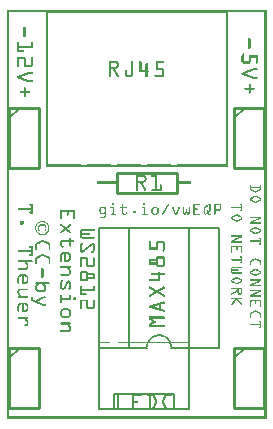
<source format=gto>
G04 MADE WITH FRITZING*
G04 WWW.FRITZING.ORG*
G04 DOUBLE SIDED*
G04 HOLES PLATED*
G04 CONTOUR ON CENTER OF CONTOUR VECTOR*
%ASAXBY*%
%FSLAX23Y23*%
%MOIN*%
%OFA0B0*%
%SFA1.0B1.0*%
%ADD10C,0.010000*%
%ADD11C,0.005000*%
%ADD12C,0.008000*%
%ADD13C,0.006000*%
%ADD14R,0.001000X0.001000*%
%LNSILK1*%
G90*
G70*
G54D10*
X759Y238D02*
X759Y38D01*
D02*
X759Y38D02*
X859Y38D01*
D02*
X859Y38D02*
X859Y238D01*
D02*
X859Y238D02*
X759Y238D01*
G54D11*
D02*
X759Y203D02*
X794Y238D01*
G54D10*
D02*
X9Y238D02*
X9Y38D01*
D02*
X9Y38D02*
X109Y38D01*
D02*
X109Y38D02*
X109Y238D01*
D02*
X109Y238D02*
X9Y238D01*
G54D11*
D02*
X9Y203D02*
X44Y238D01*
G54D10*
D02*
X9Y1038D02*
X9Y838D01*
D02*
X9Y838D02*
X109Y838D01*
D02*
X109Y838D02*
X109Y1038D01*
D02*
X109Y1038D02*
X9Y1038D01*
G54D11*
D02*
X9Y1003D02*
X44Y1038D01*
G54D10*
D02*
X759Y1038D02*
X759Y838D01*
D02*
X759Y838D02*
X859Y838D01*
D02*
X859Y838D02*
X859Y1038D01*
D02*
X859Y1038D02*
X759Y1038D01*
G54D11*
D02*
X759Y1003D02*
X794Y1038D01*
D02*
X309Y253D02*
X309Y33D01*
D02*
X609Y253D02*
X609Y33D01*
D02*
X609Y33D02*
X559Y33D01*
D02*
X559Y33D02*
X359Y33D01*
D02*
X359Y33D02*
X309Y33D01*
D02*
X359Y33D02*
X359Y83D01*
D02*
X359Y83D02*
X559Y83D01*
D02*
X559Y83D02*
X559Y33D01*
G54D12*
D02*
X734Y1357D02*
X734Y845D01*
D02*
X734Y1357D02*
X134Y1357D01*
D02*
X134Y845D02*
X134Y1357D01*
G54D13*
D02*
X309Y638D02*
X309Y238D01*
D02*
X709Y238D02*
X709Y638D01*
D02*
X309Y638D02*
X409Y638D01*
D02*
X309Y238D02*
X409Y238D01*
D02*
X709Y238D02*
X609Y238D01*
D02*
X409Y238D02*
X409Y638D01*
G54D12*
D02*
X409Y238D02*
X469Y238D01*
G54D13*
D02*
X409Y638D02*
X609Y638D01*
D02*
X609Y238D02*
X609Y638D01*
D02*
X609Y238D02*
X549Y238D01*
D02*
X609Y638D02*
X709Y638D01*
G54D10*
D02*
X368Y821D02*
X568Y821D01*
D02*
X568Y821D02*
X568Y755D01*
D02*
X568Y755D02*
X368Y755D01*
D02*
X368Y755D02*
X368Y821D01*
G54D14*
X0Y1365D02*
X866Y1365D01*
X0Y1364D02*
X866Y1364D01*
X0Y1363D02*
X866Y1363D01*
X0Y1362D02*
X866Y1362D01*
X0Y1361D02*
X866Y1361D01*
X0Y1360D02*
X866Y1360D01*
X0Y1359D02*
X866Y1359D01*
X0Y1358D02*
X866Y1358D01*
X0Y1357D02*
X7Y1357D01*
X859Y1357D02*
X866Y1357D01*
X0Y1356D02*
X7Y1356D01*
X859Y1356D02*
X866Y1356D01*
X0Y1355D02*
X7Y1355D01*
X859Y1355D02*
X866Y1355D01*
X0Y1354D02*
X7Y1354D01*
X859Y1354D02*
X866Y1354D01*
X0Y1353D02*
X7Y1353D01*
X859Y1353D02*
X866Y1353D01*
X0Y1352D02*
X7Y1352D01*
X859Y1352D02*
X866Y1352D01*
X0Y1351D02*
X7Y1351D01*
X859Y1351D02*
X866Y1351D01*
X0Y1350D02*
X7Y1350D01*
X859Y1350D02*
X866Y1350D01*
X0Y1349D02*
X7Y1349D01*
X859Y1349D02*
X866Y1349D01*
X0Y1348D02*
X7Y1348D01*
X859Y1348D02*
X866Y1348D01*
X0Y1347D02*
X7Y1347D01*
X859Y1347D02*
X866Y1347D01*
X0Y1346D02*
X7Y1346D01*
X859Y1346D02*
X866Y1346D01*
X0Y1345D02*
X7Y1345D01*
X859Y1345D02*
X866Y1345D01*
X0Y1344D02*
X7Y1344D01*
X859Y1344D02*
X866Y1344D01*
X0Y1343D02*
X7Y1343D01*
X859Y1343D02*
X866Y1343D01*
X0Y1342D02*
X7Y1342D01*
X859Y1342D02*
X866Y1342D01*
X0Y1341D02*
X7Y1341D01*
X859Y1341D02*
X866Y1341D01*
X0Y1340D02*
X7Y1340D01*
X859Y1340D02*
X866Y1340D01*
X0Y1339D02*
X7Y1339D01*
X859Y1339D02*
X866Y1339D01*
X0Y1338D02*
X7Y1338D01*
X859Y1338D02*
X866Y1338D01*
X0Y1337D02*
X7Y1337D01*
X859Y1337D02*
X866Y1337D01*
X0Y1336D02*
X7Y1336D01*
X859Y1336D02*
X866Y1336D01*
X0Y1335D02*
X7Y1335D01*
X859Y1335D02*
X866Y1335D01*
X0Y1334D02*
X7Y1334D01*
X859Y1334D02*
X866Y1334D01*
X0Y1333D02*
X7Y1333D01*
X859Y1333D02*
X866Y1333D01*
X0Y1332D02*
X7Y1332D01*
X859Y1332D02*
X866Y1332D01*
X0Y1331D02*
X7Y1331D01*
X859Y1331D02*
X866Y1331D01*
X0Y1330D02*
X7Y1330D01*
X859Y1330D02*
X866Y1330D01*
X0Y1329D02*
X7Y1329D01*
X859Y1329D02*
X866Y1329D01*
X0Y1328D02*
X7Y1328D01*
X859Y1328D02*
X866Y1328D01*
X0Y1327D02*
X7Y1327D01*
X859Y1327D02*
X866Y1327D01*
X0Y1326D02*
X7Y1326D01*
X859Y1326D02*
X866Y1326D01*
X0Y1325D02*
X7Y1325D01*
X859Y1325D02*
X866Y1325D01*
X0Y1324D02*
X7Y1324D01*
X859Y1324D02*
X866Y1324D01*
X0Y1323D02*
X7Y1323D01*
X859Y1323D02*
X866Y1323D01*
X0Y1322D02*
X7Y1322D01*
X859Y1322D02*
X866Y1322D01*
X0Y1321D02*
X7Y1321D01*
X859Y1321D02*
X866Y1321D01*
X0Y1320D02*
X7Y1320D01*
X859Y1320D02*
X866Y1320D01*
X0Y1319D02*
X7Y1319D01*
X859Y1319D02*
X866Y1319D01*
X0Y1318D02*
X7Y1318D01*
X859Y1318D02*
X866Y1318D01*
X0Y1317D02*
X7Y1317D01*
X859Y1317D02*
X866Y1317D01*
X0Y1316D02*
X7Y1316D01*
X859Y1316D02*
X866Y1316D01*
X0Y1315D02*
X7Y1315D01*
X859Y1315D02*
X866Y1315D01*
X0Y1314D02*
X7Y1314D01*
X859Y1314D02*
X866Y1314D01*
X0Y1313D02*
X7Y1313D01*
X859Y1313D02*
X866Y1313D01*
X0Y1312D02*
X7Y1312D01*
X859Y1312D02*
X866Y1312D01*
X0Y1311D02*
X7Y1311D01*
X859Y1311D02*
X866Y1311D01*
X0Y1310D02*
X7Y1310D01*
X859Y1310D02*
X866Y1310D01*
X0Y1309D02*
X7Y1309D01*
X859Y1309D02*
X866Y1309D01*
X0Y1308D02*
X7Y1308D01*
X859Y1308D02*
X866Y1308D01*
X0Y1307D02*
X7Y1307D01*
X56Y1307D02*
X62Y1307D01*
X859Y1307D02*
X866Y1307D01*
X0Y1306D02*
X7Y1306D01*
X55Y1306D02*
X63Y1306D01*
X859Y1306D02*
X866Y1306D01*
X0Y1305D02*
X7Y1305D01*
X54Y1305D02*
X63Y1305D01*
X859Y1305D02*
X866Y1305D01*
X0Y1304D02*
X7Y1304D01*
X54Y1304D02*
X63Y1304D01*
X859Y1304D02*
X866Y1304D01*
X0Y1303D02*
X7Y1303D01*
X54Y1303D02*
X63Y1303D01*
X859Y1303D02*
X866Y1303D01*
X0Y1302D02*
X7Y1302D01*
X54Y1302D02*
X63Y1302D01*
X859Y1302D02*
X866Y1302D01*
X0Y1301D02*
X7Y1301D01*
X54Y1301D02*
X63Y1301D01*
X859Y1301D02*
X866Y1301D01*
X0Y1300D02*
X7Y1300D01*
X54Y1300D02*
X63Y1300D01*
X859Y1300D02*
X866Y1300D01*
X0Y1299D02*
X7Y1299D01*
X54Y1299D02*
X63Y1299D01*
X859Y1299D02*
X866Y1299D01*
X0Y1298D02*
X7Y1298D01*
X54Y1298D02*
X63Y1298D01*
X859Y1298D02*
X866Y1298D01*
X0Y1297D02*
X7Y1297D01*
X54Y1297D02*
X63Y1297D01*
X859Y1297D02*
X866Y1297D01*
X0Y1296D02*
X7Y1296D01*
X54Y1296D02*
X63Y1296D01*
X859Y1296D02*
X866Y1296D01*
X0Y1295D02*
X7Y1295D01*
X54Y1295D02*
X63Y1295D01*
X859Y1295D02*
X866Y1295D01*
X0Y1294D02*
X7Y1294D01*
X54Y1294D02*
X63Y1294D01*
X859Y1294D02*
X866Y1294D01*
X0Y1293D02*
X7Y1293D01*
X54Y1293D02*
X63Y1293D01*
X859Y1293D02*
X866Y1293D01*
X0Y1292D02*
X7Y1292D01*
X54Y1292D02*
X63Y1292D01*
X859Y1292D02*
X866Y1292D01*
X0Y1291D02*
X7Y1291D01*
X54Y1291D02*
X63Y1291D01*
X859Y1291D02*
X866Y1291D01*
X0Y1290D02*
X7Y1290D01*
X54Y1290D02*
X63Y1290D01*
X859Y1290D02*
X866Y1290D01*
X0Y1289D02*
X7Y1289D01*
X54Y1289D02*
X63Y1289D01*
X859Y1289D02*
X866Y1289D01*
X0Y1288D02*
X7Y1288D01*
X54Y1288D02*
X63Y1288D01*
X859Y1288D02*
X866Y1288D01*
X0Y1287D02*
X7Y1287D01*
X54Y1287D02*
X63Y1287D01*
X859Y1287D02*
X866Y1287D01*
X0Y1286D02*
X7Y1286D01*
X54Y1286D02*
X63Y1286D01*
X859Y1286D02*
X866Y1286D01*
X0Y1285D02*
X7Y1285D01*
X54Y1285D02*
X63Y1285D01*
X859Y1285D02*
X866Y1285D01*
X0Y1284D02*
X7Y1284D01*
X54Y1284D02*
X63Y1284D01*
X859Y1284D02*
X866Y1284D01*
X0Y1283D02*
X7Y1283D01*
X54Y1283D02*
X63Y1283D01*
X859Y1283D02*
X866Y1283D01*
X0Y1282D02*
X7Y1282D01*
X54Y1282D02*
X63Y1282D01*
X859Y1282D02*
X866Y1282D01*
X0Y1281D02*
X7Y1281D01*
X54Y1281D02*
X63Y1281D01*
X859Y1281D02*
X866Y1281D01*
X0Y1280D02*
X7Y1280D01*
X54Y1280D02*
X63Y1280D01*
X859Y1280D02*
X866Y1280D01*
X0Y1279D02*
X7Y1279D01*
X54Y1279D02*
X63Y1279D01*
X859Y1279D02*
X866Y1279D01*
X0Y1278D02*
X7Y1278D01*
X54Y1278D02*
X63Y1278D01*
X859Y1278D02*
X866Y1278D01*
X0Y1277D02*
X7Y1277D01*
X54Y1277D02*
X63Y1277D01*
X859Y1277D02*
X866Y1277D01*
X0Y1276D02*
X7Y1276D01*
X55Y1276D02*
X63Y1276D01*
X859Y1276D02*
X866Y1276D01*
X0Y1275D02*
X7Y1275D01*
X55Y1275D02*
X63Y1275D01*
X859Y1275D02*
X866Y1275D01*
X0Y1274D02*
X7Y1274D01*
X56Y1274D02*
X62Y1274D01*
X859Y1274D02*
X866Y1274D01*
X0Y1273D02*
X7Y1273D01*
X859Y1273D02*
X866Y1273D01*
X0Y1272D02*
X7Y1272D01*
X859Y1272D02*
X866Y1272D01*
X0Y1271D02*
X7Y1271D01*
X859Y1271D02*
X866Y1271D01*
X0Y1270D02*
X7Y1270D01*
X859Y1270D02*
X866Y1270D01*
X0Y1269D02*
X7Y1269D01*
X805Y1269D02*
X812Y1269D01*
X859Y1269D02*
X866Y1269D01*
X0Y1268D02*
X7Y1268D01*
X804Y1268D02*
X812Y1268D01*
X859Y1268D02*
X866Y1268D01*
X0Y1267D02*
X7Y1267D01*
X804Y1267D02*
X813Y1267D01*
X859Y1267D02*
X866Y1267D01*
X0Y1266D02*
X7Y1266D01*
X804Y1266D02*
X813Y1266D01*
X859Y1266D02*
X866Y1266D01*
X0Y1265D02*
X7Y1265D01*
X804Y1265D02*
X813Y1265D01*
X859Y1265D02*
X866Y1265D01*
X0Y1264D02*
X7Y1264D01*
X804Y1264D02*
X813Y1264D01*
X859Y1264D02*
X866Y1264D01*
X0Y1263D02*
X7Y1263D01*
X804Y1263D02*
X813Y1263D01*
X859Y1263D02*
X866Y1263D01*
X0Y1262D02*
X7Y1262D01*
X804Y1262D02*
X813Y1262D01*
X859Y1262D02*
X866Y1262D01*
X0Y1261D02*
X7Y1261D01*
X804Y1261D02*
X813Y1261D01*
X859Y1261D02*
X866Y1261D01*
X0Y1260D02*
X7Y1260D01*
X804Y1260D02*
X813Y1260D01*
X859Y1260D02*
X866Y1260D01*
X0Y1259D02*
X7Y1259D01*
X804Y1259D02*
X813Y1259D01*
X859Y1259D02*
X866Y1259D01*
X0Y1258D02*
X7Y1258D01*
X804Y1258D02*
X813Y1258D01*
X859Y1258D02*
X866Y1258D01*
X0Y1257D02*
X7Y1257D01*
X35Y1257D02*
X38Y1257D01*
X82Y1257D02*
X85Y1257D01*
X804Y1257D02*
X813Y1257D01*
X859Y1257D02*
X866Y1257D01*
X0Y1256D02*
X7Y1256D01*
X34Y1256D02*
X39Y1256D01*
X81Y1256D02*
X86Y1256D01*
X804Y1256D02*
X813Y1256D01*
X859Y1256D02*
X866Y1256D01*
X0Y1255D02*
X7Y1255D01*
X34Y1255D02*
X40Y1255D01*
X81Y1255D02*
X87Y1255D01*
X804Y1255D02*
X813Y1255D01*
X859Y1255D02*
X866Y1255D01*
X0Y1254D02*
X7Y1254D01*
X34Y1254D02*
X40Y1254D01*
X81Y1254D02*
X87Y1254D01*
X804Y1254D02*
X813Y1254D01*
X859Y1254D02*
X866Y1254D01*
X0Y1253D02*
X7Y1253D01*
X34Y1253D02*
X40Y1253D01*
X81Y1253D02*
X87Y1253D01*
X804Y1253D02*
X813Y1253D01*
X859Y1253D02*
X866Y1253D01*
X0Y1252D02*
X7Y1252D01*
X34Y1252D02*
X40Y1252D01*
X81Y1252D02*
X87Y1252D01*
X804Y1252D02*
X813Y1252D01*
X859Y1252D02*
X866Y1252D01*
X0Y1251D02*
X7Y1251D01*
X34Y1251D02*
X40Y1251D01*
X81Y1251D02*
X87Y1251D01*
X804Y1251D02*
X813Y1251D01*
X859Y1251D02*
X866Y1251D01*
X0Y1250D02*
X7Y1250D01*
X34Y1250D02*
X40Y1250D01*
X81Y1250D02*
X87Y1250D01*
X804Y1250D02*
X813Y1250D01*
X859Y1250D02*
X866Y1250D01*
X0Y1249D02*
X7Y1249D01*
X34Y1249D02*
X40Y1249D01*
X81Y1249D02*
X87Y1249D01*
X804Y1249D02*
X813Y1249D01*
X859Y1249D02*
X866Y1249D01*
X0Y1248D02*
X7Y1248D01*
X34Y1248D02*
X40Y1248D01*
X81Y1248D02*
X87Y1248D01*
X804Y1248D02*
X813Y1248D01*
X859Y1248D02*
X866Y1248D01*
X0Y1247D02*
X7Y1247D01*
X34Y1247D02*
X40Y1247D01*
X81Y1247D02*
X87Y1247D01*
X804Y1247D02*
X813Y1247D01*
X859Y1247D02*
X866Y1247D01*
X0Y1246D02*
X7Y1246D01*
X34Y1246D02*
X40Y1246D01*
X81Y1246D02*
X87Y1246D01*
X804Y1246D02*
X813Y1246D01*
X859Y1246D02*
X866Y1246D01*
X0Y1245D02*
X7Y1245D01*
X34Y1245D02*
X40Y1245D01*
X81Y1245D02*
X87Y1245D01*
X804Y1245D02*
X813Y1245D01*
X859Y1245D02*
X866Y1245D01*
X0Y1244D02*
X7Y1244D01*
X34Y1244D02*
X87Y1244D01*
X804Y1244D02*
X813Y1244D01*
X859Y1244D02*
X866Y1244D01*
X0Y1243D02*
X7Y1243D01*
X34Y1243D02*
X87Y1243D01*
X804Y1243D02*
X813Y1243D01*
X859Y1243D02*
X866Y1243D01*
X0Y1242D02*
X7Y1242D01*
X34Y1242D02*
X87Y1242D01*
X804Y1242D02*
X813Y1242D01*
X859Y1242D02*
X866Y1242D01*
X0Y1241D02*
X7Y1241D01*
X34Y1241D02*
X87Y1241D01*
X804Y1241D02*
X813Y1241D01*
X859Y1241D02*
X866Y1241D01*
X0Y1240D02*
X7Y1240D01*
X34Y1240D02*
X87Y1240D01*
X804Y1240D02*
X813Y1240D01*
X859Y1240D02*
X866Y1240D01*
X0Y1239D02*
X7Y1239D01*
X34Y1239D02*
X87Y1239D01*
X804Y1239D02*
X813Y1239D01*
X859Y1239D02*
X866Y1239D01*
X0Y1238D02*
X7Y1238D01*
X34Y1238D02*
X87Y1238D01*
X804Y1238D02*
X813Y1238D01*
X859Y1238D02*
X866Y1238D01*
X0Y1237D02*
X7Y1237D01*
X34Y1237D02*
X86Y1237D01*
X804Y1237D02*
X812Y1237D01*
X859Y1237D02*
X866Y1237D01*
X0Y1236D02*
X7Y1236D01*
X34Y1236D02*
X40Y1236D01*
X805Y1236D02*
X812Y1236D01*
X859Y1236D02*
X866Y1236D01*
X0Y1235D02*
X7Y1235D01*
X34Y1235D02*
X40Y1235D01*
X859Y1235D02*
X866Y1235D01*
X0Y1234D02*
X7Y1234D01*
X34Y1234D02*
X40Y1234D01*
X859Y1234D02*
X866Y1234D01*
X0Y1233D02*
X7Y1233D01*
X34Y1233D02*
X40Y1233D01*
X859Y1233D02*
X866Y1233D01*
X0Y1232D02*
X7Y1232D01*
X34Y1232D02*
X40Y1232D01*
X859Y1232D02*
X866Y1232D01*
X0Y1231D02*
X7Y1231D01*
X34Y1231D02*
X40Y1231D01*
X859Y1231D02*
X866Y1231D01*
X0Y1230D02*
X7Y1230D01*
X34Y1230D02*
X55Y1230D01*
X859Y1230D02*
X866Y1230D01*
X0Y1229D02*
X7Y1229D01*
X34Y1229D02*
X56Y1229D01*
X859Y1229D02*
X866Y1229D01*
X0Y1228D02*
X7Y1228D01*
X34Y1228D02*
X57Y1228D01*
X859Y1228D02*
X866Y1228D01*
X0Y1227D02*
X7Y1227D01*
X34Y1227D02*
X57Y1227D01*
X859Y1227D02*
X866Y1227D01*
X0Y1226D02*
X7Y1226D01*
X34Y1226D02*
X57Y1226D01*
X859Y1226D02*
X866Y1226D01*
X0Y1225D02*
X7Y1225D01*
X34Y1225D02*
X57Y1225D01*
X859Y1225D02*
X866Y1225D01*
X0Y1224D02*
X7Y1224D01*
X35Y1224D02*
X56Y1224D01*
X859Y1224D02*
X866Y1224D01*
X0Y1223D02*
X7Y1223D01*
X859Y1223D02*
X866Y1223D01*
X0Y1222D02*
X7Y1222D01*
X859Y1222D02*
X866Y1222D01*
X0Y1221D02*
X7Y1221D01*
X859Y1221D02*
X866Y1221D01*
X0Y1220D02*
X7Y1220D01*
X859Y1220D02*
X866Y1220D01*
X0Y1219D02*
X7Y1219D01*
X788Y1219D02*
X791Y1219D01*
X859Y1219D02*
X866Y1219D01*
X0Y1218D02*
X7Y1218D01*
X787Y1218D02*
X792Y1218D01*
X859Y1218D02*
X866Y1218D01*
X0Y1217D02*
X7Y1217D01*
X786Y1217D02*
X792Y1217D01*
X859Y1217D02*
X866Y1217D01*
X0Y1216D02*
X7Y1216D01*
X786Y1216D02*
X792Y1216D01*
X859Y1216D02*
X866Y1216D01*
X0Y1215D02*
X7Y1215D01*
X785Y1215D02*
X792Y1215D01*
X859Y1215D02*
X866Y1215D01*
X0Y1214D02*
X7Y1214D01*
X785Y1214D02*
X792Y1214D01*
X859Y1214D02*
X866Y1214D01*
X0Y1213D02*
X7Y1213D01*
X784Y1213D02*
X791Y1213D01*
X859Y1213D02*
X866Y1213D01*
X0Y1212D02*
X7Y1212D01*
X784Y1212D02*
X791Y1212D01*
X807Y1212D02*
X836Y1212D01*
X859Y1212D02*
X866Y1212D01*
X0Y1211D02*
X7Y1211D01*
X784Y1211D02*
X790Y1211D01*
X807Y1211D02*
X836Y1211D01*
X859Y1211D02*
X866Y1211D01*
X0Y1210D02*
X7Y1210D01*
X784Y1210D02*
X790Y1210D01*
X807Y1210D02*
X836Y1210D01*
X859Y1210D02*
X866Y1210D01*
X0Y1209D02*
X7Y1209D01*
X783Y1209D02*
X790Y1209D01*
X807Y1209D02*
X836Y1209D01*
X859Y1209D02*
X866Y1209D01*
X0Y1208D02*
X7Y1208D01*
X783Y1208D02*
X789Y1208D01*
X807Y1208D02*
X836Y1208D01*
X859Y1208D02*
X866Y1208D01*
X0Y1207D02*
X7Y1207D01*
X34Y1207D02*
X59Y1207D01*
X83Y1207D02*
X85Y1207D01*
X783Y1207D02*
X789Y1207D01*
X807Y1207D02*
X836Y1207D01*
X859Y1207D02*
X866Y1207D01*
X0Y1206D02*
X7Y1206D01*
X34Y1206D02*
X61Y1206D01*
X81Y1206D02*
X86Y1206D01*
X783Y1206D02*
X789Y1206D01*
X807Y1206D02*
X836Y1206D01*
X859Y1206D02*
X866Y1206D01*
X0Y1205D02*
X7Y1205D01*
X34Y1205D02*
X62Y1205D01*
X81Y1205D02*
X87Y1205D01*
X783Y1205D02*
X789Y1205D01*
X807Y1205D02*
X813Y1205D01*
X830Y1205D02*
X836Y1205D01*
X859Y1205D02*
X866Y1205D01*
X0Y1204D02*
X7Y1204D01*
X34Y1204D02*
X62Y1204D01*
X81Y1204D02*
X87Y1204D01*
X783Y1204D02*
X789Y1204D01*
X807Y1204D02*
X813Y1204D01*
X830Y1204D02*
X836Y1204D01*
X859Y1204D02*
X866Y1204D01*
X0Y1203D02*
X7Y1203D01*
X34Y1203D02*
X63Y1203D01*
X81Y1203D02*
X87Y1203D01*
X783Y1203D02*
X789Y1203D01*
X807Y1203D02*
X813Y1203D01*
X830Y1203D02*
X836Y1203D01*
X859Y1203D02*
X866Y1203D01*
X0Y1202D02*
X7Y1202D01*
X34Y1202D02*
X63Y1202D01*
X81Y1202D02*
X87Y1202D01*
X783Y1202D02*
X789Y1202D01*
X807Y1202D02*
X813Y1202D01*
X830Y1202D02*
X836Y1202D01*
X859Y1202D02*
X866Y1202D01*
X0Y1201D02*
X7Y1201D01*
X34Y1201D02*
X63Y1201D01*
X81Y1201D02*
X87Y1201D01*
X783Y1201D02*
X789Y1201D01*
X807Y1201D02*
X813Y1201D01*
X830Y1201D02*
X836Y1201D01*
X859Y1201D02*
X866Y1201D01*
X0Y1200D02*
X7Y1200D01*
X34Y1200D02*
X40Y1200D01*
X57Y1200D02*
X63Y1200D01*
X81Y1200D02*
X87Y1200D01*
X783Y1200D02*
X789Y1200D01*
X807Y1200D02*
X813Y1200D01*
X830Y1200D02*
X836Y1200D01*
X859Y1200D02*
X866Y1200D01*
X0Y1199D02*
X7Y1199D01*
X34Y1199D02*
X40Y1199D01*
X57Y1199D02*
X63Y1199D01*
X81Y1199D02*
X87Y1199D01*
X783Y1199D02*
X789Y1199D01*
X807Y1199D02*
X813Y1199D01*
X830Y1199D02*
X836Y1199D01*
X859Y1199D02*
X866Y1199D01*
X0Y1198D02*
X7Y1198D01*
X34Y1198D02*
X40Y1198D01*
X57Y1198D02*
X63Y1198D01*
X81Y1198D02*
X87Y1198D01*
X783Y1198D02*
X789Y1198D01*
X807Y1198D02*
X813Y1198D01*
X830Y1198D02*
X836Y1198D01*
X859Y1198D02*
X866Y1198D01*
X0Y1197D02*
X7Y1197D01*
X34Y1197D02*
X40Y1197D01*
X57Y1197D02*
X63Y1197D01*
X81Y1197D02*
X87Y1197D01*
X783Y1197D02*
X789Y1197D01*
X807Y1197D02*
X813Y1197D01*
X830Y1197D02*
X836Y1197D01*
X859Y1197D02*
X866Y1197D01*
X0Y1196D02*
X7Y1196D01*
X34Y1196D02*
X40Y1196D01*
X57Y1196D02*
X63Y1196D01*
X81Y1196D02*
X87Y1196D01*
X783Y1196D02*
X789Y1196D01*
X807Y1196D02*
X813Y1196D01*
X830Y1196D02*
X836Y1196D01*
X859Y1196D02*
X866Y1196D01*
X0Y1195D02*
X7Y1195D01*
X34Y1195D02*
X40Y1195D01*
X57Y1195D02*
X63Y1195D01*
X81Y1195D02*
X87Y1195D01*
X783Y1195D02*
X789Y1195D01*
X807Y1195D02*
X813Y1195D01*
X830Y1195D02*
X836Y1195D01*
X859Y1195D02*
X866Y1195D01*
X0Y1194D02*
X7Y1194D01*
X34Y1194D02*
X40Y1194D01*
X57Y1194D02*
X63Y1194D01*
X81Y1194D02*
X87Y1194D01*
X783Y1194D02*
X789Y1194D01*
X807Y1194D02*
X813Y1194D01*
X830Y1194D02*
X836Y1194D01*
X859Y1194D02*
X866Y1194D01*
X0Y1193D02*
X7Y1193D01*
X34Y1193D02*
X40Y1193D01*
X57Y1193D02*
X63Y1193D01*
X81Y1193D02*
X87Y1193D01*
X341Y1193D02*
X366Y1193D01*
X417Y1193D02*
X419Y1193D01*
X445Y1193D02*
X447Y1193D01*
X498Y1193D02*
X523Y1193D01*
X783Y1193D02*
X789Y1193D01*
X807Y1193D02*
X813Y1193D01*
X830Y1193D02*
X836Y1193D01*
X859Y1193D02*
X866Y1193D01*
X0Y1192D02*
X7Y1192D01*
X34Y1192D02*
X40Y1192D01*
X57Y1192D02*
X63Y1192D01*
X81Y1192D02*
X87Y1192D01*
X341Y1192D02*
X369Y1192D01*
X416Y1192D02*
X420Y1192D01*
X443Y1192D02*
X448Y1192D01*
X498Y1192D02*
X524Y1192D01*
X783Y1192D02*
X813Y1192D01*
X830Y1192D02*
X836Y1192D01*
X859Y1192D02*
X866Y1192D01*
X0Y1191D02*
X7Y1191D01*
X34Y1191D02*
X40Y1191D01*
X57Y1191D02*
X63Y1191D01*
X81Y1191D02*
X87Y1191D01*
X341Y1191D02*
X370Y1191D01*
X415Y1191D02*
X421Y1191D01*
X443Y1191D02*
X448Y1191D01*
X498Y1191D02*
X525Y1191D01*
X783Y1191D02*
X813Y1191D01*
X830Y1191D02*
X836Y1191D01*
X859Y1191D02*
X866Y1191D01*
X0Y1190D02*
X7Y1190D01*
X34Y1190D02*
X40Y1190D01*
X57Y1190D02*
X63Y1190D01*
X81Y1190D02*
X87Y1190D01*
X341Y1190D02*
X371Y1190D01*
X415Y1190D02*
X421Y1190D01*
X443Y1190D02*
X449Y1190D01*
X498Y1190D02*
X525Y1190D01*
X784Y1190D02*
X813Y1190D01*
X830Y1190D02*
X836Y1190D01*
X859Y1190D02*
X866Y1190D01*
X0Y1189D02*
X7Y1189D01*
X34Y1189D02*
X40Y1189D01*
X57Y1189D02*
X63Y1189D01*
X81Y1189D02*
X87Y1189D01*
X341Y1189D02*
X372Y1189D01*
X415Y1189D02*
X421Y1189D01*
X443Y1189D02*
X449Y1189D01*
X498Y1189D02*
X525Y1189D01*
X784Y1189D02*
X812Y1189D01*
X830Y1189D02*
X836Y1189D01*
X859Y1189D02*
X866Y1189D01*
X0Y1188D02*
X7Y1188D01*
X34Y1188D02*
X40Y1188D01*
X57Y1188D02*
X63Y1188D01*
X81Y1188D02*
X87Y1188D01*
X341Y1188D02*
X373Y1188D01*
X415Y1188D02*
X421Y1188D01*
X443Y1188D02*
X449Y1188D01*
X498Y1188D02*
X524Y1188D01*
X785Y1188D02*
X812Y1188D01*
X831Y1188D02*
X836Y1188D01*
X859Y1188D02*
X866Y1188D01*
X0Y1187D02*
X7Y1187D01*
X34Y1187D02*
X40Y1187D01*
X57Y1187D02*
X63Y1187D01*
X81Y1187D02*
X87Y1187D01*
X341Y1187D02*
X373Y1187D01*
X415Y1187D02*
X421Y1187D01*
X443Y1187D02*
X449Y1187D01*
X465Y1187D02*
X468Y1187D01*
X498Y1187D02*
X523Y1187D01*
X786Y1187D02*
X811Y1187D01*
X831Y1187D02*
X836Y1187D01*
X859Y1187D02*
X866Y1187D01*
X0Y1186D02*
X7Y1186D01*
X34Y1186D02*
X40Y1186D01*
X57Y1186D02*
X63Y1186D01*
X81Y1186D02*
X87Y1186D01*
X341Y1186D02*
X347Y1186D01*
X366Y1186D02*
X374Y1186D01*
X415Y1186D02*
X421Y1186D01*
X443Y1186D02*
X449Y1186D01*
X464Y1186D02*
X469Y1186D01*
X498Y1186D02*
X504Y1186D01*
X787Y1186D02*
X809Y1186D01*
X832Y1186D02*
X835Y1186D01*
X859Y1186D02*
X866Y1186D01*
X0Y1185D02*
X7Y1185D01*
X34Y1185D02*
X40Y1185D01*
X57Y1185D02*
X63Y1185D01*
X81Y1185D02*
X87Y1185D01*
X341Y1185D02*
X347Y1185D01*
X367Y1185D02*
X374Y1185D01*
X415Y1185D02*
X421Y1185D01*
X443Y1185D02*
X449Y1185D01*
X464Y1185D02*
X469Y1185D01*
X498Y1185D02*
X504Y1185D01*
X859Y1185D02*
X866Y1185D01*
X0Y1184D02*
X7Y1184D01*
X34Y1184D02*
X40Y1184D01*
X57Y1184D02*
X63Y1184D01*
X81Y1184D02*
X87Y1184D01*
X341Y1184D02*
X347Y1184D01*
X368Y1184D02*
X374Y1184D01*
X415Y1184D02*
X421Y1184D01*
X443Y1184D02*
X449Y1184D01*
X463Y1184D02*
X469Y1184D01*
X498Y1184D02*
X504Y1184D01*
X859Y1184D02*
X866Y1184D01*
X0Y1183D02*
X7Y1183D01*
X34Y1183D02*
X40Y1183D01*
X57Y1183D02*
X63Y1183D01*
X81Y1183D02*
X87Y1183D01*
X341Y1183D02*
X347Y1183D01*
X368Y1183D02*
X374Y1183D01*
X415Y1183D02*
X421Y1183D01*
X443Y1183D02*
X449Y1183D01*
X463Y1183D02*
X469Y1183D01*
X498Y1183D02*
X504Y1183D01*
X859Y1183D02*
X866Y1183D01*
X0Y1182D02*
X7Y1182D01*
X34Y1182D02*
X40Y1182D01*
X57Y1182D02*
X63Y1182D01*
X81Y1182D02*
X87Y1182D01*
X341Y1182D02*
X347Y1182D01*
X368Y1182D02*
X374Y1182D01*
X415Y1182D02*
X421Y1182D01*
X443Y1182D02*
X449Y1182D01*
X463Y1182D02*
X469Y1182D01*
X498Y1182D02*
X504Y1182D01*
X859Y1182D02*
X866Y1182D01*
X0Y1181D02*
X7Y1181D01*
X34Y1181D02*
X40Y1181D01*
X57Y1181D02*
X63Y1181D01*
X81Y1181D02*
X87Y1181D01*
X341Y1181D02*
X347Y1181D01*
X368Y1181D02*
X374Y1181D01*
X415Y1181D02*
X421Y1181D01*
X443Y1181D02*
X449Y1181D01*
X463Y1181D02*
X469Y1181D01*
X498Y1181D02*
X504Y1181D01*
X859Y1181D02*
X866Y1181D01*
X0Y1180D02*
X7Y1180D01*
X34Y1180D02*
X40Y1180D01*
X57Y1180D02*
X87Y1180D01*
X341Y1180D02*
X347Y1180D01*
X368Y1180D02*
X374Y1180D01*
X415Y1180D02*
X421Y1180D01*
X443Y1180D02*
X449Y1180D01*
X463Y1180D02*
X469Y1180D01*
X498Y1180D02*
X504Y1180D01*
X859Y1180D02*
X866Y1180D01*
X0Y1179D02*
X7Y1179D01*
X34Y1179D02*
X40Y1179D01*
X57Y1179D02*
X87Y1179D01*
X341Y1179D02*
X347Y1179D01*
X368Y1179D02*
X374Y1179D01*
X415Y1179D02*
X421Y1179D01*
X443Y1179D02*
X449Y1179D01*
X463Y1179D02*
X469Y1179D01*
X498Y1179D02*
X504Y1179D01*
X859Y1179D02*
X866Y1179D01*
X0Y1178D02*
X7Y1178D01*
X34Y1178D02*
X40Y1178D01*
X58Y1178D02*
X87Y1178D01*
X341Y1178D02*
X347Y1178D01*
X368Y1178D02*
X374Y1178D01*
X415Y1178D02*
X421Y1178D01*
X443Y1178D02*
X449Y1178D01*
X463Y1178D02*
X469Y1178D01*
X498Y1178D02*
X504Y1178D01*
X859Y1178D02*
X866Y1178D01*
X0Y1177D02*
X7Y1177D01*
X34Y1177D02*
X40Y1177D01*
X58Y1177D02*
X86Y1177D01*
X341Y1177D02*
X347Y1177D01*
X367Y1177D02*
X374Y1177D01*
X415Y1177D02*
X421Y1177D01*
X443Y1177D02*
X449Y1177D01*
X463Y1177D02*
X469Y1177D01*
X498Y1177D02*
X504Y1177D01*
X859Y1177D02*
X866Y1177D01*
X0Y1176D02*
X7Y1176D01*
X34Y1176D02*
X40Y1176D01*
X59Y1176D02*
X85Y1176D01*
X341Y1176D02*
X347Y1176D01*
X366Y1176D02*
X374Y1176D01*
X415Y1176D02*
X421Y1176D01*
X443Y1176D02*
X449Y1176D01*
X463Y1176D02*
X469Y1176D01*
X498Y1176D02*
X504Y1176D01*
X859Y1176D02*
X866Y1176D01*
X0Y1175D02*
X7Y1175D01*
X34Y1175D02*
X39Y1175D01*
X60Y1175D02*
X85Y1175D01*
X341Y1175D02*
X373Y1175D01*
X415Y1175D02*
X421Y1175D01*
X443Y1175D02*
X449Y1175D01*
X463Y1175D02*
X469Y1175D01*
X498Y1175D02*
X504Y1175D01*
X859Y1175D02*
X866Y1175D01*
X0Y1174D02*
X7Y1174D01*
X35Y1174D02*
X39Y1174D01*
X61Y1174D02*
X83Y1174D01*
X341Y1174D02*
X373Y1174D01*
X415Y1174D02*
X421Y1174D01*
X443Y1174D02*
X449Y1174D01*
X463Y1174D02*
X469Y1174D01*
X498Y1174D02*
X504Y1174D01*
X859Y1174D02*
X866Y1174D01*
X0Y1173D02*
X7Y1173D01*
X64Y1173D02*
X80Y1173D01*
X341Y1173D02*
X372Y1173D01*
X415Y1173D02*
X421Y1173D01*
X443Y1173D02*
X449Y1173D01*
X463Y1173D02*
X469Y1173D01*
X498Y1173D02*
X504Y1173D01*
X859Y1173D02*
X866Y1173D01*
X0Y1172D02*
X7Y1172D01*
X341Y1172D02*
X371Y1172D01*
X415Y1172D02*
X421Y1172D01*
X443Y1172D02*
X449Y1172D01*
X463Y1172D02*
X469Y1172D01*
X498Y1172D02*
X504Y1172D01*
X859Y1172D02*
X866Y1172D01*
X0Y1171D02*
X7Y1171D01*
X341Y1171D02*
X370Y1171D01*
X415Y1171D02*
X421Y1171D01*
X443Y1171D02*
X449Y1171D01*
X463Y1171D02*
X469Y1171D01*
X498Y1171D02*
X504Y1171D01*
X859Y1171D02*
X866Y1171D01*
X0Y1170D02*
X7Y1170D01*
X341Y1170D02*
X369Y1170D01*
X415Y1170D02*
X421Y1170D01*
X443Y1170D02*
X449Y1170D01*
X463Y1170D02*
X469Y1170D01*
X498Y1170D02*
X504Y1170D01*
X859Y1170D02*
X866Y1170D01*
X0Y1169D02*
X7Y1169D01*
X341Y1169D02*
X366Y1169D01*
X415Y1169D02*
X421Y1169D01*
X443Y1169D02*
X449Y1169D01*
X463Y1169D02*
X469Y1169D01*
X498Y1169D02*
X521Y1169D01*
X820Y1169D02*
X835Y1169D01*
X859Y1169D02*
X866Y1169D01*
X0Y1168D02*
X7Y1168D01*
X341Y1168D02*
X347Y1168D01*
X353Y1168D02*
X360Y1168D01*
X415Y1168D02*
X421Y1168D01*
X443Y1168D02*
X449Y1168D01*
X463Y1168D02*
X469Y1168D01*
X498Y1168D02*
X522Y1168D01*
X818Y1168D02*
X836Y1168D01*
X859Y1168D02*
X866Y1168D01*
X0Y1167D02*
X7Y1167D01*
X341Y1167D02*
X347Y1167D01*
X353Y1167D02*
X361Y1167D01*
X415Y1167D02*
X421Y1167D01*
X443Y1167D02*
X449Y1167D01*
X463Y1167D02*
X469Y1167D01*
X498Y1167D02*
X523Y1167D01*
X815Y1167D02*
X836Y1167D01*
X859Y1167D02*
X866Y1167D01*
X0Y1166D02*
X7Y1166D01*
X341Y1166D02*
X347Y1166D01*
X354Y1166D02*
X361Y1166D01*
X415Y1166D02*
X421Y1166D01*
X443Y1166D02*
X449Y1166D01*
X463Y1166D02*
X469Y1166D01*
X498Y1166D02*
X524Y1166D01*
X813Y1166D02*
X836Y1166D01*
X859Y1166D02*
X866Y1166D01*
X0Y1165D02*
X7Y1165D01*
X341Y1165D02*
X347Y1165D01*
X355Y1165D02*
X362Y1165D01*
X415Y1165D02*
X421Y1165D01*
X443Y1165D02*
X449Y1165D01*
X463Y1165D02*
X469Y1165D01*
X498Y1165D02*
X524Y1165D01*
X810Y1165D02*
X836Y1165D01*
X859Y1165D02*
X866Y1165D01*
X0Y1164D02*
X7Y1164D01*
X341Y1164D02*
X347Y1164D01*
X355Y1164D02*
X362Y1164D01*
X415Y1164D02*
X421Y1164D01*
X443Y1164D02*
X449Y1164D01*
X463Y1164D02*
X470Y1164D01*
X498Y1164D02*
X525Y1164D01*
X807Y1164D02*
X836Y1164D01*
X859Y1164D02*
X866Y1164D01*
X0Y1163D02*
X7Y1163D01*
X341Y1163D02*
X347Y1163D01*
X356Y1163D02*
X363Y1163D01*
X395Y1163D02*
X399Y1163D01*
X415Y1163D02*
X421Y1163D01*
X443Y1163D02*
X472Y1163D01*
X498Y1163D02*
X525Y1163D01*
X805Y1163D02*
X835Y1163D01*
X859Y1163D02*
X866Y1163D01*
X0Y1162D02*
X7Y1162D01*
X341Y1162D02*
X347Y1162D01*
X356Y1162D02*
X364Y1162D01*
X395Y1162D02*
X400Y1162D01*
X415Y1162D02*
X421Y1162D01*
X443Y1162D02*
X472Y1162D01*
X519Y1162D02*
X525Y1162D01*
X802Y1162D02*
X821Y1162D01*
X859Y1162D02*
X866Y1162D01*
X0Y1161D02*
X7Y1161D01*
X341Y1161D02*
X347Y1161D01*
X357Y1161D02*
X364Y1161D01*
X394Y1161D02*
X400Y1161D01*
X415Y1161D02*
X421Y1161D01*
X443Y1161D02*
X473Y1161D01*
X519Y1161D02*
X525Y1161D01*
X800Y1161D02*
X818Y1161D01*
X859Y1161D02*
X866Y1161D01*
X0Y1160D02*
X7Y1160D01*
X341Y1160D02*
X347Y1160D01*
X358Y1160D02*
X365Y1160D01*
X394Y1160D02*
X400Y1160D01*
X415Y1160D02*
X421Y1160D01*
X443Y1160D02*
X473Y1160D01*
X519Y1160D02*
X525Y1160D01*
X797Y1160D02*
X816Y1160D01*
X859Y1160D02*
X866Y1160D01*
X0Y1159D02*
X7Y1159D01*
X341Y1159D02*
X347Y1159D01*
X358Y1159D02*
X365Y1159D01*
X394Y1159D02*
X400Y1159D01*
X415Y1159D02*
X421Y1159D01*
X443Y1159D02*
X473Y1159D01*
X519Y1159D02*
X525Y1159D01*
X795Y1159D02*
X813Y1159D01*
X859Y1159D02*
X866Y1159D01*
X0Y1158D02*
X7Y1158D01*
X341Y1158D02*
X347Y1158D01*
X359Y1158D02*
X366Y1158D01*
X394Y1158D02*
X400Y1158D01*
X415Y1158D02*
X421Y1158D01*
X443Y1158D02*
X472Y1158D01*
X519Y1158D02*
X525Y1158D01*
X792Y1158D02*
X811Y1158D01*
X859Y1158D02*
X866Y1158D01*
X0Y1157D02*
X7Y1157D01*
X71Y1157D02*
X85Y1157D01*
X341Y1157D02*
X347Y1157D01*
X359Y1157D02*
X366Y1157D01*
X394Y1157D02*
X400Y1157D01*
X415Y1157D02*
X421Y1157D01*
X443Y1157D02*
X470Y1157D01*
X519Y1157D02*
X525Y1157D01*
X789Y1157D02*
X808Y1157D01*
X859Y1157D02*
X866Y1157D01*
X0Y1156D02*
X7Y1156D01*
X68Y1156D02*
X86Y1156D01*
X341Y1156D02*
X347Y1156D01*
X360Y1156D02*
X367Y1156D01*
X394Y1156D02*
X400Y1156D01*
X415Y1156D02*
X421Y1156D01*
X463Y1156D02*
X469Y1156D01*
X519Y1156D02*
X525Y1156D01*
X787Y1156D02*
X805Y1156D01*
X859Y1156D02*
X866Y1156D01*
X0Y1155D02*
X7Y1155D01*
X66Y1155D02*
X87Y1155D01*
X341Y1155D02*
X347Y1155D01*
X360Y1155D02*
X368Y1155D01*
X394Y1155D02*
X400Y1155D01*
X415Y1155D02*
X421Y1155D01*
X463Y1155D02*
X469Y1155D01*
X519Y1155D02*
X525Y1155D01*
X785Y1155D02*
X803Y1155D01*
X859Y1155D02*
X866Y1155D01*
X0Y1154D02*
X7Y1154D01*
X63Y1154D02*
X87Y1154D01*
X341Y1154D02*
X347Y1154D01*
X361Y1154D02*
X368Y1154D01*
X394Y1154D02*
X400Y1154D01*
X415Y1154D02*
X421Y1154D01*
X463Y1154D02*
X469Y1154D01*
X519Y1154D02*
X525Y1154D01*
X784Y1154D02*
X800Y1154D01*
X859Y1154D02*
X866Y1154D01*
X0Y1153D02*
X7Y1153D01*
X61Y1153D02*
X87Y1153D01*
X341Y1153D02*
X347Y1153D01*
X362Y1153D02*
X369Y1153D01*
X394Y1153D02*
X400Y1153D01*
X415Y1153D02*
X421Y1153D01*
X463Y1153D02*
X469Y1153D01*
X519Y1153D02*
X525Y1153D01*
X783Y1153D02*
X798Y1153D01*
X859Y1153D02*
X866Y1153D01*
X0Y1152D02*
X7Y1152D01*
X58Y1152D02*
X86Y1152D01*
X341Y1152D02*
X347Y1152D01*
X362Y1152D02*
X369Y1152D01*
X394Y1152D02*
X400Y1152D01*
X415Y1152D02*
X421Y1152D01*
X463Y1152D02*
X469Y1152D01*
X519Y1152D02*
X525Y1152D01*
X783Y1152D02*
X796Y1152D01*
X859Y1152D02*
X866Y1152D01*
X0Y1151D02*
X7Y1151D01*
X55Y1151D02*
X85Y1151D01*
X341Y1151D02*
X347Y1151D01*
X363Y1151D02*
X370Y1151D01*
X394Y1151D02*
X400Y1151D01*
X415Y1151D02*
X421Y1151D01*
X463Y1151D02*
X469Y1151D01*
X519Y1151D02*
X525Y1151D01*
X784Y1151D02*
X798Y1151D01*
X859Y1151D02*
X866Y1151D01*
X0Y1150D02*
X7Y1150D01*
X53Y1150D02*
X71Y1150D01*
X341Y1150D02*
X347Y1150D01*
X363Y1150D02*
X371Y1150D01*
X394Y1150D02*
X400Y1150D01*
X415Y1150D02*
X421Y1150D01*
X463Y1150D02*
X469Y1150D01*
X519Y1150D02*
X525Y1150D01*
X784Y1150D02*
X801Y1150D01*
X859Y1150D02*
X866Y1150D01*
X0Y1149D02*
X7Y1149D01*
X50Y1149D02*
X69Y1149D01*
X341Y1149D02*
X347Y1149D01*
X364Y1149D02*
X371Y1149D01*
X394Y1149D02*
X400Y1149D01*
X415Y1149D02*
X421Y1149D01*
X463Y1149D02*
X469Y1149D01*
X494Y1149D02*
X494Y1149D01*
X519Y1149D02*
X525Y1149D01*
X785Y1149D02*
X804Y1149D01*
X859Y1149D02*
X866Y1149D01*
X0Y1148D02*
X7Y1148D01*
X48Y1148D02*
X66Y1148D01*
X341Y1148D02*
X347Y1148D01*
X365Y1148D02*
X372Y1148D01*
X394Y1148D02*
X401Y1148D01*
X414Y1148D02*
X421Y1148D01*
X463Y1148D02*
X469Y1148D01*
X492Y1148D02*
X497Y1148D01*
X519Y1148D02*
X525Y1148D01*
X788Y1148D02*
X806Y1148D01*
X859Y1148D02*
X866Y1148D01*
X0Y1147D02*
X7Y1147D01*
X45Y1147D02*
X64Y1147D01*
X341Y1147D02*
X347Y1147D01*
X365Y1147D02*
X372Y1147D01*
X395Y1147D02*
X402Y1147D01*
X413Y1147D02*
X421Y1147D01*
X463Y1147D02*
X469Y1147D01*
X491Y1147D02*
X499Y1147D01*
X519Y1147D02*
X525Y1147D01*
X790Y1147D02*
X809Y1147D01*
X859Y1147D02*
X866Y1147D01*
X0Y1146D02*
X7Y1146D01*
X43Y1146D02*
X61Y1146D01*
X341Y1146D02*
X347Y1146D01*
X366Y1146D02*
X373Y1146D01*
X395Y1146D02*
X420Y1146D01*
X463Y1146D02*
X469Y1146D01*
X491Y1146D02*
X525Y1146D01*
X793Y1146D02*
X811Y1146D01*
X859Y1146D02*
X866Y1146D01*
X0Y1145D02*
X7Y1145D01*
X40Y1145D02*
X58Y1145D01*
X341Y1145D02*
X347Y1145D01*
X366Y1145D02*
X373Y1145D01*
X395Y1145D02*
X420Y1145D01*
X463Y1145D02*
X469Y1145D01*
X491Y1145D02*
X525Y1145D01*
X795Y1145D02*
X814Y1145D01*
X859Y1145D02*
X866Y1145D01*
X0Y1144D02*
X7Y1144D01*
X37Y1144D02*
X56Y1144D01*
X341Y1144D02*
X347Y1144D01*
X367Y1144D02*
X374Y1144D01*
X396Y1144D02*
X419Y1144D01*
X463Y1144D02*
X469Y1144D01*
X492Y1144D02*
X524Y1144D01*
X798Y1144D02*
X816Y1144D01*
X859Y1144D02*
X866Y1144D01*
X0Y1143D02*
X7Y1143D01*
X35Y1143D02*
X53Y1143D01*
X341Y1143D02*
X347Y1143D01*
X367Y1143D02*
X374Y1143D01*
X397Y1143D02*
X418Y1143D01*
X463Y1143D02*
X469Y1143D01*
X492Y1143D02*
X524Y1143D01*
X801Y1143D02*
X819Y1143D01*
X859Y1143D02*
X866Y1143D01*
X0Y1142D02*
X7Y1142D01*
X34Y1142D02*
X51Y1142D01*
X341Y1142D02*
X347Y1142D01*
X368Y1142D02*
X374Y1142D01*
X398Y1142D02*
X417Y1142D01*
X463Y1142D02*
X469Y1142D01*
X494Y1142D02*
X523Y1142D01*
X803Y1142D02*
X821Y1142D01*
X859Y1142D02*
X866Y1142D01*
X0Y1141D02*
X7Y1141D01*
X34Y1141D02*
X48Y1141D01*
X341Y1141D02*
X346Y1141D01*
X369Y1141D02*
X374Y1141D01*
X399Y1141D02*
X416Y1141D01*
X464Y1141D02*
X469Y1141D01*
X496Y1141D02*
X522Y1141D01*
X806Y1141D02*
X835Y1141D01*
X859Y1141D02*
X866Y1141D01*
X0Y1140D02*
X7Y1140D01*
X34Y1140D02*
X47Y1140D01*
X342Y1140D02*
X345Y1140D01*
X370Y1140D02*
X373Y1140D01*
X401Y1140D02*
X414Y1140D01*
X465Y1140D02*
X468Y1140D01*
X499Y1140D02*
X521Y1140D01*
X808Y1140D02*
X836Y1140D01*
X859Y1140D02*
X866Y1140D01*
X0Y1139D02*
X7Y1139D01*
X34Y1139D02*
X49Y1139D01*
X811Y1139D02*
X836Y1139D01*
X859Y1139D02*
X866Y1139D01*
X0Y1138D02*
X7Y1138D01*
X34Y1138D02*
X51Y1138D01*
X813Y1138D02*
X836Y1138D01*
X859Y1138D02*
X866Y1138D01*
X0Y1137D02*
X7Y1137D01*
X36Y1137D02*
X54Y1137D01*
X816Y1137D02*
X836Y1137D01*
X859Y1137D02*
X866Y1137D01*
X0Y1136D02*
X7Y1136D01*
X38Y1136D02*
X56Y1136D01*
X819Y1136D02*
X835Y1136D01*
X859Y1136D02*
X866Y1136D01*
X0Y1135D02*
X7Y1135D01*
X41Y1135D02*
X59Y1135D01*
X821Y1135D02*
X834Y1135D01*
X859Y1135D02*
X866Y1135D01*
X0Y1134D02*
X7Y1134D01*
X43Y1134D02*
X62Y1134D01*
X859Y1134D02*
X866Y1134D01*
X0Y1133D02*
X7Y1133D01*
X46Y1133D02*
X64Y1133D01*
X859Y1133D02*
X866Y1133D01*
X0Y1132D02*
X7Y1132D01*
X48Y1132D02*
X67Y1132D01*
X859Y1132D02*
X866Y1132D01*
X0Y1131D02*
X7Y1131D01*
X51Y1131D02*
X69Y1131D01*
X859Y1131D02*
X866Y1131D01*
X0Y1130D02*
X7Y1130D01*
X53Y1130D02*
X72Y1130D01*
X859Y1130D02*
X866Y1130D01*
X0Y1129D02*
X7Y1129D01*
X56Y1129D02*
X86Y1129D01*
X859Y1129D02*
X866Y1129D01*
X0Y1128D02*
X7Y1128D01*
X59Y1128D02*
X86Y1128D01*
X859Y1128D02*
X866Y1128D01*
X0Y1127D02*
X7Y1127D01*
X61Y1127D02*
X87Y1127D01*
X859Y1127D02*
X866Y1127D01*
X0Y1126D02*
X7Y1126D01*
X64Y1126D02*
X87Y1126D01*
X859Y1126D02*
X866Y1126D01*
X0Y1125D02*
X7Y1125D01*
X66Y1125D02*
X87Y1125D01*
X859Y1125D02*
X866Y1125D01*
X0Y1124D02*
X7Y1124D01*
X69Y1124D02*
X86Y1124D01*
X859Y1124D02*
X866Y1124D01*
X0Y1123D02*
X7Y1123D01*
X71Y1123D02*
X84Y1123D01*
X859Y1123D02*
X866Y1123D01*
X0Y1122D02*
X7Y1122D01*
X859Y1122D02*
X866Y1122D01*
X0Y1121D02*
X7Y1121D01*
X859Y1121D02*
X866Y1121D01*
X0Y1120D02*
X7Y1120D01*
X859Y1120D02*
X866Y1120D01*
X0Y1119D02*
X7Y1119D01*
X859Y1119D02*
X866Y1119D01*
X0Y1118D02*
X7Y1118D01*
X808Y1118D02*
X812Y1118D01*
X859Y1118D02*
X866Y1118D01*
X0Y1117D02*
X7Y1117D01*
X807Y1117D02*
X813Y1117D01*
X859Y1117D02*
X866Y1117D01*
X0Y1116D02*
X7Y1116D01*
X807Y1116D02*
X813Y1116D01*
X859Y1116D02*
X866Y1116D01*
X0Y1115D02*
X7Y1115D01*
X807Y1115D02*
X813Y1115D01*
X859Y1115D02*
X866Y1115D01*
X0Y1114D02*
X7Y1114D01*
X807Y1114D02*
X813Y1114D01*
X859Y1114D02*
X866Y1114D01*
X0Y1113D02*
X7Y1113D01*
X807Y1113D02*
X813Y1113D01*
X859Y1113D02*
X866Y1113D01*
X0Y1112D02*
X7Y1112D01*
X807Y1112D02*
X813Y1112D01*
X859Y1112D02*
X866Y1112D01*
X0Y1111D02*
X7Y1111D01*
X807Y1111D02*
X813Y1111D01*
X859Y1111D02*
X866Y1111D01*
X0Y1110D02*
X7Y1110D01*
X807Y1110D02*
X813Y1110D01*
X859Y1110D02*
X866Y1110D01*
X0Y1109D02*
X7Y1109D01*
X807Y1109D02*
X813Y1109D01*
X859Y1109D02*
X866Y1109D01*
X0Y1108D02*
X7Y1108D01*
X807Y1108D02*
X813Y1108D01*
X859Y1108D02*
X866Y1108D01*
X0Y1107D02*
X7Y1107D01*
X807Y1107D02*
X813Y1107D01*
X859Y1107D02*
X866Y1107D01*
X0Y1106D02*
X7Y1106D01*
X58Y1106D02*
X62Y1106D01*
X807Y1106D02*
X813Y1106D01*
X859Y1106D02*
X866Y1106D01*
X0Y1105D02*
X7Y1105D01*
X58Y1105D02*
X63Y1105D01*
X795Y1105D02*
X825Y1105D01*
X859Y1105D02*
X866Y1105D01*
X0Y1104D02*
X7Y1104D01*
X57Y1104D02*
X63Y1104D01*
X794Y1104D02*
X826Y1104D01*
X859Y1104D02*
X866Y1104D01*
X0Y1103D02*
X7Y1103D01*
X57Y1103D02*
X63Y1103D01*
X793Y1103D02*
X826Y1103D01*
X859Y1103D02*
X866Y1103D01*
X0Y1102D02*
X7Y1102D01*
X57Y1102D02*
X63Y1102D01*
X793Y1102D02*
X827Y1102D01*
X859Y1102D02*
X866Y1102D01*
X0Y1101D02*
X7Y1101D01*
X57Y1101D02*
X63Y1101D01*
X793Y1101D02*
X826Y1101D01*
X859Y1101D02*
X866Y1101D01*
X0Y1100D02*
X7Y1100D01*
X57Y1100D02*
X63Y1100D01*
X794Y1100D02*
X826Y1100D01*
X859Y1100D02*
X866Y1100D01*
X0Y1099D02*
X7Y1099D01*
X57Y1099D02*
X63Y1099D01*
X795Y1099D02*
X825Y1099D01*
X859Y1099D02*
X866Y1099D01*
X0Y1098D02*
X7Y1098D01*
X57Y1098D02*
X63Y1098D01*
X807Y1098D02*
X813Y1098D01*
X859Y1098D02*
X866Y1098D01*
X0Y1097D02*
X7Y1097D01*
X57Y1097D02*
X63Y1097D01*
X807Y1097D02*
X813Y1097D01*
X859Y1097D02*
X866Y1097D01*
X0Y1096D02*
X7Y1096D01*
X57Y1096D02*
X63Y1096D01*
X807Y1096D02*
X813Y1096D01*
X859Y1096D02*
X866Y1096D01*
X0Y1095D02*
X7Y1095D01*
X57Y1095D02*
X63Y1095D01*
X807Y1095D02*
X813Y1095D01*
X859Y1095D02*
X866Y1095D01*
X0Y1094D02*
X7Y1094D01*
X57Y1094D02*
X63Y1094D01*
X807Y1094D02*
X813Y1094D01*
X859Y1094D02*
X866Y1094D01*
X0Y1093D02*
X7Y1093D01*
X45Y1093D02*
X75Y1093D01*
X807Y1093D02*
X813Y1093D01*
X859Y1093D02*
X866Y1093D01*
X0Y1092D02*
X7Y1092D01*
X44Y1092D02*
X76Y1092D01*
X807Y1092D02*
X813Y1092D01*
X859Y1092D02*
X866Y1092D01*
X0Y1091D02*
X7Y1091D01*
X44Y1091D02*
X77Y1091D01*
X807Y1091D02*
X813Y1091D01*
X859Y1091D02*
X866Y1091D01*
X0Y1090D02*
X7Y1090D01*
X44Y1090D02*
X77Y1090D01*
X807Y1090D02*
X813Y1090D01*
X859Y1090D02*
X866Y1090D01*
X0Y1089D02*
X7Y1089D01*
X44Y1089D02*
X77Y1089D01*
X807Y1089D02*
X813Y1089D01*
X859Y1089D02*
X866Y1089D01*
X0Y1088D02*
X7Y1088D01*
X44Y1088D02*
X76Y1088D01*
X807Y1088D02*
X813Y1088D01*
X859Y1088D02*
X866Y1088D01*
X0Y1087D02*
X7Y1087D01*
X45Y1087D02*
X75Y1087D01*
X807Y1087D02*
X813Y1087D01*
X859Y1087D02*
X866Y1087D01*
X0Y1086D02*
X7Y1086D01*
X57Y1086D02*
X63Y1086D01*
X808Y1086D02*
X812Y1086D01*
X859Y1086D02*
X866Y1086D01*
X0Y1085D02*
X7Y1085D01*
X57Y1085D02*
X63Y1085D01*
X809Y1085D02*
X811Y1085D01*
X859Y1085D02*
X866Y1085D01*
X0Y1084D02*
X7Y1084D01*
X57Y1084D02*
X63Y1084D01*
X859Y1084D02*
X866Y1084D01*
X0Y1083D02*
X7Y1083D01*
X57Y1083D02*
X63Y1083D01*
X859Y1083D02*
X866Y1083D01*
X0Y1082D02*
X7Y1082D01*
X57Y1082D02*
X63Y1082D01*
X859Y1082D02*
X866Y1082D01*
X0Y1081D02*
X7Y1081D01*
X57Y1081D02*
X63Y1081D01*
X859Y1081D02*
X866Y1081D01*
X0Y1080D02*
X7Y1080D01*
X57Y1080D02*
X63Y1080D01*
X859Y1080D02*
X866Y1080D01*
X0Y1079D02*
X7Y1079D01*
X57Y1079D02*
X63Y1079D01*
X859Y1079D02*
X866Y1079D01*
X0Y1078D02*
X7Y1078D01*
X57Y1078D02*
X63Y1078D01*
X859Y1078D02*
X866Y1078D01*
X0Y1077D02*
X7Y1077D01*
X57Y1077D02*
X63Y1077D01*
X859Y1077D02*
X866Y1077D01*
X0Y1076D02*
X7Y1076D01*
X57Y1076D02*
X63Y1076D01*
X859Y1076D02*
X866Y1076D01*
X0Y1075D02*
X7Y1075D01*
X58Y1075D02*
X63Y1075D01*
X859Y1075D02*
X866Y1075D01*
X0Y1074D02*
X7Y1074D01*
X58Y1074D02*
X63Y1074D01*
X859Y1074D02*
X866Y1074D01*
X0Y1073D02*
X7Y1073D01*
X59Y1073D02*
X61Y1073D01*
X859Y1073D02*
X866Y1073D01*
X0Y1072D02*
X7Y1072D01*
X859Y1072D02*
X866Y1072D01*
X0Y1071D02*
X7Y1071D01*
X859Y1071D02*
X866Y1071D01*
X0Y1070D02*
X7Y1070D01*
X859Y1070D02*
X866Y1070D01*
X0Y1069D02*
X7Y1069D01*
X859Y1069D02*
X866Y1069D01*
X0Y1068D02*
X7Y1068D01*
X859Y1068D02*
X866Y1068D01*
X0Y1067D02*
X7Y1067D01*
X859Y1067D02*
X866Y1067D01*
X0Y1066D02*
X7Y1066D01*
X859Y1066D02*
X866Y1066D01*
X0Y1065D02*
X7Y1065D01*
X859Y1065D02*
X866Y1065D01*
X0Y1064D02*
X7Y1064D01*
X859Y1064D02*
X866Y1064D01*
X0Y1063D02*
X7Y1063D01*
X859Y1063D02*
X866Y1063D01*
X0Y1062D02*
X7Y1062D01*
X859Y1062D02*
X866Y1062D01*
X0Y1061D02*
X7Y1061D01*
X859Y1061D02*
X866Y1061D01*
X0Y1060D02*
X7Y1060D01*
X859Y1060D02*
X866Y1060D01*
X0Y1059D02*
X7Y1059D01*
X859Y1059D02*
X866Y1059D01*
X0Y1058D02*
X7Y1058D01*
X859Y1058D02*
X866Y1058D01*
X0Y1057D02*
X7Y1057D01*
X859Y1057D02*
X866Y1057D01*
X0Y1056D02*
X7Y1056D01*
X859Y1056D02*
X866Y1056D01*
X0Y1055D02*
X7Y1055D01*
X859Y1055D02*
X866Y1055D01*
X0Y1054D02*
X7Y1054D01*
X859Y1054D02*
X866Y1054D01*
X0Y1053D02*
X7Y1053D01*
X859Y1053D02*
X866Y1053D01*
X0Y1052D02*
X7Y1052D01*
X859Y1052D02*
X866Y1052D01*
X0Y1051D02*
X7Y1051D01*
X859Y1051D02*
X866Y1051D01*
X0Y1050D02*
X7Y1050D01*
X859Y1050D02*
X866Y1050D01*
X0Y1049D02*
X7Y1049D01*
X859Y1049D02*
X866Y1049D01*
X0Y1048D02*
X7Y1048D01*
X859Y1048D02*
X866Y1048D01*
X0Y1047D02*
X7Y1047D01*
X859Y1047D02*
X866Y1047D01*
X0Y1046D02*
X7Y1046D01*
X859Y1046D02*
X866Y1046D01*
X0Y1045D02*
X7Y1045D01*
X859Y1045D02*
X866Y1045D01*
X0Y1044D02*
X7Y1044D01*
X859Y1044D02*
X866Y1044D01*
X0Y1043D02*
X7Y1043D01*
X859Y1043D02*
X866Y1043D01*
X0Y1042D02*
X7Y1042D01*
X859Y1042D02*
X866Y1042D01*
X0Y1041D02*
X7Y1041D01*
X859Y1041D02*
X866Y1041D01*
X0Y1040D02*
X7Y1040D01*
X859Y1040D02*
X866Y1040D01*
X0Y1039D02*
X7Y1039D01*
X859Y1039D02*
X866Y1039D01*
X0Y1038D02*
X7Y1038D01*
X859Y1038D02*
X866Y1038D01*
X0Y1037D02*
X7Y1037D01*
X859Y1037D02*
X866Y1037D01*
X0Y1036D02*
X7Y1036D01*
X859Y1036D02*
X866Y1036D01*
X0Y1035D02*
X7Y1035D01*
X859Y1035D02*
X866Y1035D01*
X0Y1034D02*
X7Y1034D01*
X859Y1034D02*
X866Y1034D01*
X0Y1033D02*
X7Y1033D01*
X859Y1033D02*
X866Y1033D01*
X0Y1032D02*
X7Y1032D01*
X859Y1032D02*
X866Y1032D01*
X0Y1031D02*
X7Y1031D01*
X859Y1031D02*
X866Y1031D01*
X0Y1030D02*
X7Y1030D01*
X859Y1030D02*
X866Y1030D01*
X0Y1029D02*
X7Y1029D01*
X859Y1029D02*
X866Y1029D01*
X0Y1028D02*
X7Y1028D01*
X859Y1028D02*
X866Y1028D01*
X0Y1027D02*
X7Y1027D01*
X859Y1027D02*
X866Y1027D01*
X0Y1026D02*
X7Y1026D01*
X859Y1026D02*
X866Y1026D01*
X0Y1025D02*
X7Y1025D01*
X859Y1025D02*
X866Y1025D01*
X0Y1024D02*
X7Y1024D01*
X859Y1024D02*
X866Y1024D01*
X0Y1023D02*
X7Y1023D01*
X859Y1023D02*
X866Y1023D01*
X0Y1022D02*
X7Y1022D01*
X859Y1022D02*
X866Y1022D01*
X0Y1021D02*
X7Y1021D01*
X859Y1021D02*
X866Y1021D01*
X0Y1020D02*
X7Y1020D01*
X859Y1020D02*
X866Y1020D01*
X0Y1019D02*
X7Y1019D01*
X859Y1019D02*
X866Y1019D01*
X0Y1018D02*
X7Y1018D01*
X859Y1018D02*
X866Y1018D01*
X0Y1017D02*
X7Y1017D01*
X859Y1017D02*
X866Y1017D01*
X0Y1016D02*
X7Y1016D01*
X859Y1016D02*
X866Y1016D01*
X0Y1015D02*
X7Y1015D01*
X859Y1015D02*
X866Y1015D01*
X0Y1014D02*
X7Y1014D01*
X859Y1014D02*
X866Y1014D01*
X0Y1013D02*
X7Y1013D01*
X859Y1013D02*
X866Y1013D01*
X0Y1012D02*
X7Y1012D01*
X859Y1012D02*
X866Y1012D01*
X0Y1011D02*
X7Y1011D01*
X859Y1011D02*
X866Y1011D01*
X0Y1010D02*
X7Y1010D01*
X859Y1010D02*
X866Y1010D01*
X0Y1009D02*
X7Y1009D01*
X859Y1009D02*
X866Y1009D01*
X0Y1008D02*
X7Y1008D01*
X859Y1008D02*
X866Y1008D01*
X0Y1007D02*
X7Y1007D01*
X859Y1007D02*
X866Y1007D01*
X0Y1006D02*
X7Y1006D01*
X859Y1006D02*
X866Y1006D01*
X0Y1005D02*
X7Y1005D01*
X859Y1005D02*
X866Y1005D01*
X0Y1004D02*
X7Y1004D01*
X859Y1004D02*
X866Y1004D01*
X0Y1003D02*
X7Y1003D01*
X859Y1003D02*
X866Y1003D01*
X0Y1002D02*
X7Y1002D01*
X859Y1002D02*
X866Y1002D01*
X0Y1001D02*
X7Y1001D01*
X859Y1001D02*
X866Y1001D01*
X0Y1000D02*
X7Y1000D01*
X859Y1000D02*
X866Y1000D01*
X0Y999D02*
X7Y999D01*
X859Y999D02*
X866Y999D01*
X0Y998D02*
X7Y998D01*
X859Y998D02*
X866Y998D01*
X0Y997D02*
X7Y997D01*
X859Y997D02*
X866Y997D01*
X0Y996D02*
X7Y996D01*
X859Y996D02*
X866Y996D01*
X0Y995D02*
X7Y995D01*
X859Y995D02*
X866Y995D01*
X0Y994D02*
X7Y994D01*
X859Y994D02*
X866Y994D01*
X0Y993D02*
X7Y993D01*
X859Y993D02*
X866Y993D01*
X0Y992D02*
X7Y992D01*
X859Y992D02*
X866Y992D01*
X0Y991D02*
X7Y991D01*
X859Y991D02*
X866Y991D01*
X0Y990D02*
X7Y990D01*
X859Y990D02*
X866Y990D01*
X0Y989D02*
X7Y989D01*
X859Y989D02*
X866Y989D01*
X0Y988D02*
X7Y988D01*
X859Y988D02*
X866Y988D01*
X0Y987D02*
X7Y987D01*
X859Y987D02*
X866Y987D01*
X0Y986D02*
X7Y986D01*
X859Y986D02*
X866Y986D01*
X0Y985D02*
X7Y985D01*
X859Y985D02*
X866Y985D01*
X0Y984D02*
X7Y984D01*
X859Y984D02*
X866Y984D01*
X0Y983D02*
X7Y983D01*
X859Y983D02*
X866Y983D01*
X0Y982D02*
X7Y982D01*
X859Y982D02*
X866Y982D01*
X0Y981D02*
X7Y981D01*
X859Y981D02*
X866Y981D01*
X0Y980D02*
X7Y980D01*
X859Y980D02*
X866Y980D01*
X0Y979D02*
X7Y979D01*
X859Y979D02*
X866Y979D01*
X0Y978D02*
X7Y978D01*
X859Y978D02*
X866Y978D01*
X0Y977D02*
X7Y977D01*
X859Y977D02*
X866Y977D01*
X0Y976D02*
X7Y976D01*
X859Y976D02*
X866Y976D01*
X0Y975D02*
X7Y975D01*
X859Y975D02*
X866Y975D01*
X0Y974D02*
X7Y974D01*
X859Y974D02*
X866Y974D01*
X0Y973D02*
X7Y973D01*
X859Y973D02*
X866Y973D01*
X0Y972D02*
X7Y972D01*
X859Y972D02*
X866Y972D01*
X0Y971D02*
X7Y971D01*
X859Y971D02*
X866Y971D01*
X0Y970D02*
X7Y970D01*
X859Y970D02*
X866Y970D01*
X0Y969D02*
X7Y969D01*
X859Y969D02*
X866Y969D01*
X0Y968D02*
X7Y968D01*
X859Y968D02*
X866Y968D01*
X0Y967D02*
X7Y967D01*
X859Y967D02*
X866Y967D01*
X0Y966D02*
X7Y966D01*
X859Y966D02*
X866Y966D01*
X0Y965D02*
X7Y965D01*
X859Y965D02*
X866Y965D01*
X0Y964D02*
X7Y964D01*
X859Y964D02*
X866Y964D01*
X0Y963D02*
X7Y963D01*
X859Y963D02*
X866Y963D01*
X0Y962D02*
X7Y962D01*
X859Y962D02*
X866Y962D01*
X0Y961D02*
X7Y961D01*
X859Y961D02*
X866Y961D01*
X0Y960D02*
X7Y960D01*
X859Y960D02*
X866Y960D01*
X0Y959D02*
X7Y959D01*
X859Y959D02*
X866Y959D01*
X0Y958D02*
X7Y958D01*
X859Y958D02*
X866Y958D01*
X0Y957D02*
X7Y957D01*
X859Y957D02*
X866Y957D01*
X0Y956D02*
X7Y956D01*
X859Y956D02*
X866Y956D01*
X0Y955D02*
X7Y955D01*
X859Y955D02*
X866Y955D01*
X0Y954D02*
X7Y954D01*
X859Y954D02*
X866Y954D01*
X0Y953D02*
X7Y953D01*
X859Y953D02*
X866Y953D01*
X0Y952D02*
X7Y952D01*
X859Y952D02*
X866Y952D01*
X0Y951D02*
X7Y951D01*
X859Y951D02*
X866Y951D01*
X0Y950D02*
X7Y950D01*
X859Y950D02*
X866Y950D01*
X0Y949D02*
X7Y949D01*
X859Y949D02*
X866Y949D01*
X0Y948D02*
X7Y948D01*
X859Y948D02*
X866Y948D01*
X0Y947D02*
X7Y947D01*
X859Y947D02*
X866Y947D01*
X0Y946D02*
X7Y946D01*
X859Y946D02*
X866Y946D01*
X0Y945D02*
X7Y945D01*
X859Y945D02*
X866Y945D01*
X0Y944D02*
X7Y944D01*
X859Y944D02*
X866Y944D01*
X0Y943D02*
X7Y943D01*
X859Y943D02*
X866Y943D01*
X0Y942D02*
X7Y942D01*
X859Y942D02*
X866Y942D01*
X0Y941D02*
X7Y941D01*
X859Y941D02*
X866Y941D01*
X0Y940D02*
X7Y940D01*
X859Y940D02*
X866Y940D01*
X0Y939D02*
X7Y939D01*
X859Y939D02*
X866Y939D01*
X0Y938D02*
X7Y938D01*
X859Y938D02*
X866Y938D01*
X0Y937D02*
X7Y937D01*
X859Y937D02*
X866Y937D01*
X0Y936D02*
X7Y936D01*
X859Y936D02*
X866Y936D01*
X0Y935D02*
X7Y935D01*
X859Y935D02*
X866Y935D01*
X0Y934D02*
X7Y934D01*
X859Y934D02*
X866Y934D01*
X0Y933D02*
X7Y933D01*
X859Y933D02*
X866Y933D01*
X0Y932D02*
X7Y932D01*
X859Y932D02*
X866Y932D01*
X0Y931D02*
X7Y931D01*
X859Y931D02*
X866Y931D01*
X0Y930D02*
X7Y930D01*
X859Y930D02*
X866Y930D01*
X0Y929D02*
X7Y929D01*
X859Y929D02*
X866Y929D01*
X0Y928D02*
X7Y928D01*
X859Y928D02*
X866Y928D01*
X0Y927D02*
X7Y927D01*
X859Y927D02*
X866Y927D01*
X0Y926D02*
X7Y926D01*
X859Y926D02*
X866Y926D01*
X0Y925D02*
X7Y925D01*
X859Y925D02*
X866Y925D01*
X0Y924D02*
X7Y924D01*
X859Y924D02*
X866Y924D01*
X0Y923D02*
X7Y923D01*
X859Y923D02*
X866Y923D01*
X0Y922D02*
X7Y922D01*
X859Y922D02*
X866Y922D01*
X0Y921D02*
X7Y921D01*
X859Y921D02*
X866Y921D01*
X0Y920D02*
X7Y920D01*
X859Y920D02*
X866Y920D01*
X0Y919D02*
X7Y919D01*
X859Y919D02*
X866Y919D01*
X0Y918D02*
X7Y918D01*
X859Y918D02*
X866Y918D01*
X0Y917D02*
X7Y917D01*
X859Y917D02*
X866Y917D01*
X0Y916D02*
X7Y916D01*
X859Y916D02*
X866Y916D01*
X0Y915D02*
X7Y915D01*
X859Y915D02*
X866Y915D01*
X0Y914D02*
X7Y914D01*
X859Y914D02*
X866Y914D01*
X0Y913D02*
X7Y913D01*
X859Y913D02*
X866Y913D01*
X0Y912D02*
X7Y912D01*
X859Y912D02*
X866Y912D01*
X0Y911D02*
X7Y911D01*
X859Y911D02*
X866Y911D01*
X0Y910D02*
X7Y910D01*
X859Y910D02*
X866Y910D01*
X0Y909D02*
X7Y909D01*
X859Y909D02*
X866Y909D01*
X0Y908D02*
X7Y908D01*
X859Y908D02*
X866Y908D01*
X0Y907D02*
X7Y907D01*
X859Y907D02*
X866Y907D01*
X0Y906D02*
X7Y906D01*
X859Y906D02*
X866Y906D01*
X0Y905D02*
X7Y905D01*
X859Y905D02*
X866Y905D01*
X0Y904D02*
X7Y904D01*
X859Y904D02*
X866Y904D01*
X0Y903D02*
X7Y903D01*
X859Y903D02*
X866Y903D01*
X0Y902D02*
X7Y902D01*
X859Y902D02*
X866Y902D01*
X0Y901D02*
X7Y901D01*
X859Y901D02*
X866Y901D01*
X0Y900D02*
X7Y900D01*
X859Y900D02*
X866Y900D01*
X0Y899D02*
X7Y899D01*
X859Y899D02*
X866Y899D01*
X0Y898D02*
X7Y898D01*
X859Y898D02*
X866Y898D01*
X0Y897D02*
X7Y897D01*
X859Y897D02*
X866Y897D01*
X0Y896D02*
X7Y896D01*
X859Y896D02*
X866Y896D01*
X0Y895D02*
X7Y895D01*
X859Y895D02*
X866Y895D01*
X0Y894D02*
X7Y894D01*
X859Y894D02*
X866Y894D01*
X0Y893D02*
X7Y893D01*
X859Y893D02*
X866Y893D01*
X0Y892D02*
X7Y892D01*
X859Y892D02*
X866Y892D01*
X0Y891D02*
X7Y891D01*
X859Y891D02*
X866Y891D01*
X0Y890D02*
X7Y890D01*
X859Y890D02*
X866Y890D01*
X0Y889D02*
X7Y889D01*
X859Y889D02*
X866Y889D01*
X0Y888D02*
X7Y888D01*
X859Y888D02*
X866Y888D01*
X0Y887D02*
X7Y887D01*
X859Y887D02*
X866Y887D01*
X0Y886D02*
X7Y886D01*
X859Y886D02*
X866Y886D01*
X0Y885D02*
X7Y885D01*
X859Y885D02*
X866Y885D01*
X0Y884D02*
X7Y884D01*
X859Y884D02*
X866Y884D01*
X0Y883D02*
X7Y883D01*
X859Y883D02*
X866Y883D01*
X0Y882D02*
X7Y882D01*
X859Y882D02*
X866Y882D01*
X0Y881D02*
X7Y881D01*
X859Y881D02*
X866Y881D01*
X0Y880D02*
X7Y880D01*
X859Y880D02*
X866Y880D01*
X0Y879D02*
X7Y879D01*
X859Y879D02*
X866Y879D01*
X0Y878D02*
X7Y878D01*
X859Y878D02*
X866Y878D01*
X0Y877D02*
X7Y877D01*
X859Y877D02*
X866Y877D01*
X0Y876D02*
X7Y876D01*
X859Y876D02*
X866Y876D01*
X0Y875D02*
X7Y875D01*
X859Y875D02*
X866Y875D01*
X0Y874D02*
X7Y874D01*
X859Y874D02*
X866Y874D01*
X0Y873D02*
X7Y873D01*
X859Y873D02*
X866Y873D01*
X0Y872D02*
X7Y872D01*
X859Y872D02*
X866Y872D01*
X0Y871D02*
X7Y871D01*
X859Y871D02*
X866Y871D01*
X0Y870D02*
X7Y870D01*
X859Y870D02*
X866Y870D01*
X0Y869D02*
X7Y869D01*
X859Y869D02*
X866Y869D01*
X0Y868D02*
X7Y868D01*
X859Y868D02*
X866Y868D01*
X0Y867D02*
X7Y867D01*
X859Y867D02*
X866Y867D01*
X0Y866D02*
X7Y866D01*
X859Y866D02*
X866Y866D01*
X0Y865D02*
X7Y865D01*
X859Y865D02*
X866Y865D01*
X0Y864D02*
X7Y864D01*
X859Y864D02*
X866Y864D01*
X0Y863D02*
X7Y863D01*
X859Y863D02*
X866Y863D01*
X0Y862D02*
X7Y862D01*
X859Y862D02*
X866Y862D01*
X0Y861D02*
X7Y861D01*
X859Y861D02*
X866Y861D01*
X0Y860D02*
X7Y860D01*
X859Y860D02*
X866Y860D01*
X0Y859D02*
X7Y859D01*
X859Y859D02*
X866Y859D01*
X0Y858D02*
X7Y858D01*
X859Y858D02*
X866Y858D01*
X0Y857D02*
X7Y857D01*
X859Y857D02*
X866Y857D01*
X0Y856D02*
X7Y856D01*
X859Y856D02*
X866Y856D01*
X0Y855D02*
X7Y855D01*
X859Y855D02*
X866Y855D01*
X0Y854D02*
X7Y854D01*
X859Y854D02*
X866Y854D01*
X0Y853D02*
X7Y853D01*
X859Y853D02*
X866Y853D01*
X0Y852D02*
X7Y852D01*
X859Y852D02*
X866Y852D01*
X0Y851D02*
X7Y851D01*
X859Y851D02*
X866Y851D01*
X0Y850D02*
X7Y850D01*
X859Y850D02*
X866Y850D01*
X0Y849D02*
X7Y849D01*
X131Y849D02*
X248Y849D01*
X268Y849D02*
X348Y849D01*
X368Y849D02*
X448Y849D01*
X468Y849D02*
X548Y849D01*
X568Y849D02*
X735Y849D01*
X859Y849D02*
X866Y849D01*
X0Y848D02*
X7Y848D01*
X130Y848D02*
X252Y848D01*
X264Y848D02*
X352Y848D01*
X364Y848D02*
X452Y848D01*
X464Y848D02*
X552Y848D01*
X564Y848D02*
X735Y848D01*
X859Y848D02*
X866Y848D01*
X0Y847D02*
X7Y847D01*
X130Y847D02*
X736Y847D01*
X859Y847D02*
X866Y847D01*
X0Y846D02*
X7Y846D01*
X130Y846D02*
X736Y846D01*
X859Y846D02*
X866Y846D01*
X0Y845D02*
X7Y845D01*
X130Y845D02*
X736Y845D01*
X859Y845D02*
X866Y845D01*
X0Y844D02*
X7Y844D01*
X130Y844D02*
X736Y844D01*
X859Y844D02*
X866Y844D01*
X0Y843D02*
X7Y843D01*
X131Y843D02*
X735Y843D01*
X859Y843D02*
X866Y843D01*
X0Y842D02*
X7Y842D01*
X133Y842D02*
X733Y842D01*
X859Y842D02*
X866Y842D01*
X0Y841D02*
X7Y841D01*
X859Y841D02*
X866Y841D01*
X0Y840D02*
X7Y840D01*
X859Y840D02*
X866Y840D01*
X0Y839D02*
X7Y839D01*
X859Y839D02*
X866Y839D01*
X0Y838D02*
X7Y838D01*
X859Y838D02*
X866Y838D01*
X0Y837D02*
X7Y837D01*
X859Y837D02*
X866Y837D01*
X0Y836D02*
X7Y836D01*
X859Y836D02*
X866Y836D01*
X0Y835D02*
X7Y835D01*
X859Y835D02*
X866Y835D01*
X0Y834D02*
X7Y834D01*
X859Y834D02*
X866Y834D01*
X0Y833D02*
X7Y833D01*
X859Y833D02*
X866Y833D01*
X0Y832D02*
X7Y832D01*
X859Y832D02*
X866Y832D01*
X0Y831D02*
X7Y831D01*
X859Y831D02*
X866Y831D01*
X0Y830D02*
X7Y830D01*
X859Y830D02*
X866Y830D01*
X0Y829D02*
X7Y829D01*
X859Y829D02*
X866Y829D01*
X0Y828D02*
X7Y828D01*
X859Y828D02*
X866Y828D01*
X0Y827D02*
X7Y827D01*
X859Y827D02*
X866Y827D01*
X0Y826D02*
X7Y826D01*
X859Y826D02*
X866Y826D01*
X0Y825D02*
X7Y825D01*
X859Y825D02*
X866Y825D01*
X0Y824D02*
X7Y824D01*
X859Y824D02*
X866Y824D01*
X0Y823D02*
X7Y823D01*
X859Y823D02*
X866Y823D01*
X0Y822D02*
X7Y822D01*
X859Y822D02*
X866Y822D01*
X0Y821D02*
X7Y821D01*
X859Y821D02*
X866Y821D01*
X0Y820D02*
X7Y820D01*
X859Y820D02*
X866Y820D01*
X0Y819D02*
X7Y819D01*
X859Y819D02*
X866Y819D01*
X0Y818D02*
X7Y818D01*
X859Y818D02*
X866Y818D01*
X0Y817D02*
X7Y817D01*
X859Y817D02*
X866Y817D01*
X0Y816D02*
X7Y816D01*
X859Y816D02*
X866Y816D01*
X0Y815D02*
X7Y815D01*
X859Y815D02*
X866Y815D01*
X0Y814D02*
X7Y814D01*
X859Y814D02*
X866Y814D01*
X0Y813D02*
X7Y813D01*
X432Y813D02*
X458Y813D01*
X484Y813D02*
X502Y813D01*
X859Y813D02*
X866Y813D01*
X0Y812D02*
X7Y812D01*
X432Y812D02*
X460Y812D01*
X483Y812D02*
X502Y812D01*
X859Y812D02*
X866Y812D01*
X0Y811D02*
X7Y811D01*
X432Y811D02*
X462Y811D01*
X482Y811D02*
X502Y811D01*
X859Y811D02*
X866Y811D01*
X0Y810D02*
X7Y810D01*
X432Y810D02*
X463Y810D01*
X482Y810D02*
X502Y810D01*
X859Y810D02*
X866Y810D01*
X0Y809D02*
X7Y809D01*
X432Y809D02*
X464Y809D01*
X482Y809D02*
X502Y809D01*
X859Y809D02*
X866Y809D01*
X0Y808D02*
X7Y808D01*
X432Y808D02*
X464Y808D01*
X483Y808D02*
X502Y808D01*
X859Y808D02*
X866Y808D01*
X0Y807D02*
X7Y807D01*
X432Y807D02*
X465Y807D01*
X484Y807D02*
X502Y807D01*
X859Y807D02*
X866Y807D01*
X0Y806D02*
X7Y806D01*
X432Y806D02*
X438Y806D01*
X458Y806D02*
X465Y806D01*
X496Y806D02*
X502Y806D01*
X859Y806D02*
X866Y806D01*
X0Y805D02*
X7Y805D01*
X432Y805D02*
X438Y805D01*
X459Y805D02*
X465Y805D01*
X496Y805D02*
X502Y805D01*
X859Y805D02*
X866Y805D01*
X0Y804D02*
X7Y804D01*
X432Y804D02*
X438Y804D01*
X459Y804D02*
X466Y804D01*
X496Y804D02*
X502Y804D01*
X859Y804D02*
X866Y804D01*
X0Y803D02*
X7Y803D01*
X432Y803D02*
X438Y803D01*
X460Y803D02*
X466Y803D01*
X496Y803D02*
X502Y803D01*
X859Y803D02*
X866Y803D01*
X0Y802D02*
X7Y802D01*
X432Y802D02*
X438Y802D01*
X460Y802D02*
X466Y802D01*
X496Y802D02*
X502Y802D01*
X859Y802D02*
X866Y802D01*
X0Y801D02*
X7Y801D01*
X432Y801D02*
X438Y801D01*
X460Y801D02*
X466Y801D01*
X496Y801D02*
X502Y801D01*
X859Y801D02*
X866Y801D01*
X0Y800D02*
X7Y800D01*
X432Y800D02*
X438Y800D01*
X460Y800D02*
X466Y800D01*
X496Y800D02*
X502Y800D01*
X859Y800D02*
X866Y800D01*
X0Y799D02*
X7Y799D01*
X432Y799D02*
X438Y799D01*
X460Y799D02*
X466Y799D01*
X496Y799D02*
X502Y799D01*
X859Y799D02*
X866Y799D01*
X0Y798D02*
X7Y798D01*
X432Y798D02*
X438Y798D01*
X459Y798D02*
X465Y798D01*
X496Y798D02*
X502Y798D01*
X859Y798D02*
X866Y798D01*
X0Y797D02*
X7Y797D01*
X432Y797D02*
X438Y797D01*
X459Y797D02*
X465Y797D01*
X496Y797D02*
X502Y797D01*
X859Y797D02*
X866Y797D01*
X0Y796D02*
X7Y796D01*
X432Y796D02*
X438Y796D01*
X457Y796D02*
X465Y796D01*
X496Y796D02*
X502Y796D01*
X859Y796D02*
X866Y796D01*
X0Y795D02*
X7Y795D01*
X432Y795D02*
X465Y795D01*
X496Y795D02*
X502Y795D01*
X859Y795D02*
X866Y795D01*
X0Y794D02*
X7Y794D01*
X301Y794D02*
X367Y794D01*
X432Y794D02*
X464Y794D01*
X496Y794D02*
X502Y794D01*
X568Y794D02*
X615Y794D01*
X859Y794D02*
X866Y794D01*
X0Y793D02*
X7Y793D01*
X301Y793D02*
X367Y793D01*
X432Y793D02*
X463Y793D01*
X496Y793D02*
X502Y793D01*
X568Y793D02*
X615Y793D01*
X859Y793D02*
X866Y793D01*
X0Y792D02*
X7Y792D01*
X301Y792D02*
X367Y792D01*
X432Y792D02*
X463Y792D01*
X496Y792D02*
X502Y792D01*
X568Y792D02*
X615Y792D01*
X859Y792D02*
X866Y792D01*
X0Y791D02*
X7Y791D01*
X301Y791D02*
X367Y791D01*
X432Y791D02*
X461Y791D01*
X496Y791D02*
X502Y791D01*
X568Y791D02*
X615Y791D01*
X859Y791D02*
X866Y791D01*
X0Y790D02*
X7Y790D01*
X301Y790D02*
X367Y790D01*
X432Y790D02*
X460Y790D01*
X496Y790D02*
X502Y790D01*
X568Y790D02*
X615Y790D01*
X859Y790D02*
X866Y790D01*
X0Y789D02*
X7Y789D01*
X301Y789D02*
X367Y789D01*
X432Y789D02*
X457Y789D01*
X496Y789D02*
X502Y789D01*
X568Y789D02*
X615Y789D01*
X859Y789D02*
X866Y789D01*
X0Y788D02*
X7Y788D01*
X301Y788D02*
X367Y788D01*
X432Y788D02*
X438Y788D01*
X444Y788D02*
X451Y788D01*
X496Y788D02*
X502Y788D01*
X568Y788D02*
X615Y788D01*
X859Y788D02*
X866Y788D01*
X0Y787D02*
X7Y787D01*
X301Y787D02*
X367Y787D01*
X432Y787D02*
X438Y787D01*
X445Y787D02*
X452Y787D01*
X496Y787D02*
X502Y787D01*
X568Y787D02*
X615Y787D01*
X859Y787D02*
X866Y787D01*
X0Y786D02*
X7Y786D01*
X301Y786D02*
X367Y786D01*
X432Y786D02*
X438Y786D01*
X445Y786D02*
X453Y786D01*
X496Y786D02*
X502Y786D01*
X568Y786D02*
X615Y786D01*
X859Y786D02*
X866Y786D01*
X0Y785D02*
X7Y785D01*
X301Y785D02*
X367Y785D01*
X432Y785D02*
X438Y785D01*
X446Y785D02*
X453Y785D01*
X496Y785D02*
X502Y785D01*
X568Y785D02*
X615Y785D01*
X859Y785D02*
X866Y785D01*
X0Y784D02*
X7Y784D01*
X432Y784D02*
X438Y784D01*
X447Y784D02*
X454Y784D01*
X496Y784D02*
X502Y784D01*
X859Y784D02*
X866Y784D01*
X0Y783D02*
X7Y783D01*
X432Y783D02*
X438Y783D01*
X447Y783D02*
X454Y783D01*
X496Y783D02*
X502Y783D01*
X511Y783D02*
X515Y783D01*
X859Y783D02*
X866Y783D01*
X0Y782D02*
X7Y782D01*
X432Y782D02*
X438Y782D01*
X448Y782D02*
X455Y782D01*
X496Y782D02*
X502Y782D01*
X510Y782D02*
X515Y782D01*
X859Y782D02*
X866Y782D01*
X0Y781D02*
X7Y781D01*
X432Y781D02*
X438Y781D01*
X448Y781D02*
X456Y781D01*
X496Y781D02*
X502Y781D01*
X510Y781D02*
X516Y781D01*
X859Y781D02*
X866Y781D01*
X0Y780D02*
X7Y780D01*
X432Y780D02*
X438Y780D01*
X449Y780D02*
X456Y780D01*
X496Y780D02*
X502Y780D01*
X510Y780D02*
X516Y780D01*
X859Y780D02*
X866Y780D01*
X0Y779D02*
X7Y779D01*
X432Y779D02*
X438Y779D01*
X450Y779D02*
X457Y779D01*
X496Y779D02*
X502Y779D01*
X510Y779D02*
X516Y779D01*
X812Y779D02*
X814Y779D01*
X845Y779D02*
X847Y779D01*
X859Y779D02*
X866Y779D01*
X0Y778D02*
X7Y778D01*
X432Y778D02*
X438Y778D01*
X450Y778D02*
X457Y778D01*
X496Y778D02*
X502Y778D01*
X510Y778D02*
X516Y778D01*
X812Y778D02*
X815Y778D01*
X844Y778D02*
X848Y778D01*
X859Y778D02*
X866Y778D01*
X0Y777D02*
X7Y777D01*
X432Y777D02*
X438Y777D01*
X451Y777D02*
X458Y777D01*
X496Y777D02*
X502Y777D01*
X510Y777D02*
X516Y777D01*
X811Y777D02*
X815Y777D01*
X844Y777D02*
X848Y777D01*
X859Y777D02*
X866Y777D01*
X0Y776D02*
X7Y776D01*
X432Y776D02*
X438Y776D01*
X451Y776D02*
X458Y776D01*
X496Y776D02*
X502Y776D01*
X510Y776D02*
X516Y776D01*
X811Y776D02*
X815Y776D01*
X844Y776D02*
X848Y776D01*
X859Y776D02*
X866Y776D01*
X0Y775D02*
X7Y775D01*
X432Y775D02*
X438Y775D01*
X452Y775D02*
X459Y775D01*
X496Y775D02*
X502Y775D01*
X510Y775D02*
X516Y775D01*
X811Y775D02*
X816Y775D01*
X844Y775D02*
X848Y775D01*
X859Y775D02*
X866Y775D01*
X0Y774D02*
X7Y774D01*
X432Y774D02*
X438Y774D01*
X452Y774D02*
X460Y774D01*
X496Y774D02*
X502Y774D01*
X510Y774D02*
X516Y774D01*
X811Y774D02*
X848Y774D01*
X859Y774D02*
X866Y774D01*
X0Y773D02*
X7Y773D01*
X432Y773D02*
X438Y773D01*
X453Y773D02*
X460Y773D01*
X496Y773D02*
X502Y773D01*
X510Y773D02*
X516Y773D01*
X811Y773D02*
X848Y773D01*
X859Y773D02*
X866Y773D01*
X0Y772D02*
X7Y772D01*
X432Y772D02*
X438Y772D01*
X454Y772D02*
X461Y772D01*
X496Y772D02*
X502Y772D01*
X510Y772D02*
X516Y772D01*
X811Y772D02*
X848Y772D01*
X859Y772D02*
X866Y772D01*
X0Y771D02*
X7Y771D01*
X432Y771D02*
X438Y771D01*
X454Y771D02*
X461Y771D01*
X496Y771D02*
X502Y771D01*
X510Y771D02*
X516Y771D01*
X811Y771D02*
X848Y771D01*
X859Y771D02*
X866Y771D01*
X0Y770D02*
X7Y770D01*
X432Y770D02*
X438Y770D01*
X455Y770D02*
X462Y770D01*
X496Y770D02*
X502Y770D01*
X510Y770D02*
X516Y770D01*
X811Y770D02*
X816Y770D01*
X844Y770D02*
X848Y770D01*
X859Y770D02*
X866Y770D01*
X0Y769D02*
X7Y769D01*
X432Y769D02*
X438Y769D01*
X455Y769D02*
X463Y769D01*
X496Y769D02*
X502Y769D01*
X510Y769D02*
X516Y769D01*
X811Y769D02*
X815Y769D01*
X844Y769D02*
X848Y769D01*
X859Y769D02*
X866Y769D01*
X0Y768D02*
X7Y768D01*
X432Y768D02*
X438Y768D01*
X456Y768D02*
X463Y768D01*
X496Y768D02*
X502Y768D01*
X510Y768D02*
X516Y768D01*
X811Y768D02*
X815Y768D01*
X844Y768D02*
X848Y768D01*
X859Y768D02*
X866Y768D01*
X0Y767D02*
X7Y767D01*
X432Y767D02*
X438Y767D01*
X457Y767D02*
X464Y767D01*
X496Y767D02*
X502Y767D01*
X510Y767D02*
X516Y767D01*
X812Y767D02*
X816Y767D01*
X844Y767D02*
X848Y767D01*
X859Y767D02*
X866Y767D01*
X0Y766D02*
X7Y766D01*
X432Y766D02*
X438Y766D01*
X457Y766D02*
X464Y766D01*
X484Y766D02*
X516Y766D01*
X812Y766D02*
X817Y766D01*
X842Y766D02*
X847Y766D01*
X859Y766D02*
X866Y766D01*
X0Y765D02*
X7Y765D01*
X432Y765D02*
X438Y765D01*
X458Y765D02*
X465Y765D01*
X483Y765D02*
X516Y765D01*
X812Y765D02*
X819Y765D01*
X840Y765D02*
X847Y765D01*
X859Y765D02*
X866Y765D01*
X0Y764D02*
X7Y764D01*
X432Y764D02*
X438Y764D01*
X458Y764D02*
X465Y764D01*
X482Y764D02*
X516Y764D01*
X813Y764D02*
X821Y764D01*
X838Y764D02*
X846Y764D01*
X859Y764D02*
X866Y764D01*
X0Y763D02*
X7Y763D01*
X432Y763D02*
X438Y763D01*
X459Y763D02*
X466Y763D01*
X482Y763D02*
X516Y763D01*
X814Y763D02*
X823Y763D01*
X836Y763D02*
X845Y763D01*
X859Y763D02*
X866Y763D01*
X0Y762D02*
X7Y762D01*
X432Y762D02*
X438Y762D01*
X459Y762D02*
X465Y762D01*
X482Y762D02*
X516Y762D01*
X815Y762D02*
X825Y762D01*
X834Y762D02*
X844Y762D01*
X859Y762D02*
X866Y762D01*
X0Y761D02*
X7Y761D01*
X433Y761D02*
X437Y761D01*
X460Y761D02*
X465Y761D01*
X483Y761D02*
X515Y761D01*
X817Y761D02*
X827Y761D01*
X832Y761D02*
X842Y761D01*
X859Y761D02*
X866Y761D01*
X0Y760D02*
X7Y760D01*
X434Y760D02*
X436Y760D01*
X461Y760D02*
X464Y760D01*
X484Y760D02*
X514Y760D01*
X819Y760D02*
X840Y760D01*
X859Y760D02*
X866Y760D01*
X0Y759D02*
X7Y759D01*
X821Y759D02*
X838Y759D01*
X859Y759D02*
X866Y759D01*
X0Y758D02*
X7Y758D01*
X823Y758D02*
X836Y758D01*
X859Y758D02*
X866Y758D01*
X0Y757D02*
X7Y757D01*
X825Y757D02*
X834Y757D01*
X859Y757D02*
X866Y757D01*
X0Y756D02*
X7Y756D01*
X828Y756D02*
X831Y756D01*
X859Y756D02*
X866Y756D01*
X0Y755D02*
X7Y755D01*
X859Y755D02*
X866Y755D01*
X0Y754D02*
X7Y754D01*
X859Y754D02*
X866Y754D01*
X0Y753D02*
X7Y753D01*
X859Y753D02*
X866Y753D01*
X0Y752D02*
X7Y752D01*
X859Y752D02*
X866Y752D01*
X0Y751D02*
X7Y751D01*
X859Y751D02*
X866Y751D01*
X0Y750D02*
X7Y750D01*
X859Y750D02*
X866Y750D01*
X0Y749D02*
X7Y749D01*
X859Y749D02*
X866Y749D01*
X0Y748D02*
X7Y748D01*
X859Y748D02*
X866Y748D01*
X0Y747D02*
X7Y747D01*
X859Y747D02*
X866Y747D01*
X0Y746D02*
X7Y746D01*
X859Y746D02*
X866Y746D01*
X0Y745D02*
X7Y745D01*
X859Y745D02*
X866Y745D01*
X0Y744D02*
X7Y744D01*
X826Y744D02*
X834Y744D01*
X859Y744D02*
X866Y744D01*
X0Y743D02*
X7Y743D01*
X824Y743D02*
X836Y743D01*
X859Y743D02*
X866Y743D01*
X0Y742D02*
X7Y742D01*
X822Y742D02*
X838Y742D01*
X859Y742D02*
X866Y742D01*
X0Y741D02*
X7Y741D01*
X820Y741D02*
X840Y741D01*
X859Y741D02*
X866Y741D01*
X0Y740D02*
X7Y740D01*
X818Y740D02*
X842Y740D01*
X859Y740D02*
X866Y740D01*
X0Y739D02*
X7Y739D01*
X816Y739D02*
X825Y739D01*
X834Y739D02*
X844Y739D01*
X859Y739D02*
X866Y739D01*
X0Y738D02*
X7Y738D01*
X814Y738D02*
X823Y738D01*
X836Y738D02*
X845Y738D01*
X859Y738D02*
X866Y738D01*
X0Y737D02*
X7Y737D01*
X813Y737D02*
X822Y737D01*
X838Y737D02*
X846Y737D01*
X859Y737D02*
X866Y737D01*
X0Y736D02*
X7Y736D01*
X812Y736D02*
X820Y736D01*
X840Y736D02*
X847Y736D01*
X859Y736D02*
X866Y736D01*
X0Y735D02*
X7Y735D01*
X812Y735D02*
X818Y735D01*
X842Y735D02*
X848Y735D01*
X859Y735D02*
X866Y735D01*
X0Y734D02*
X7Y734D01*
X812Y734D02*
X816Y734D01*
X843Y734D02*
X848Y734D01*
X859Y734D02*
X866Y734D01*
X0Y733D02*
X7Y733D01*
X811Y733D02*
X815Y733D01*
X844Y733D02*
X848Y733D01*
X859Y733D02*
X866Y733D01*
X0Y732D02*
X7Y732D01*
X812Y732D02*
X816Y732D01*
X844Y732D02*
X848Y732D01*
X859Y732D02*
X866Y732D01*
X0Y731D02*
X7Y731D01*
X812Y731D02*
X817Y731D01*
X842Y731D02*
X848Y731D01*
X859Y731D02*
X866Y731D01*
X0Y730D02*
X7Y730D01*
X812Y730D02*
X819Y730D01*
X840Y730D02*
X847Y730D01*
X859Y730D02*
X866Y730D01*
X0Y729D02*
X7Y729D01*
X813Y729D02*
X821Y729D01*
X838Y729D02*
X846Y729D01*
X859Y729D02*
X866Y729D01*
X0Y728D02*
X7Y728D01*
X814Y728D02*
X823Y728D01*
X836Y728D02*
X845Y728D01*
X859Y728D02*
X866Y728D01*
X0Y727D02*
X7Y727D01*
X815Y727D02*
X825Y727D01*
X834Y727D02*
X844Y727D01*
X859Y727D02*
X866Y727D01*
X0Y726D02*
X7Y726D01*
X817Y726D02*
X828Y726D01*
X831Y726D02*
X842Y726D01*
X859Y726D02*
X866Y726D01*
X0Y725D02*
X7Y725D01*
X819Y725D02*
X840Y725D01*
X859Y725D02*
X866Y725D01*
X0Y724D02*
X7Y724D01*
X822Y724D02*
X838Y724D01*
X859Y724D02*
X866Y724D01*
X0Y723D02*
X7Y723D01*
X824Y723D02*
X836Y723D01*
X859Y723D02*
X866Y723D01*
X0Y722D02*
X7Y722D01*
X826Y722D02*
X834Y722D01*
X859Y722D02*
X866Y722D01*
X0Y721D02*
X7Y721D01*
X830Y721D02*
X830Y721D01*
X859Y721D02*
X866Y721D01*
X0Y720D02*
X7Y720D01*
X352Y720D02*
X356Y720D01*
X457Y720D02*
X460Y720D01*
X859Y720D02*
X866Y720D01*
X0Y719D02*
X7Y719D01*
X351Y719D02*
X357Y719D01*
X456Y719D02*
X461Y719D01*
X859Y719D02*
X866Y719D01*
X0Y718D02*
X7Y718D01*
X78Y718D02*
X86Y718D01*
X351Y718D02*
X357Y718D01*
X455Y718D02*
X462Y718D01*
X538Y718D02*
X540Y718D01*
X622Y718D02*
X644Y718D01*
X673Y718D02*
X676Y718D01*
X692Y718D02*
X710Y718D01*
X859Y718D02*
X866Y718D01*
X0Y717D02*
X7Y717D01*
X76Y717D02*
X86Y717D01*
X351Y717D02*
X357Y717D01*
X455Y717D02*
X462Y717D01*
X537Y717D02*
X541Y717D01*
X622Y717D02*
X645Y717D01*
X671Y717D02*
X678Y717D01*
X692Y717D02*
X712Y717D01*
X778Y717D02*
X785Y717D01*
X859Y717D02*
X866Y717D01*
X0Y716D02*
X7Y716D01*
X75Y716D02*
X86Y716D01*
X351Y716D02*
X357Y716D01*
X385Y716D02*
X386Y716D01*
X455Y716D02*
X462Y716D01*
X537Y716D02*
X541Y716D01*
X622Y716D02*
X645Y716D01*
X670Y716D02*
X679Y716D01*
X692Y716D02*
X713Y716D01*
X777Y716D02*
X785Y716D01*
X859Y716D02*
X866Y716D01*
X0Y715D02*
X7Y715D01*
X75Y715D02*
X86Y715D01*
X351Y715D02*
X357Y715D01*
X384Y715D02*
X387Y715D01*
X456Y715D02*
X462Y715D01*
X536Y715D02*
X541Y715D01*
X622Y715D02*
X645Y715D01*
X669Y715D02*
X679Y715D01*
X692Y715D02*
X714Y715D01*
X777Y715D02*
X785Y715D01*
X859Y715D02*
X866Y715D01*
X0Y714D02*
X7Y714D01*
X75Y714D02*
X86Y714D01*
X352Y714D02*
X356Y714D01*
X384Y714D02*
X387Y714D01*
X456Y714D02*
X461Y714D01*
X535Y714D02*
X540Y714D01*
X622Y714D02*
X644Y714D01*
X668Y714D02*
X680Y714D01*
X692Y714D02*
X714Y714D01*
X777Y714D02*
X785Y714D01*
X859Y714D02*
X866Y714D01*
X0Y713D02*
X7Y713D01*
X76Y713D02*
X86Y713D01*
X384Y713D02*
X387Y713D01*
X535Y713D02*
X540Y713D01*
X622Y713D02*
X626Y713D01*
X667Y713D02*
X673Y713D01*
X676Y713D02*
X680Y713D01*
X692Y713D02*
X696Y713D01*
X710Y713D02*
X715Y713D01*
X778Y713D02*
X785Y713D01*
X859Y713D02*
X866Y713D01*
X0Y712D02*
X7Y712D01*
X77Y712D02*
X86Y712D01*
X384Y712D02*
X387Y712D01*
X534Y712D02*
X539Y712D01*
X622Y712D02*
X626Y712D01*
X665Y712D02*
X672Y712D01*
X676Y712D02*
X680Y712D01*
X692Y712D02*
X696Y712D01*
X711Y712D02*
X715Y712D01*
X781Y712D02*
X785Y712D01*
X859Y712D02*
X866Y712D01*
X0Y711D02*
X7Y711D01*
X81Y711D02*
X86Y711D01*
X384Y711D02*
X387Y711D01*
X534Y711D02*
X538Y711D01*
X622Y711D02*
X626Y711D01*
X664Y711D02*
X671Y711D01*
X676Y711D02*
X680Y711D01*
X692Y711D02*
X696Y711D01*
X711Y711D02*
X715Y711D01*
X781Y711D02*
X785Y711D01*
X859Y711D02*
X866Y711D01*
X0Y710D02*
X7Y710D01*
X81Y710D02*
X86Y710D01*
X384Y710D02*
X387Y710D01*
X533Y710D02*
X538Y710D01*
X622Y710D02*
X626Y710D01*
X663Y710D02*
X670Y710D01*
X676Y710D02*
X680Y710D01*
X692Y710D02*
X696Y710D01*
X711Y710D02*
X715Y710D01*
X781Y710D02*
X785Y710D01*
X859Y710D02*
X866Y710D01*
X0Y709D02*
X7Y709D01*
X81Y709D02*
X86Y709D01*
X384Y709D02*
X387Y709D01*
X533Y709D02*
X537Y709D01*
X622Y709D02*
X626Y709D01*
X662Y709D02*
X669Y709D01*
X676Y709D02*
X680Y709D01*
X692Y709D02*
X696Y709D01*
X711Y709D02*
X715Y709D01*
X781Y709D02*
X785Y709D01*
X859Y709D02*
X866Y709D01*
X0Y708D02*
X7Y708D01*
X81Y708D02*
X86Y708D01*
X317Y708D02*
X322Y708D01*
X330Y708D02*
X330Y708D01*
X348Y708D02*
X356Y708D01*
X381Y708D02*
X397Y708D01*
X453Y708D02*
X460Y708D01*
X491Y708D02*
X498Y708D01*
X532Y708D02*
X537Y708D01*
X555Y708D02*
X555Y708D01*
X574Y708D02*
X574Y708D01*
X589Y708D02*
X589Y708D01*
X609Y708D02*
X609Y708D01*
X622Y708D02*
X626Y708D01*
X661Y708D02*
X667Y708D01*
X676Y708D02*
X680Y708D01*
X692Y708D02*
X696Y708D01*
X711Y708D02*
X715Y708D01*
X781Y708D02*
X785Y708D01*
X859Y708D02*
X866Y708D01*
X0Y707D02*
X7Y707D01*
X81Y707D02*
X86Y707D01*
X314Y707D02*
X325Y707D01*
X329Y707D02*
X332Y707D01*
X347Y707D02*
X357Y707D01*
X379Y707D02*
X399Y707D01*
X451Y707D02*
X461Y707D01*
X488Y707D02*
X501Y707D01*
X531Y707D02*
X536Y707D01*
X553Y707D02*
X556Y707D01*
X572Y707D02*
X575Y707D01*
X588Y707D02*
X591Y707D01*
X607Y707D02*
X610Y707D01*
X622Y707D02*
X626Y707D01*
X660Y707D02*
X666Y707D01*
X676Y707D02*
X680Y707D01*
X692Y707D02*
X696Y707D01*
X711Y707D02*
X715Y707D01*
X749Y707D02*
X785Y707D01*
X859Y707D02*
X866Y707D01*
X0Y706D02*
X7Y706D01*
X81Y706D02*
X86Y706D01*
X313Y706D02*
X326Y706D01*
X328Y706D02*
X332Y706D01*
X346Y706D02*
X357Y706D01*
X379Y706D02*
X399Y706D01*
X451Y706D02*
X462Y706D01*
X487Y706D02*
X502Y706D01*
X531Y706D02*
X535Y706D01*
X553Y706D02*
X557Y706D01*
X572Y706D02*
X576Y706D01*
X587Y706D02*
X591Y706D01*
X607Y706D02*
X611Y706D01*
X622Y706D02*
X626Y706D01*
X659Y706D02*
X665Y706D01*
X676Y706D02*
X680Y706D01*
X692Y706D02*
X696Y706D01*
X711Y706D02*
X715Y706D01*
X749Y706D02*
X785Y706D01*
X859Y706D02*
X866Y706D01*
X0Y705D02*
X7Y705D01*
X39Y705D02*
X86Y705D01*
X312Y705D02*
X332Y705D01*
X346Y705D02*
X357Y705D01*
X379Y705D02*
X399Y705D01*
X451Y705D02*
X462Y705D01*
X486Y705D02*
X503Y705D01*
X530Y705D02*
X535Y705D01*
X553Y705D02*
X557Y705D01*
X572Y705D02*
X576Y705D01*
X587Y705D02*
X591Y705D01*
X607Y705D02*
X611Y705D01*
X622Y705D02*
X626Y705D01*
X658Y705D02*
X664Y705D01*
X676Y705D02*
X680Y705D01*
X692Y705D02*
X696Y705D01*
X711Y705D02*
X715Y705D01*
X749Y705D02*
X785Y705D01*
X859Y705D02*
X866Y705D01*
X0Y704D02*
X7Y704D01*
X37Y704D02*
X86Y704D01*
X311Y704D02*
X332Y704D01*
X347Y704D02*
X357Y704D01*
X380Y704D02*
X399Y704D01*
X451Y704D02*
X462Y704D01*
X485Y704D02*
X504Y704D01*
X530Y704D02*
X534Y704D01*
X553Y704D02*
X557Y704D01*
X572Y704D02*
X576Y704D01*
X587Y704D02*
X591Y704D01*
X607Y704D02*
X611Y704D01*
X622Y704D02*
X626Y704D01*
X658Y704D02*
X663Y704D01*
X676Y704D02*
X680Y704D01*
X692Y704D02*
X696Y704D01*
X711Y704D02*
X715Y704D01*
X749Y704D02*
X785Y704D01*
X859Y704D02*
X866Y704D01*
X0Y703D02*
X7Y703D01*
X37Y703D02*
X86Y703D01*
X310Y703D02*
X316Y703D01*
X323Y703D02*
X332Y703D01*
X353Y703D02*
X357Y703D01*
X383Y703D02*
X388Y703D01*
X458Y703D02*
X462Y703D01*
X484Y703D02*
X490Y703D01*
X499Y703D02*
X505Y703D01*
X529Y703D02*
X534Y703D01*
X553Y703D02*
X557Y703D01*
X572Y703D02*
X576Y703D01*
X587Y703D02*
X591Y703D01*
X607Y703D02*
X611Y703D01*
X622Y703D02*
X626Y703D01*
X657Y703D02*
X662Y703D01*
X676Y703D02*
X680Y703D01*
X692Y703D02*
X696Y703D01*
X711Y703D02*
X715Y703D01*
X751Y703D02*
X785Y703D01*
X859Y703D02*
X866Y703D01*
X0Y702D02*
X7Y702D01*
X37Y702D02*
X86Y702D01*
X310Y702D02*
X315Y702D01*
X324Y702D02*
X332Y702D01*
X354Y702D02*
X357Y702D01*
X384Y702D02*
X387Y702D01*
X458Y702D02*
X462Y702D01*
X484Y702D02*
X489Y702D01*
X501Y702D02*
X506Y702D01*
X528Y702D02*
X533Y702D01*
X553Y702D02*
X557Y702D01*
X572Y702D02*
X576Y702D01*
X587Y702D02*
X591Y702D01*
X607Y702D02*
X611Y702D01*
X622Y702D02*
X633Y702D01*
X657Y702D02*
X661Y702D01*
X676Y702D02*
X680Y702D01*
X692Y702D02*
X696Y702D01*
X711Y702D02*
X715Y702D01*
X781Y702D02*
X785Y702D01*
X859Y702D02*
X866Y702D01*
X0Y701D02*
X7Y701D01*
X37Y701D02*
X86Y701D01*
X309Y701D02*
X314Y701D01*
X325Y701D02*
X332Y701D01*
X354Y701D02*
X357Y701D01*
X384Y701D02*
X387Y701D01*
X458Y701D02*
X462Y701D01*
X483Y701D02*
X488Y701D01*
X502Y701D02*
X506Y701D01*
X528Y701D02*
X533Y701D01*
X553Y701D02*
X557Y701D01*
X571Y701D02*
X576Y701D01*
X587Y701D02*
X591Y701D01*
X607Y701D02*
X611Y701D01*
X622Y701D02*
X635Y701D01*
X657Y701D02*
X661Y701D01*
X676Y701D02*
X680Y701D01*
X692Y701D02*
X696Y701D01*
X710Y701D02*
X715Y701D01*
X781Y701D02*
X785Y701D01*
X859Y701D02*
X866Y701D01*
X0Y700D02*
X7Y700D01*
X37Y700D02*
X86Y700D01*
X309Y700D02*
X313Y700D01*
X326Y700D02*
X332Y700D01*
X354Y700D02*
X357Y700D01*
X384Y700D02*
X387Y700D01*
X458Y700D02*
X462Y700D01*
X483Y700D02*
X487Y700D01*
X502Y700D02*
X506Y700D01*
X527Y700D02*
X532Y700D01*
X553Y700D02*
X557Y700D01*
X571Y700D02*
X575Y700D01*
X587Y700D02*
X591Y700D01*
X607Y700D02*
X611Y700D01*
X622Y700D02*
X636Y700D01*
X657Y700D02*
X661Y700D01*
X676Y700D02*
X680Y700D01*
X692Y700D02*
X696Y700D01*
X709Y700D02*
X714Y700D01*
X781Y700D02*
X785Y700D01*
X859Y700D02*
X866Y700D01*
X0Y699D02*
X7Y699D01*
X38Y699D02*
X86Y699D01*
X309Y699D02*
X313Y699D01*
X327Y699D02*
X332Y699D01*
X354Y699D02*
X357Y699D01*
X384Y699D02*
X387Y699D01*
X458Y699D02*
X462Y699D01*
X483Y699D02*
X487Y699D01*
X502Y699D02*
X506Y699D01*
X527Y699D02*
X531Y699D01*
X554Y699D02*
X558Y699D01*
X570Y699D02*
X575Y699D01*
X587Y699D02*
X591Y699D01*
X598Y699D02*
X600Y699D01*
X607Y699D02*
X611Y699D01*
X622Y699D02*
X636Y699D01*
X657Y699D02*
X661Y699D01*
X676Y699D02*
X680Y699D01*
X692Y699D02*
X714Y699D01*
X781Y699D02*
X785Y699D01*
X859Y699D02*
X866Y699D01*
X0Y698D02*
X7Y698D01*
X81Y698D02*
X86Y698D01*
X178Y698D02*
X228Y698D01*
X309Y698D02*
X313Y698D01*
X328Y698D02*
X332Y698D01*
X354Y698D02*
X357Y698D01*
X384Y698D02*
X387Y698D01*
X458Y698D02*
X462Y698D01*
X483Y698D02*
X487Y698D01*
X502Y698D02*
X506Y698D01*
X526Y698D02*
X531Y698D01*
X554Y698D02*
X558Y698D01*
X570Y698D02*
X574Y698D01*
X587Y698D02*
X591Y698D01*
X597Y698D02*
X601Y698D01*
X607Y698D02*
X611Y698D01*
X622Y698D02*
X635Y698D01*
X657Y698D02*
X661Y698D01*
X676Y698D02*
X680Y698D01*
X692Y698D02*
X713Y698D01*
X778Y698D02*
X785Y698D01*
X859Y698D02*
X866Y698D01*
X0Y697D02*
X7Y697D01*
X81Y697D02*
X86Y697D01*
X178Y697D02*
X228Y697D01*
X309Y697D02*
X313Y697D01*
X328Y697D02*
X332Y697D01*
X354Y697D02*
X357Y697D01*
X384Y697D02*
X387Y697D01*
X458Y697D02*
X462Y697D01*
X483Y697D02*
X487Y697D01*
X502Y697D02*
X506Y697D01*
X526Y697D02*
X530Y697D01*
X554Y697D02*
X559Y697D01*
X570Y697D02*
X574Y697D01*
X587Y697D02*
X591Y697D01*
X597Y697D02*
X601Y697D01*
X607Y697D02*
X611Y697D01*
X622Y697D02*
X626Y697D01*
X657Y697D02*
X661Y697D01*
X667Y697D02*
X670Y697D01*
X676Y697D02*
X680Y697D01*
X692Y697D02*
X712Y697D01*
X777Y697D02*
X785Y697D01*
X859Y697D02*
X866Y697D01*
X0Y696D02*
X7Y696D01*
X81Y696D02*
X86Y696D01*
X178Y696D02*
X228Y696D01*
X309Y696D02*
X313Y696D01*
X328Y696D02*
X332Y696D01*
X354Y696D02*
X357Y696D01*
X384Y696D02*
X387Y696D01*
X458Y696D02*
X462Y696D01*
X483Y696D02*
X487Y696D01*
X502Y696D02*
X506Y696D01*
X525Y696D02*
X530Y696D01*
X555Y696D02*
X559Y696D01*
X569Y696D02*
X573Y696D01*
X587Y696D02*
X591Y696D01*
X597Y696D02*
X601Y696D01*
X607Y696D02*
X611Y696D01*
X622Y696D02*
X626Y696D01*
X657Y696D02*
X661Y696D01*
X667Y696D02*
X670Y696D01*
X675Y696D02*
X680Y696D01*
X692Y696D02*
X711Y696D01*
X777Y696D02*
X785Y696D01*
X859Y696D02*
X866Y696D01*
X0Y695D02*
X7Y695D01*
X81Y695D02*
X86Y695D01*
X178Y695D02*
X228Y695D01*
X309Y695D02*
X313Y695D01*
X328Y695D02*
X332Y695D01*
X354Y695D02*
X357Y695D01*
X384Y695D02*
X387Y695D01*
X421Y695D02*
X429Y695D01*
X458Y695D02*
X462Y695D01*
X483Y695D02*
X487Y695D01*
X502Y695D02*
X506Y695D01*
X524Y695D02*
X529Y695D01*
X555Y695D02*
X560Y695D01*
X569Y695D02*
X573Y695D01*
X587Y695D02*
X591Y695D01*
X597Y695D02*
X601Y695D01*
X607Y695D02*
X611Y695D01*
X622Y695D02*
X626Y695D01*
X657Y695D02*
X661Y695D01*
X667Y695D02*
X671Y695D01*
X674Y695D02*
X679Y695D01*
X692Y695D02*
X696Y695D01*
X777Y695D02*
X785Y695D01*
X859Y695D02*
X866Y695D01*
X0Y694D02*
X7Y694D01*
X81Y694D02*
X86Y694D01*
X178Y694D02*
X228Y694D01*
X309Y694D02*
X313Y694D01*
X328Y694D02*
X332Y694D01*
X354Y694D02*
X357Y694D01*
X384Y694D02*
X387Y694D01*
X421Y694D02*
X429Y694D01*
X458Y694D02*
X462Y694D01*
X483Y694D02*
X487Y694D01*
X502Y694D02*
X506Y694D01*
X524Y694D02*
X528Y694D01*
X556Y694D02*
X560Y694D01*
X568Y694D02*
X573Y694D01*
X587Y694D02*
X591Y694D01*
X597Y694D02*
X601Y694D01*
X607Y694D02*
X611Y694D01*
X622Y694D02*
X626Y694D01*
X657Y694D02*
X661Y694D01*
X667Y694D02*
X671Y694D01*
X673Y694D02*
X679Y694D01*
X692Y694D02*
X696Y694D01*
X778Y694D02*
X785Y694D01*
X859Y694D02*
X866Y694D01*
X0Y693D02*
X7Y693D01*
X81Y693D02*
X86Y693D01*
X178Y693D02*
X228Y693D01*
X309Y693D02*
X313Y693D01*
X328Y693D02*
X332Y693D01*
X354Y693D02*
X357Y693D01*
X384Y693D02*
X387Y693D01*
X421Y693D02*
X429Y693D01*
X458Y693D02*
X462Y693D01*
X483Y693D02*
X487Y693D01*
X502Y693D02*
X506Y693D01*
X523Y693D02*
X528Y693D01*
X556Y693D02*
X561Y693D01*
X568Y693D02*
X572Y693D01*
X587Y693D02*
X591Y693D01*
X597Y693D02*
X601Y693D01*
X607Y693D02*
X611Y693D01*
X622Y693D02*
X626Y693D01*
X657Y693D02*
X661Y693D01*
X667Y693D02*
X678Y693D01*
X692Y693D02*
X696Y693D01*
X859Y693D02*
X866Y693D01*
X0Y692D02*
X7Y692D01*
X77Y692D02*
X86Y692D01*
X178Y692D02*
X228Y692D01*
X309Y692D02*
X313Y692D01*
X328Y692D02*
X332Y692D01*
X354Y692D02*
X357Y692D01*
X384Y692D02*
X387Y692D01*
X421Y692D02*
X429Y692D01*
X458Y692D02*
X462Y692D01*
X483Y692D02*
X487Y692D01*
X502Y692D02*
X506Y692D01*
X523Y692D02*
X527Y692D01*
X557Y692D02*
X561Y692D01*
X567Y692D02*
X572Y692D01*
X587Y692D02*
X591Y692D01*
X597Y692D02*
X601Y692D01*
X607Y692D02*
X611Y692D01*
X622Y692D02*
X626Y692D01*
X657Y692D02*
X661Y692D01*
X668Y692D02*
X677Y692D01*
X692Y692D02*
X696Y692D01*
X859Y692D02*
X866Y692D01*
X0Y691D02*
X7Y691D01*
X76Y691D02*
X86Y691D01*
X178Y691D02*
X184Y691D01*
X200Y691D02*
X206Y691D01*
X222Y691D02*
X228Y691D01*
X309Y691D02*
X313Y691D01*
X326Y691D02*
X332Y691D01*
X354Y691D02*
X357Y691D01*
X384Y691D02*
X387Y691D01*
X421Y691D02*
X429Y691D01*
X458Y691D02*
X462Y691D01*
X483Y691D02*
X487Y691D01*
X502Y691D02*
X506Y691D01*
X522Y691D02*
X527Y691D01*
X557Y691D02*
X561Y691D01*
X567Y691D02*
X571Y691D01*
X587Y691D02*
X591Y691D01*
X596Y691D02*
X602Y691D01*
X607Y691D02*
X611Y691D01*
X622Y691D02*
X626Y691D01*
X657Y691D02*
X661Y691D01*
X668Y691D02*
X676Y691D01*
X692Y691D02*
X696Y691D01*
X859Y691D02*
X866Y691D01*
X0Y690D02*
X7Y690D01*
X75Y690D02*
X86Y690D01*
X178Y690D02*
X184Y690D01*
X200Y690D02*
X206Y690D01*
X222Y690D02*
X228Y690D01*
X309Y690D02*
X314Y690D01*
X325Y690D02*
X332Y690D01*
X354Y690D02*
X357Y690D01*
X384Y690D02*
X387Y690D01*
X421Y690D02*
X429Y690D01*
X458Y690D02*
X462Y690D01*
X483Y690D02*
X487Y690D01*
X502Y690D02*
X506Y690D01*
X521Y690D02*
X526Y690D01*
X558Y690D02*
X562Y690D01*
X567Y690D02*
X571Y690D01*
X588Y690D02*
X592Y690D01*
X596Y690D02*
X602Y690D01*
X606Y690D02*
X610Y690D01*
X622Y690D02*
X626Y690D01*
X657Y690D02*
X661Y690D01*
X668Y690D02*
X675Y690D01*
X692Y690D02*
X696Y690D01*
X859Y690D02*
X866Y690D01*
X0Y689D02*
X7Y689D01*
X75Y689D02*
X86Y689D01*
X178Y689D02*
X184Y689D01*
X200Y689D02*
X206Y689D01*
X222Y689D02*
X228Y689D01*
X310Y689D02*
X314Y689D01*
X324Y689D02*
X332Y689D01*
X354Y689D02*
X357Y689D01*
X384Y689D02*
X387Y689D01*
X399Y689D02*
X401Y689D01*
X421Y689D02*
X429Y689D01*
X458Y689D02*
X462Y689D01*
X483Y689D02*
X487Y689D01*
X502Y689D02*
X506Y689D01*
X521Y689D02*
X526Y689D01*
X558Y689D02*
X562Y689D01*
X566Y689D02*
X570Y689D01*
X588Y689D02*
X592Y689D01*
X595Y689D02*
X603Y689D01*
X606Y689D02*
X610Y689D01*
X622Y689D02*
X626Y689D01*
X657Y689D02*
X661Y689D01*
X667Y689D02*
X674Y689D01*
X692Y689D02*
X696Y689D01*
X859Y689D02*
X866Y689D01*
X0Y688D02*
X7Y688D01*
X75Y688D02*
X86Y688D01*
X178Y688D02*
X184Y688D01*
X200Y688D02*
X206Y688D01*
X222Y688D02*
X228Y688D01*
X310Y688D02*
X316Y688D01*
X323Y688D02*
X332Y688D01*
X354Y688D02*
X357Y688D01*
X384Y688D02*
X387Y688D01*
X398Y688D02*
X402Y688D01*
X421Y688D02*
X429Y688D01*
X458Y688D02*
X462Y688D01*
X483Y688D02*
X488Y688D01*
X502Y688D02*
X506Y688D01*
X520Y688D02*
X525Y688D01*
X558Y688D02*
X563Y688D01*
X566Y688D02*
X570Y688D01*
X588Y688D02*
X592Y688D01*
X595Y688D02*
X603Y688D01*
X606Y688D02*
X610Y688D01*
X622Y688D02*
X626Y688D01*
X657Y688D02*
X661Y688D01*
X666Y688D02*
X674Y688D01*
X692Y688D02*
X696Y688D01*
X859Y688D02*
X866Y688D01*
X0Y687D02*
X7Y687D01*
X76Y687D02*
X86Y687D01*
X178Y687D02*
X184Y687D01*
X200Y687D02*
X206Y687D01*
X222Y687D02*
X228Y687D01*
X311Y687D02*
X332Y687D01*
X354Y687D02*
X357Y687D01*
X384Y687D02*
X388Y687D01*
X397Y687D02*
X402Y687D01*
X423Y687D02*
X427Y687D01*
X458Y687D02*
X462Y687D01*
X484Y687D02*
X489Y687D01*
X501Y687D02*
X506Y687D01*
X520Y687D02*
X524Y687D01*
X559Y687D02*
X563Y687D01*
X565Y687D02*
X569Y687D01*
X588Y687D02*
X610Y687D01*
X622Y687D02*
X626Y687D01*
X657Y687D02*
X661Y687D01*
X665Y687D02*
X674Y687D01*
X692Y687D02*
X696Y687D01*
X859Y687D02*
X866Y687D01*
X0Y686D02*
X7Y686D01*
X77Y686D02*
X86Y686D01*
X178Y686D02*
X184Y686D01*
X200Y686D02*
X206Y686D01*
X222Y686D02*
X228Y686D01*
X312Y686D02*
X332Y686D01*
X353Y686D02*
X357Y686D01*
X384Y686D02*
X389Y686D01*
X397Y686D02*
X401Y686D01*
X458Y686D02*
X462Y686D01*
X484Y686D02*
X490Y686D01*
X499Y686D02*
X505Y686D01*
X519Y686D02*
X524Y686D01*
X559Y686D02*
X569Y686D01*
X589Y686D02*
X598Y686D01*
X600Y686D02*
X609Y686D01*
X622Y686D02*
X626Y686D01*
X657Y686D02*
X661Y686D01*
X664Y686D02*
X674Y686D01*
X692Y686D02*
X696Y686D01*
X859Y686D02*
X866Y686D01*
X0Y685D02*
X7Y685D01*
X178Y685D02*
X184Y685D01*
X200Y685D02*
X206Y685D01*
X222Y685D02*
X228Y685D01*
X313Y685D02*
X326Y685D01*
X328Y685D02*
X332Y685D01*
X347Y685D02*
X364Y685D01*
X384Y685D02*
X401Y685D01*
X452Y685D02*
X468Y685D01*
X485Y685D02*
X504Y685D01*
X519Y685D02*
X523Y685D01*
X560Y685D02*
X569Y685D01*
X589Y685D02*
X598Y685D01*
X600Y685D02*
X609Y685D01*
X622Y685D02*
X644Y685D01*
X657Y685D02*
X679Y685D01*
X692Y685D02*
X696Y685D01*
X859Y685D02*
X866Y685D01*
X0Y684D02*
X7Y684D01*
X178Y684D02*
X184Y684D01*
X200Y684D02*
X206Y684D01*
X222Y684D02*
X228Y684D01*
X314Y684D02*
X325Y684D01*
X328Y684D02*
X332Y684D01*
X347Y684D02*
X364Y684D01*
X385Y684D02*
X400Y684D01*
X451Y684D02*
X469Y684D01*
X486Y684D02*
X503Y684D01*
X518Y684D02*
X523Y684D01*
X560Y684D02*
X568Y684D01*
X589Y684D02*
X597Y684D01*
X601Y684D02*
X609Y684D01*
X622Y684D02*
X645Y684D01*
X658Y684D02*
X668Y684D01*
X671Y684D02*
X680Y684D01*
X692Y684D02*
X696Y684D01*
X859Y684D02*
X866Y684D01*
X0Y683D02*
X7Y683D01*
X178Y683D02*
X184Y683D01*
X200Y683D02*
X206Y683D01*
X222Y683D02*
X228Y683D01*
X317Y683D02*
X322Y683D01*
X328Y683D02*
X332Y683D01*
X346Y683D02*
X364Y683D01*
X386Y683D02*
X400Y683D01*
X451Y683D02*
X469Y683D01*
X487Y683D02*
X502Y683D01*
X518Y683D02*
X522Y683D01*
X561Y683D02*
X568Y683D01*
X590Y683D02*
X596Y683D01*
X602Y683D02*
X608Y683D01*
X622Y683D02*
X645Y683D01*
X659Y683D02*
X667Y683D01*
X671Y683D02*
X680Y683D01*
X692Y683D02*
X696Y683D01*
X859Y683D02*
X866Y683D01*
X0Y682D02*
X7Y682D01*
X178Y682D02*
X184Y682D01*
X200Y682D02*
X206Y682D01*
X222Y682D02*
X228Y682D01*
X328Y682D02*
X332Y682D01*
X347Y682D02*
X364Y682D01*
X387Y682D02*
X398Y682D01*
X451Y682D02*
X469Y682D01*
X488Y682D02*
X501Y682D01*
X518Y682D02*
X521Y682D01*
X561Y682D02*
X567Y682D01*
X590Y682D02*
X596Y682D01*
X602Y682D02*
X608Y682D01*
X622Y682D02*
X645Y682D01*
X660Y682D02*
X665Y682D01*
X672Y682D02*
X680Y682D01*
X692Y682D02*
X695Y682D01*
X764Y682D02*
X770Y682D01*
X859Y682D02*
X866Y682D01*
X0Y681D02*
X7Y681D01*
X178Y681D02*
X184Y681D01*
X200Y681D02*
X206Y681D01*
X222Y681D02*
X228Y681D01*
X328Y681D02*
X332Y681D01*
X348Y681D02*
X363Y681D01*
X389Y681D02*
X396Y681D01*
X452Y681D02*
X467Y681D01*
X490Y681D02*
X499Y681D01*
X519Y681D02*
X520Y681D01*
X562Y681D02*
X566Y681D01*
X591Y681D02*
X594Y681D01*
X603Y681D02*
X607Y681D01*
X622Y681D02*
X644Y681D01*
X661Y681D02*
X663Y681D01*
X672Y681D02*
X679Y681D01*
X693Y681D02*
X694Y681D01*
X761Y681D02*
X772Y681D01*
X859Y681D02*
X866Y681D01*
X0Y680D02*
X7Y680D01*
X178Y680D02*
X184Y680D01*
X201Y680D02*
X205Y680D01*
X222Y680D02*
X228Y680D01*
X328Y680D02*
X332Y680D01*
X759Y680D02*
X774Y680D01*
X859Y680D02*
X866Y680D01*
X0Y679D02*
X7Y679D01*
X178Y679D02*
X184Y679D01*
X203Y679D02*
X203Y679D01*
X222Y679D02*
X228Y679D01*
X328Y679D02*
X332Y679D01*
X757Y679D02*
X776Y679D01*
X859Y679D02*
X866Y679D01*
X0Y678D02*
X7Y678D01*
X178Y678D02*
X184Y678D01*
X222Y678D02*
X228Y678D01*
X328Y678D02*
X332Y678D01*
X755Y678D02*
X778Y678D01*
X859Y678D02*
X866Y678D01*
X0Y677D02*
X7Y677D01*
X178Y677D02*
X184Y677D01*
X222Y677D02*
X228Y677D01*
X327Y677D02*
X332Y677D01*
X753Y677D02*
X763Y677D01*
X770Y677D02*
X780Y677D01*
X859Y677D02*
X866Y677D01*
X0Y676D02*
X7Y676D01*
X178Y676D02*
X184Y676D01*
X222Y676D02*
X228Y676D01*
X326Y676D02*
X331Y676D01*
X752Y676D02*
X761Y676D01*
X772Y676D02*
X782Y676D01*
X859Y676D02*
X866Y676D01*
X0Y675D02*
X7Y675D01*
X178Y675D02*
X184Y675D01*
X222Y675D02*
X228Y675D01*
X313Y675D02*
X331Y675D01*
X750Y675D02*
X759Y675D01*
X774Y675D02*
X783Y675D01*
X813Y675D02*
X848Y675D01*
X859Y675D02*
X866Y675D01*
X0Y674D02*
X7Y674D01*
X178Y674D02*
X184Y674D01*
X222Y674D02*
X228Y674D01*
X312Y674D02*
X330Y674D01*
X750Y674D02*
X757Y674D01*
X776Y674D02*
X784Y674D01*
X812Y674D02*
X848Y674D01*
X859Y674D02*
X866Y674D01*
X0Y673D02*
X7Y673D01*
X178Y673D02*
X184Y673D01*
X222Y673D02*
X228Y673D01*
X312Y673D02*
X329Y673D01*
X749Y673D02*
X755Y673D01*
X778Y673D02*
X784Y673D01*
X811Y673D02*
X848Y673D01*
X859Y673D02*
X866Y673D01*
X0Y672D02*
X7Y672D01*
X178Y672D02*
X184Y672D01*
X222Y672D02*
X228Y672D01*
X312Y672D02*
X327Y672D01*
X749Y672D02*
X753Y672D01*
X780Y672D02*
X785Y672D01*
X812Y672D02*
X848Y672D01*
X859Y672D02*
X866Y672D01*
X0Y671D02*
X7Y671D01*
X178Y671D02*
X184Y671D01*
X222Y671D02*
X228Y671D01*
X313Y671D02*
X326Y671D01*
X749Y671D02*
X752Y671D01*
X781Y671D02*
X785Y671D01*
X812Y671D02*
X848Y671D01*
X859Y671D02*
X866Y671D01*
X0Y670D02*
X7Y670D01*
X178Y670D02*
X184Y670D01*
X222Y670D02*
X228Y670D01*
X749Y670D02*
X753Y670D01*
X781Y670D02*
X785Y670D01*
X839Y670D02*
X848Y670D01*
X859Y670D02*
X866Y670D01*
X0Y669D02*
X7Y669D01*
X178Y669D02*
X184Y669D01*
X222Y669D02*
X228Y669D01*
X749Y669D02*
X754Y669D01*
X780Y669D02*
X785Y669D01*
X837Y669D02*
X848Y669D01*
X859Y669D02*
X866Y669D01*
X0Y668D02*
X7Y668D01*
X178Y668D02*
X183Y668D01*
X223Y668D02*
X228Y668D01*
X749Y668D02*
X756Y668D01*
X778Y668D02*
X784Y668D01*
X835Y668D02*
X846Y668D01*
X859Y668D02*
X866Y668D01*
X0Y667D02*
X7Y667D01*
X179Y667D02*
X183Y667D01*
X223Y667D02*
X227Y667D01*
X750Y667D02*
X758Y667D01*
X776Y667D02*
X784Y667D01*
X832Y667D02*
X844Y667D01*
X859Y667D02*
X866Y667D01*
X0Y666D02*
X7Y666D01*
X181Y666D02*
X181Y666D01*
X225Y666D02*
X225Y666D01*
X751Y666D02*
X760Y666D01*
X774Y666D02*
X783Y666D01*
X830Y666D02*
X841Y666D01*
X859Y666D02*
X866Y666D01*
X0Y665D02*
X7Y665D01*
X752Y665D02*
X762Y665D01*
X772Y665D02*
X782Y665D01*
X828Y665D02*
X839Y665D01*
X859Y665D02*
X866Y665D01*
X0Y664D02*
X7Y664D01*
X754Y664D02*
X764Y664D01*
X770Y664D02*
X780Y664D01*
X825Y664D02*
X837Y664D01*
X859Y664D02*
X866Y664D01*
X0Y663D02*
X7Y663D01*
X756Y663D02*
X778Y663D01*
X823Y663D02*
X834Y663D01*
X859Y663D02*
X866Y663D01*
X0Y662D02*
X7Y662D01*
X758Y662D02*
X776Y662D01*
X821Y662D02*
X832Y662D01*
X859Y662D02*
X866Y662D01*
X0Y661D02*
X7Y661D01*
X47Y661D02*
X54Y661D01*
X760Y661D02*
X774Y661D01*
X819Y661D02*
X830Y661D01*
X859Y661D02*
X866Y661D01*
X0Y660D02*
X7Y660D01*
X45Y660D02*
X55Y660D01*
X114Y660D02*
X123Y660D01*
X762Y660D02*
X772Y660D01*
X816Y660D02*
X828Y660D01*
X859Y660D02*
X866Y660D01*
X0Y659D02*
X7Y659D01*
X45Y659D02*
X56Y659D01*
X111Y659D02*
X126Y659D01*
X764Y659D02*
X769Y659D01*
X814Y659D02*
X825Y659D01*
X859Y659D02*
X866Y659D01*
X0Y658D02*
X7Y658D01*
X45Y658D02*
X56Y658D01*
X109Y658D02*
X128Y658D01*
X812Y658D02*
X823Y658D01*
X859Y658D02*
X866Y658D01*
X0Y657D02*
X7Y657D01*
X45Y657D02*
X56Y657D01*
X107Y657D02*
X115Y657D01*
X122Y657D02*
X130Y657D01*
X811Y657D02*
X821Y657D01*
X859Y657D02*
X866Y657D01*
X0Y656D02*
X7Y656D01*
X45Y656D02*
X56Y656D01*
X105Y656D02*
X111Y656D01*
X126Y656D02*
X132Y656D01*
X811Y656D02*
X846Y656D01*
X859Y656D02*
X866Y656D01*
X0Y655D02*
X7Y655D01*
X45Y655D02*
X56Y655D01*
X104Y655D02*
X109Y655D01*
X128Y655D02*
X133Y655D01*
X811Y655D02*
X848Y655D01*
X859Y655D02*
X866Y655D01*
X0Y654D02*
X7Y654D01*
X45Y654D02*
X56Y654D01*
X103Y654D02*
X107Y654D01*
X130Y654D02*
X134Y654D01*
X811Y654D02*
X848Y654D01*
X859Y654D02*
X866Y654D01*
X0Y653D02*
X7Y653D01*
X45Y653D02*
X56Y653D01*
X102Y653D02*
X106Y653D01*
X131Y653D02*
X135Y653D01*
X811Y653D02*
X848Y653D01*
X859Y653D02*
X866Y653D01*
X0Y652D02*
X7Y652D01*
X45Y652D02*
X56Y652D01*
X101Y652D02*
X105Y652D01*
X132Y652D02*
X136Y652D01*
X811Y652D02*
X847Y652D01*
X859Y652D02*
X866Y652D01*
X0Y651D02*
X7Y651D01*
X45Y651D02*
X56Y651D01*
X100Y651D02*
X104Y651D01*
X134Y651D02*
X137Y651D01*
X180Y651D02*
X182Y651D01*
X859Y651D02*
X866Y651D01*
X0Y650D02*
X7Y650D01*
X45Y650D02*
X55Y650D01*
X100Y650D02*
X103Y650D01*
X113Y650D02*
X124Y650D01*
X134Y650D02*
X138Y650D01*
X179Y650D02*
X183Y650D01*
X210Y650D02*
X213Y650D01*
X859Y650D02*
X866Y650D01*
X0Y649D02*
X7Y649D01*
X46Y649D02*
X54Y649D01*
X99Y649D02*
X102Y649D01*
X111Y649D02*
X126Y649D01*
X135Y649D02*
X138Y649D01*
X178Y649D02*
X184Y649D01*
X209Y649D02*
X214Y649D01*
X859Y649D02*
X866Y649D01*
X0Y648D02*
X7Y648D01*
X98Y648D02*
X101Y648D01*
X110Y648D02*
X127Y648D01*
X136Y648D02*
X139Y648D01*
X178Y648D02*
X186Y648D01*
X207Y648D02*
X214Y648D01*
X859Y648D02*
X866Y648D01*
X0Y647D02*
X7Y647D01*
X98Y647D02*
X101Y647D01*
X109Y647D02*
X128Y647D01*
X137Y647D02*
X139Y647D01*
X178Y647D02*
X187Y647D01*
X206Y647D02*
X214Y647D01*
X859Y647D02*
X866Y647D01*
X0Y646D02*
X7Y646D01*
X97Y646D02*
X100Y646D01*
X108Y646D02*
X129Y646D01*
X137Y646D02*
X140Y646D01*
X179Y646D02*
X188Y646D01*
X205Y646D02*
X214Y646D01*
X859Y646D02*
X866Y646D01*
X0Y645D02*
X7Y645D01*
X97Y645D02*
X99Y645D01*
X107Y645D02*
X113Y645D01*
X124Y645D02*
X130Y645D01*
X138Y645D02*
X140Y645D01*
X180Y645D02*
X189Y645D01*
X204Y645D02*
X213Y645D01*
X859Y645D02*
X866Y645D01*
X0Y644D02*
X7Y644D01*
X97Y644D02*
X99Y644D01*
X106Y644D02*
X111Y644D01*
X126Y644D02*
X131Y644D01*
X138Y644D02*
X140Y644D01*
X181Y644D02*
X190Y644D01*
X203Y644D02*
X212Y644D01*
X859Y644D02*
X866Y644D01*
X0Y643D02*
X7Y643D01*
X96Y643D02*
X99Y643D01*
X106Y643D02*
X110Y643D01*
X127Y643D02*
X131Y643D01*
X138Y643D02*
X141Y643D01*
X182Y643D02*
X192Y643D01*
X201Y643D02*
X211Y643D01*
X859Y643D02*
X866Y643D01*
X0Y642D02*
X7Y642D01*
X96Y642D02*
X98Y642D01*
X106Y642D02*
X109Y642D01*
X128Y642D02*
X131Y642D01*
X139Y642D02*
X141Y642D01*
X184Y642D02*
X193Y642D01*
X200Y642D02*
X210Y642D01*
X859Y642D02*
X866Y642D01*
X0Y641D02*
X7Y641D01*
X96Y641D02*
X98Y641D01*
X105Y641D02*
X109Y641D01*
X128Y641D02*
X132Y641D01*
X139Y641D02*
X141Y641D01*
X185Y641D02*
X194Y641D01*
X199Y641D02*
X208Y641D01*
X859Y641D02*
X866Y641D01*
X0Y640D02*
X7Y640D01*
X96Y640D02*
X98Y640D01*
X105Y640D02*
X108Y640D01*
X129Y640D02*
X132Y640D01*
X139Y640D02*
X141Y640D01*
X186Y640D02*
X195Y640D01*
X198Y640D02*
X207Y640D01*
X827Y640D02*
X832Y640D01*
X859Y640D02*
X866Y640D01*
X0Y639D02*
X7Y639D01*
X96Y639D02*
X98Y639D01*
X105Y639D02*
X108Y639D01*
X129Y639D02*
X132Y639D01*
X139Y639D02*
X142Y639D01*
X187Y639D02*
X206Y639D01*
X824Y639D02*
X835Y639D01*
X859Y639D02*
X866Y639D01*
X0Y638D02*
X7Y638D01*
X96Y638D02*
X98Y638D01*
X105Y638D02*
X108Y638D01*
X129Y638D02*
X132Y638D01*
X139Y638D02*
X142Y638D01*
X188Y638D02*
X205Y638D01*
X822Y638D02*
X837Y638D01*
X859Y638D02*
X866Y638D01*
X0Y637D02*
X7Y637D01*
X96Y637D02*
X98Y637D01*
X105Y637D02*
X108Y637D01*
X129Y637D02*
X132Y637D01*
X139Y637D02*
X142Y637D01*
X190Y637D02*
X204Y637D01*
X820Y637D02*
X839Y637D01*
X859Y637D02*
X866Y637D01*
X0Y636D02*
X7Y636D01*
X96Y636D02*
X98Y636D01*
X105Y636D02*
X108Y636D01*
X130Y636D02*
X132Y636D01*
X139Y636D02*
X142Y636D01*
X191Y636D02*
X202Y636D01*
X818Y636D02*
X841Y636D01*
X859Y636D02*
X866Y636D01*
X0Y635D02*
X7Y635D01*
X96Y635D02*
X98Y635D01*
X105Y635D02*
X107Y635D01*
X130Y635D02*
X132Y635D01*
X139Y635D02*
X142Y635D01*
X192Y635D02*
X202Y635D01*
X816Y635D02*
X826Y635D01*
X833Y635D02*
X843Y635D01*
X859Y635D02*
X866Y635D01*
X0Y634D02*
X7Y634D01*
X96Y634D02*
X98Y634D01*
X105Y634D02*
X108Y634D01*
X129Y634D02*
X132Y634D01*
X139Y634D02*
X141Y634D01*
X191Y634D02*
X202Y634D01*
X815Y634D02*
X824Y634D01*
X835Y634D02*
X845Y634D01*
X859Y634D02*
X866Y634D01*
X0Y633D02*
X7Y633D01*
X96Y633D02*
X98Y633D01*
X105Y633D02*
X108Y633D01*
X129Y633D02*
X132Y633D01*
X139Y633D02*
X141Y633D01*
X189Y633D02*
X204Y633D01*
X250Y633D02*
X292Y633D01*
X813Y633D02*
X822Y633D01*
X837Y633D02*
X846Y633D01*
X859Y633D02*
X866Y633D01*
X0Y632D02*
X7Y632D01*
X96Y632D02*
X98Y632D01*
X105Y632D02*
X108Y632D01*
X129Y632D02*
X132Y632D01*
X139Y632D02*
X141Y632D01*
X188Y632D02*
X205Y632D01*
X249Y632D02*
X293Y632D01*
X812Y632D02*
X820Y632D01*
X839Y632D02*
X847Y632D01*
X859Y632D02*
X866Y632D01*
X0Y631D02*
X7Y631D01*
X96Y631D02*
X99Y631D01*
X105Y631D02*
X108Y631D01*
X129Y631D02*
X132Y631D01*
X138Y631D02*
X141Y631D01*
X187Y631D02*
X206Y631D01*
X247Y631D02*
X293Y631D01*
X812Y631D02*
X818Y631D01*
X841Y631D02*
X847Y631D01*
X859Y631D02*
X866Y631D01*
X0Y630D02*
X7Y630D01*
X97Y630D02*
X99Y630D01*
X106Y630D02*
X108Y630D01*
X129Y630D02*
X131Y630D01*
X138Y630D02*
X141Y630D01*
X186Y630D02*
X195Y630D01*
X198Y630D02*
X207Y630D01*
X245Y630D02*
X293Y630D01*
X812Y630D02*
X816Y630D01*
X843Y630D02*
X848Y630D01*
X859Y630D02*
X866Y630D01*
X0Y629D02*
X7Y629D01*
X97Y629D02*
X99Y629D01*
X106Y629D02*
X109Y629D01*
X128Y629D02*
X131Y629D01*
X138Y629D02*
X140Y629D01*
X185Y629D02*
X194Y629D01*
X199Y629D02*
X209Y629D01*
X244Y629D02*
X293Y629D01*
X811Y629D02*
X815Y629D01*
X844Y629D02*
X848Y629D01*
X859Y629D02*
X866Y629D01*
X0Y628D02*
X7Y628D01*
X97Y628D02*
X100Y628D01*
X106Y628D02*
X109Y628D01*
X128Y628D02*
X131Y628D01*
X137Y628D02*
X140Y628D01*
X183Y628D02*
X193Y628D01*
X200Y628D02*
X210Y628D01*
X244Y628D02*
X292Y628D01*
X811Y628D02*
X815Y628D01*
X844Y628D02*
X848Y628D01*
X859Y628D02*
X866Y628D01*
X0Y627D02*
X7Y627D01*
X98Y627D02*
X100Y627D01*
X137Y627D02*
X139Y627D01*
X182Y627D02*
X191Y627D01*
X202Y627D02*
X211Y627D01*
X244Y627D02*
X252Y627D01*
X812Y627D02*
X817Y627D01*
X843Y627D02*
X848Y627D01*
X859Y627D02*
X866Y627D01*
X0Y626D02*
X7Y626D01*
X98Y626D02*
X101Y626D01*
X136Y626D02*
X139Y626D01*
X181Y626D02*
X190Y626D01*
X203Y626D02*
X212Y626D01*
X244Y626D02*
X250Y626D01*
X812Y626D02*
X819Y626D01*
X841Y626D02*
X847Y626D01*
X859Y626D02*
X866Y626D01*
X0Y625D02*
X7Y625D01*
X99Y625D02*
X102Y625D01*
X135Y625D02*
X138Y625D01*
X180Y625D02*
X189Y625D01*
X204Y625D02*
X213Y625D01*
X244Y625D02*
X249Y625D01*
X813Y625D02*
X821Y625D01*
X839Y625D02*
X847Y625D01*
X859Y625D02*
X866Y625D01*
X0Y624D02*
X7Y624D01*
X99Y624D02*
X103Y624D01*
X135Y624D02*
X138Y624D01*
X179Y624D02*
X188Y624D01*
X205Y624D02*
X214Y624D01*
X244Y624D02*
X249Y624D01*
X813Y624D02*
X823Y624D01*
X837Y624D02*
X846Y624D01*
X859Y624D02*
X866Y624D01*
X0Y623D02*
X7Y623D01*
X100Y623D02*
X103Y623D01*
X134Y623D02*
X137Y623D01*
X178Y623D02*
X187Y623D01*
X207Y623D02*
X214Y623D01*
X244Y623D02*
X249Y623D01*
X815Y623D02*
X825Y623D01*
X835Y623D02*
X845Y623D01*
X859Y623D02*
X866Y623D01*
X0Y622D02*
X7Y622D01*
X101Y622D02*
X104Y622D01*
X133Y622D02*
X136Y622D01*
X178Y622D02*
X185Y622D01*
X208Y622D02*
X214Y622D01*
X244Y622D02*
X251Y622D01*
X817Y622D02*
X827Y622D01*
X833Y622D02*
X843Y622D01*
X859Y622D02*
X866Y622D01*
X0Y621D02*
X7Y621D01*
X102Y621D02*
X106Y621D01*
X132Y621D02*
X135Y621D01*
X178Y621D02*
X184Y621D01*
X209Y621D02*
X213Y621D01*
X244Y621D02*
X253Y621D01*
X819Y621D02*
X841Y621D01*
X859Y621D02*
X866Y621D01*
X0Y620D02*
X7Y620D01*
X103Y620D02*
X107Y620D01*
X130Y620D02*
X134Y620D01*
X179Y620D02*
X183Y620D01*
X210Y620D02*
X212Y620D01*
X244Y620D02*
X276Y620D01*
X821Y620D02*
X839Y620D01*
X859Y620D02*
X866Y620D01*
X0Y619D02*
X7Y619D01*
X104Y619D02*
X109Y619D01*
X129Y619D02*
X133Y619D01*
X181Y619D02*
X181Y619D01*
X244Y619D02*
X277Y619D01*
X823Y619D02*
X837Y619D01*
X859Y619D02*
X866Y619D01*
X0Y618D02*
X7Y618D01*
X105Y618D02*
X111Y618D01*
X126Y618D02*
X132Y618D01*
X246Y618D02*
X277Y618D01*
X825Y618D02*
X835Y618D01*
X859Y618D02*
X866Y618D01*
X0Y617D02*
X7Y617D01*
X107Y617D02*
X114Y617D01*
X123Y617D02*
X131Y617D01*
X245Y617D02*
X277Y617D01*
X827Y617D02*
X832Y617D01*
X859Y617D02*
X866Y617D01*
X0Y616D02*
X7Y616D01*
X108Y616D02*
X129Y616D01*
X244Y616D02*
X276Y616D01*
X859Y616D02*
X866Y616D01*
X0Y615D02*
X7Y615D01*
X110Y615D02*
X127Y615D01*
X244Y615D02*
X276Y615D01*
X859Y615D02*
X866Y615D01*
X0Y614D02*
X7Y614D01*
X114Y614D02*
X123Y614D01*
X244Y614D02*
X252Y614D01*
X859Y614D02*
X866Y614D01*
X0Y613D02*
X7Y613D01*
X244Y613D02*
X250Y613D01*
X859Y613D02*
X866Y613D01*
X0Y612D02*
X7Y612D01*
X244Y612D02*
X249Y612D01*
X749Y612D02*
X785Y612D01*
X859Y612D02*
X866Y612D01*
X0Y611D02*
X7Y611D01*
X244Y611D02*
X249Y611D01*
X749Y611D02*
X785Y611D01*
X859Y611D02*
X866Y611D01*
X0Y610D02*
X7Y610D01*
X244Y610D02*
X249Y610D01*
X749Y610D02*
X785Y610D01*
X859Y610D02*
X866Y610D01*
X0Y609D02*
X7Y609D01*
X244Y609D02*
X251Y609D01*
X749Y609D02*
X785Y609D01*
X859Y609D02*
X866Y609D01*
X0Y608D02*
X7Y608D01*
X244Y608D02*
X253Y608D01*
X776Y608D02*
X785Y608D01*
X859Y608D02*
X866Y608D01*
X0Y607D02*
X7Y607D01*
X244Y607D02*
X292Y607D01*
X775Y607D02*
X785Y607D01*
X859Y607D02*
X866Y607D01*
X0Y606D02*
X7Y606D01*
X244Y606D02*
X293Y606D01*
X773Y606D02*
X784Y606D01*
X859Y606D02*
X866Y606D01*
X0Y605D02*
X7Y605D01*
X246Y605D02*
X293Y605D01*
X770Y605D02*
X781Y605D01*
X841Y605D02*
X848Y605D01*
X859Y605D02*
X866Y605D01*
X0Y604D02*
X7Y604D01*
X247Y604D02*
X293Y604D01*
X768Y604D02*
X779Y604D01*
X840Y604D02*
X848Y604D01*
X859Y604D02*
X866Y604D01*
X0Y603D02*
X7Y603D01*
X209Y603D02*
X213Y603D01*
X249Y603D02*
X293Y603D01*
X766Y603D02*
X777Y603D01*
X840Y603D02*
X848Y603D01*
X859Y603D02*
X866Y603D01*
X0Y602D02*
X7Y602D01*
X209Y602D02*
X214Y602D01*
X251Y602D02*
X292Y602D01*
X763Y602D02*
X775Y602D01*
X840Y602D02*
X848Y602D01*
X859Y602D02*
X866Y602D01*
X0Y601D02*
X7Y601D01*
X209Y601D02*
X214Y601D01*
X761Y601D02*
X772Y601D01*
X842Y601D02*
X848Y601D01*
X859Y601D02*
X866Y601D01*
X0Y600D02*
X7Y600D01*
X209Y600D02*
X214Y600D01*
X759Y600D02*
X770Y600D01*
X844Y600D02*
X848Y600D01*
X859Y600D02*
X866Y600D01*
X0Y599D02*
X7Y599D01*
X209Y599D02*
X214Y599D01*
X757Y599D02*
X768Y599D01*
X844Y599D02*
X848Y599D01*
X859Y599D02*
X866Y599D01*
X0Y598D02*
X7Y598D01*
X208Y598D02*
X214Y598D01*
X754Y598D02*
X765Y598D01*
X844Y598D02*
X848Y598D01*
X859Y598D02*
X866Y598D01*
X0Y597D02*
X7Y597D01*
X120Y597D02*
X120Y597D01*
X184Y597D02*
X224Y597D01*
X752Y597D02*
X763Y597D01*
X844Y597D02*
X848Y597D01*
X859Y597D02*
X866Y597D01*
X0Y596D02*
X7Y596D01*
X116Y596D02*
X125Y596D01*
X182Y596D02*
X225Y596D01*
X750Y596D02*
X761Y596D01*
X813Y596D02*
X848Y596D01*
X859Y596D02*
X866Y596D01*
X0Y595D02*
X7Y595D01*
X113Y595D02*
X128Y595D01*
X181Y595D02*
X225Y595D01*
X748Y595D02*
X759Y595D01*
X812Y595D02*
X848Y595D01*
X859Y595D02*
X866Y595D01*
X0Y594D02*
X7Y594D01*
X111Y594D02*
X130Y594D01*
X180Y594D02*
X225Y594D01*
X748Y594D02*
X757Y594D01*
X811Y594D02*
X848Y594D01*
X859Y594D02*
X866Y594D01*
X0Y593D02*
X7Y593D01*
X109Y593D02*
X132Y593D01*
X180Y593D02*
X225Y593D01*
X477Y593D02*
X477Y593D01*
X504Y593D02*
X521Y593D01*
X748Y593D02*
X784Y593D01*
X812Y593D02*
X848Y593D01*
X859Y593D02*
X866Y593D01*
X0Y592D02*
X7Y592D01*
X107Y592D02*
X134Y592D01*
X179Y592D02*
X224Y592D01*
X475Y592D02*
X479Y592D01*
X501Y592D02*
X524Y592D01*
X748Y592D02*
X785Y592D01*
X812Y592D02*
X848Y592D01*
X859Y592D02*
X866Y592D01*
X0Y591D02*
X7Y591D01*
X105Y591D02*
X136Y591D01*
X179Y591D02*
X186Y591D01*
X208Y591D02*
X214Y591D01*
X474Y591D02*
X480Y591D01*
X500Y591D02*
X525Y591D01*
X748Y591D02*
X785Y591D01*
X844Y591D02*
X848Y591D01*
X859Y591D02*
X866Y591D01*
X0Y590D02*
X7Y590D01*
X103Y590D02*
X117Y590D01*
X124Y590D02*
X138Y590D01*
X178Y590D02*
X184Y590D01*
X209Y590D02*
X214Y590D01*
X474Y590D02*
X480Y590D01*
X499Y590D02*
X526Y590D01*
X748Y590D02*
X784Y590D01*
X844Y590D02*
X848Y590D01*
X859Y590D02*
X866Y590D01*
X0Y589D02*
X7Y589D01*
X101Y589D02*
X115Y589D01*
X126Y589D02*
X140Y589D01*
X178Y589D02*
X184Y589D01*
X209Y589D02*
X214Y589D01*
X474Y589D02*
X480Y589D01*
X498Y589D02*
X527Y589D01*
X749Y589D02*
X783Y589D01*
X844Y589D02*
X848Y589D01*
X859Y589D02*
X866Y589D01*
X0Y588D02*
X7Y588D01*
X100Y588D02*
X113Y588D01*
X128Y588D02*
X141Y588D01*
X178Y588D02*
X184Y588D01*
X209Y588D02*
X214Y588D01*
X474Y588D02*
X480Y588D01*
X498Y588D02*
X527Y588D01*
X844Y588D02*
X848Y588D01*
X859Y588D02*
X866Y588D01*
X0Y587D02*
X7Y587D01*
X99Y587D02*
X111Y587D01*
X130Y587D02*
X142Y587D01*
X178Y587D02*
X184Y587D01*
X209Y587D02*
X214Y587D01*
X474Y587D02*
X480Y587D01*
X498Y587D02*
X527Y587D01*
X844Y587D02*
X848Y587D01*
X859Y587D02*
X866Y587D01*
X0Y586D02*
X7Y586D01*
X98Y586D02*
X109Y586D01*
X132Y586D02*
X143Y586D01*
X178Y586D02*
X184Y586D01*
X209Y586D02*
X214Y586D01*
X249Y586D02*
X254Y586D01*
X284Y586D02*
X289Y586D01*
X474Y586D02*
X480Y586D01*
X498Y586D02*
X504Y586D01*
X521Y586D02*
X527Y586D01*
X841Y586D02*
X848Y586D01*
X859Y586D02*
X866Y586D01*
X0Y585D02*
X7Y585D01*
X97Y585D02*
X107Y585D01*
X134Y585D02*
X144Y585D01*
X178Y585D02*
X184Y585D01*
X209Y585D02*
X214Y585D01*
X247Y585D02*
X254Y585D01*
X282Y585D02*
X291Y585D01*
X474Y585D02*
X480Y585D01*
X498Y585D02*
X504Y585D01*
X521Y585D02*
X527Y585D01*
X840Y585D02*
X848Y585D01*
X859Y585D02*
X866Y585D01*
X0Y584D02*
X7Y584D01*
X96Y584D02*
X105Y584D01*
X136Y584D02*
X144Y584D01*
X178Y584D02*
X184Y584D01*
X209Y584D02*
X214Y584D01*
X246Y584D02*
X255Y584D01*
X281Y584D02*
X292Y584D01*
X474Y584D02*
X480Y584D01*
X498Y584D02*
X504Y584D01*
X521Y584D02*
X527Y584D01*
X840Y584D02*
X848Y584D01*
X859Y584D02*
X866Y584D01*
X0Y583D02*
X7Y583D01*
X96Y583D02*
X103Y583D01*
X138Y583D02*
X145Y583D01*
X178Y583D02*
X184Y583D01*
X209Y583D02*
X214Y583D01*
X245Y583D02*
X255Y583D01*
X280Y583D02*
X293Y583D01*
X474Y583D02*
X480Y583D01*
X498Y583D02*
X504Y583D01*
X521Y583D02*
X527Y583D01*
X840Y583D02*
X848Y583D01*
X859Y583D02*
X866Y583D01*
X0Y582D02*
X7Y582D01*
X96Y582D02*
X102Y582D01*
X139Y582D02*
X145Y582D01*
X178Y582D02*
X184Y582D01*
X209Y582D02*
X214Y582D01*
X245Y582D02*
X254Y582D01*
X278Y582D02*
X293Y582D01*
X474Y582D02*
X480Y582D01*
X498Y582D02*
X504Y582D01*
X521Y582D02*
X527Y582D01*
X841Y582D02*
X848Y582D01*
X859Y582D02*
X866Y582D01*
X0Y581D02*
X7Y581D01*
X96Y581D02*
X101Y581D01*
X139Y581D02*
X145Y581D01*
X178Y581D02*
X184Y581D01*
X209Y581D02*
X214Y581D01*
X244Y581D02*
X254Y581D01*
X277Y581D02*
X293Y581D01*
X474Y581D02*
X480Y581D01*
X498Y581D02*
X504Y581D01*
X521Y581D02*
X527Y581D01*
X859Y581D02*
X866Y581D01*
X0Y580D02*
X7Y580D01*
X96Y580D02*
X101Y580D01*
X140Y580D02*
X145Y580D01*
X178Y580D02*
X184Y580D01*
X209Y580D02*
X214Y580D01*
X244Y580D02*
X251Y580D01*
X276Y580D02*
X286Y580D01*
X288Y580D02*
X293Y580D01*
X474Y580D02*
X480Y580D01*
X498Y580D02*
X504Y580D01*
X521Y580D02*
X527Y580D01*
X859Y580D02*
X866Y580D01*
X0Y579D02*
X7Y579D01*
X96Y579D02*
X101Y579D01*
X140Y579D02*
X145Y579D01*
X179Y579D02*
X185Y579D01*
X209Y579D02*
X214Y579D01*
X244Y579D02*
X250Y579D01*
X274Y579D02*
X284Y579D01*
X288Y579D02*
X293Y579D01*
X474Y579D02*
X480Y579D01*
X498Y579D02*
X504Y579D01*
X521Y579D02*
X527Y579D01*
X859Y579D02*
X866Y579D01*
X0Y578D02*
X7Y578D01*
X96Y578D02*
X101Y578D01*
X140Y578D02*
X145Y578D01*
X179Y578D02*
X187Y578D01*
X209Y578D02*
X214Y578D01*
X244Y578D02*
X249Y578D01*
X273Y578D02*
X283Y578D01*
X288Y578D02*
X293Y578D01*
X474Y578D02*
X480Y578D01*
X498Y578D02*
X504Y578D01*
X521Y578D02*
X527Y578D01*
X749Y578D02*
X785Y578D01*
X859Y578D02*
X866Y578D01*
X0Y577D02*
X7Y577D01*
X96Y577D02*
X101Y577D01*
X140Y577D02*
X145Y577D01*
X179Y577D02*
X189Y577D01*
X209Y577D02*
X214Y577D01*
X244Y577D02*
X249Y577D01*
X272Y577D02*
X282Y577D01*
X288Y577D02*
X293Y577D01*
X474Y577D02*
X480Y577D01*
X498Y577D02*
X504Y577D01*
X521Y577D02*
X527Y577D01*
X748Y577D02*
X785Y577D01*
X859Y577D02*
X866Y577D01*
X0Y576D02*
X7Y576D01*
X76Y576D02*
X86Y576D01*
X96Y576D02*
X101Y576D01*
X140Y576D02*
X145Y576D01*
X180Y576D02*
X189Y576D01*
X210Y576D02*
X213Y576D01*
X244Y576D02*
X249Y576D01*
X271Y576D02*
X280Y576D01*
X288Y576D02*
X293Y576D01*
X474Y576D02*
X480Y576D01*
X498Y576D02*
X504Y576D01*
X521Y576D02*
X527Y576D01*
X748Y576D02*
X785Y576D01*
X859Y576D02*
X866Y576D01*
X0Y575D02*
X7Y575D01*
X75Y575D02*
X86Y575D01*
X96Y575D02*
X101Y575D01*
X140Y575D02*
X145Y575D01*
X181Y575D02*
X189Y575D01*
X244Y575D02*
X249Y575D01*
X269Y575D02*
X279Y575D01*
X288Y575D02*
X293Y575D01*
X474Y575D02*
X480Y575D01*
X498Y575D02*
X504Y575D01*
X521Y575D02*
X527Y575D01*
X748Y575D02*
X785Y575D01*
X859Y575D02*
X866Y575D01*
X0Y574D02*
X7Y574D01*
X75Y574D02*
X86Y574D01*
X96Y574D02*
X101Y574D01*
X140Y574D02*
X145Y574D01*
X182Y574D02*
X189Y574D01*
X244Y574D02*
X249Y574D01*
X268Y574D02*
X278Y574D01*
X288Y574D02*
X293Y574D01*
X474Y574D02*
X480Y574D01*
X498Y574D02*
X504Y574D01*
X521Y574D02*
X527Y574D01*
X748Y574D02*
X785Y574D01*
X859Y574D02*
X866Y574D01*
X0Y573D02*
X7Y573D01*
X75Y573D02*
X86Y573D01*
X96Y573D02*
X101Y573D01*
X140Y573D02*
X145Y573D01*
X183Y573D02*
X188Y573D01*
X244Y573D02*
X249Y573D01*
X267Y573D02*
X277Y573D01*
X288Y573D02*
X293Y573D01*
X474Y573D02*
X480Y573D01*
X498Y573D02*
X504Y573D01*
X521Y573D02*
X527Y573D01*
X748Y573D02*
X752Y573D01*
X765Y573D02*
X769Y573D01*
X781Y573D02*
X785Y573D01*
X859Y573D02*
X866Y573D01*
X0Y572D02*
X7Y572D01*
X76Y572D02*
X86Y572D01*
X96Y572D02*
X101Y572D01*
X140Y572D02*
X145Y572D01*
X186Y572D02*
X187Y572D01*
X244Y572D02*
X249Y572D01*
X265Y572D02*
X275Y572D01*
X288Y572D02*
X293Y572D01*
X474Y572D02*
X504Y572D01*
X521Y572D02*
X527Y572D01*
X748Y572D02*
X752Y572D01*
X765Y572D02*
X769Y572D01*
X781Y572D02*
X785Y572D01*
X859Y572D02*
X866Y572D01*
X0Y571D02*
X7Y571D01*
X77Y571D02*
X86Y571D01*
X96Y571D02*
X101Y571D01*
X140Y571D02*
X145Y571D01*
X244Y571D02*
X249Y571D01*
X264Y571D02*
X274Y571D01*
X288Y571D02*
X293Y571D01*
X474Y571D02*
X504Y571D01*
X521Y571D02*
X527Y571D01*
X748Y571D02*
X752Y571D01*
X765Y571D02*
X769Y571D01*
X781Y571D02*
X785Y571D01*
X859Y571D02*
X866Y571D01*
X0Y570D02*
X7Y570D01*
X81Y570D02*
X86Y570D01*
X96Y570D02*
X101Y570D01*
X140Y570D02*
X145Y570D01*
X244Y570D02*
X249Y570D01*
X263Y570D02*
X273Y570D01*
X288Y570D02*
X293Y570D01*
X474Y570D02*
X504Y570D01*
X521Y570D02*
X527Y570D01*
X748Y570D02*
X752Y570D01*
X765Y570D02*
X769Y570D01*
X781Y570D02*
X785Y570D01*
X859Y570D02*
X866Y570D01*
X0Y569D02*
X7Y569D01*
X81Y569D02*
X86Y569D01*
X96Y569D02*
X101Y569D01*
X140Y569D02*
X145Y569D01*
X244Y569D02*
X249Y569D01*
X262Y569D02*
X271Y569D01*
X288Y569D02*
X293Y569D01*
X474Y569D02*
X504Y569D01*
X521Y569D02*
X527Y569D01*
X748Y569D02*
X752Y569D01*
X765Y569D02*
X769Y569D01*
X781Y569D02*
X785Y569D01*
X859Y569D02*
X866Y569D01*
X0Y568D02*
X7Y568D01*
X81Y568D02*
X86Y568D01*
X96Y568D02*
X101Y568D01*
X140Y568D02*
X145Y568D01*
X244Y568D02*
X249Y568D01*
X260Y568D02*
X270Y568D01*
X288Y568D02*
X293Y568D01*
X474Y568D02*
X504Y568D01*
X521Y568D02*
X527Y568D01*
X748Y568D02*
X752Y568D01*
X765Y568D02*
X769Y568D01*
X781Y568D02*
X785Y568D01*
X859Y568D02*
X866Y568D01*
X0Y567D02*
X7Y567D01*
X81Y567D02*
X86Y567D01*
X96Y567D02*
X101Y567D01*
X140Y567D02*
X145Y567D01*
X244Y567D02*
X249Y567D01*
X259Y567D02*
X269Y567D01*
X288Y567D02*
X293Y567D01*
X474Y567D02*
X504Y567D01*
X520Y567D02*
X527Y567D01*
X748Y567D02*
X752Y567D01*
X765Y567D02*
X769Y567D01*
X781Y567D02*
X785Y567D01*
X859Y567D02*
X866Y567D01*
X0Y566D02*
X7Y566D01*
X81Y566D02*
X86Y566D01*
X96Y566D02*
X100Y566D01*
X140Y566D02*
X144Y566D01*
X244Y566D02*
X249Y566D01*
X258Y566D02*
X268Y566D01*
X288Y566D02*
X293Y566D01*
X474Y566D02*
X504Y566D01*
X520Y566D02*
X526Y566D01*
X748Y566D02*
X752Y566D01*
X765Y566D02*
X769Y566D01*
X781Y566D02*
X785Y566D01*
X859Y566D02*
X866Y566D01*
X0Y565D02*
X7Y565D01*
X81Y565D02*
X86Y565D01*
X97Y565D02*
X99Y565D01*
X142Y565D02*
X143Y565D01*
X244Y565D02*
X249Y565D01*
X256Y565D02*
X266Y565D01*
X288Y565D02*
X293Y565D01*
X519Y565D02*
X526Y565D01*
X748Y565D02*
X752Y565D01*
X765Y565D02*
X768Y565D01*
X781Y565D02*
X785Y565D01*
X859Y565D02*
X866Y565D01*
X0Y564D02*
X7Y564D01*
X39Y564D02*
X86Y564D01*
X244Y564D02*
X249Y564D01*
X255Y564D02*
X265Y564D01*
X288Y564D02*
X293Y564D01*
X519Y564D02*
X526Y564D01*
X748Y564D02*
X752Y564D01*
X766Y564D02*
X767Y564D01*
X781Y564D02*
X785Y564D01*
X859Y564D02*
X866Y564D01*
X0Y563D02*
X7Y563D01*
X37Y563D02*
X86Y563D01*
X244Y563D02*
X249Y563D01*
X254Y563D02*
X264Y563D01*
X288Y563D02*
X293Y563D01*
X519Y563D02*
X525Y563D01*
X748Y563D02*
X752Y563D01*
X781Y563D02*
X785Y563D01*
X859Y563D02*
X866Y563D01*
X0Y562D02*
X7Y562D01*
X37Y562D02*
X86Y562D01*
X244Y562D02*
X249Y562D01*
X253Y562D02*
X262Y562D01*
X287Y562D02*
X293Y562D01*
X518Y562D02*
X525Y562D01*
X748Y562D02*
X752Y562D01*
X781Y562D02*
X785Y562D01*
X859Y562D02*
X866Y562D01*
X0Y561D02*
X7Y561D01*
X37Y561D02*
X86Y561D01*
X244Y561D02*
X261Y561D01*
X286Y561D02*
X293Y561D01*
X518Y561D02*
X524Y561D01*
X748Y561D02*
X752Y561D01*
X781Y561D02*
X785Y561D01*
X859Y561D02*
X866Y561D01*
X0Y560D02*
X7Y560D01*
X37Y560D02*
X86Y560D01*
X244Y560D02*
X260Y560D01*
X283Y560D02*
X293Y560D01*
X519Y560D02*
X524Y560D01*
X748Y560D02*
X752Y560D01*
X781Y560D02*
X785Y560D01*
X859Y560D02*
X866Y560D01*
X0Y559D02*
X7Y559D01*
X37Y559D02*
X86Y559D01*
X244Y559D02*
X259Y559D01*
X283Y559D02*
X292Y559D01*
X520Y559D02*
X523Y559D01*
X748Y559D02*
X752Y559D01*
X781Y559D02*
X785Y559D01*
X859Y559D02*
X866Y559D01*
X0Y558D02*
X7Y558D01*
X38Y558D02*
X86Y558D01*
X245Y558D02*
X257Y558D01*
X282Y558D02*
X292Y558D01*
X748Y558D02*
X752Y558D01*
X781Y558D02*
X785Y558D01*
X859Y558D02*
X866Y558D01*
X0Y557D02*
X7Y557D01*
X81Y557D02*
X86Y557D01*
X188Y557D02*
X204Y557D01*
X246Y557D02*
X256Y557D01*
X283Y557D02*
X291Y557D01*
X748Y557D02*
X752Y557D01*
X781Y557D02*
X785Y557D01*
X859Y557D02*
X866Y557D01*
X0Y556D02*
X7Y556D01*
X81Y556D02*
X86Y556D01*
X185Y556D02*
X207Y556D01*
X247Y556D02*
X255Y556D01*
X283Y556D02*
X290Y556D01*
X749Y556D02*
X752Y556D01*
X781Y556D02*
X785Y556D01*
X859Y556D02*
X866Y556D01*
X0Y555D02*
X7Y555D01*
X81Y555D02*
X86Y555D01*
X184Y555D02*
X208Y555D01*
X248Y555D02*
X253Y555D01*
X284Y555D02*
X288Y555D01*
X749Y555D02*
X752Y555D01*
X782Y555D02*
X784Y555D01*
X859Y555D02*
X866Y555D01*
X0Y554D02*
X7Y554D01*
X81Y554D02*
X86Y554D01*
X183Y554D02*
X210Y554D01*
X859Y554D02*
X866Y554D01*
X0Y553D02*
X7Y553D01*
X81Y553D02*
X86Y553D01*
X182Y553D02*
X210Y553D01*
X859Y553D02*
X866Y553D01*
X0Y552D02*
X7Y552D01*
X81Y552D02*
X86Y552D01*
X181Y552D02*
X211Y552D01*
X859Y552D02*
X866Y552D01*
X0Y551D02*
X7Y551D01*
X77Y551D02*
X86Y551D01*
X180Y551D02*
X212Y551D01*
X859Y551D02*
X866Y551D01*
X0Y550D02*
X7Y550D01*
X76Y550D02*
X86Y550D01*
X179Y550D02*
X187Y550D01*
X192Y550D02*
X198Y550D01*
X205Y550D02*
X213Y550D01*
X859Y550D02*
X866Y550D01*
X0Y549D02*
X7Y549D01*
X75Y549D02*
X86Y549D01*
X116Y549D02*
X125Y549D01*
X179Y549D02*
X186Y549D01*
X192Y549D02*
X198Y549D01*
X206Y549D02*
X213Y549D01*
X859Y549D02*
X866Y549D01*
X0Y548D02*
X7Y548D01*
X75Y548D02*
X86Y548D01*
X113Y548D02*
X128Y548D01*
X179Y548D02*
X185Y548D01*
X192Y548D02*
X198Y548D01*
X207Y548D02*
X214Y548D01*
X859Y548D02*
X866Y548D01*
X0Y547D02*
X7Y547D01*
X75Y547D02*
X86Y547D01*
X111Y547D02*
X130Y547D01*
X178Y547D02*
X184Y547D01*
X192Y547D02*
X198Y547D01*
X208Y547D02*
X214Y547D01*
X859Y547D02*
X866Y547D01*
X0Y546D02*
X7Y546D01*
X76Y546D02*
X86Y546D01*
X109Y546D02*
X132Y546D01*
X178Y546D02*
X184Y546D01*
X192Y546D02*
X198Y546D01*
X208Y546D02*
X214Y546D01*
X859Y546D02*
X866Y546D01*
X0Y545D02*
X7Y545D01*
X77Y545D02*
X86Y545D01*
X107Y545D02*
X134Y545D01*
X178Y545D02*
X184Y545D01*
X192Y545D02*
X198Y545D01*
X208Y545D02*
X214Y545D01*
X859Y545D02*
X866Y545D01*
X0Y544D02*
X7Y544D01*
X105Y544D02*
X136Y544D01*
X178Y544D02*
X184Y544D01*
X192Y544D02*
X198Y544D01*
X209Y544D02*
X214Y544D01*
X859Y544D02*
X866Y544D01*
X0Y543D02*
X7Y543D01*
X103Y543D02*
X117Y543D01*
X124Y543D02*
X138Y543D01*
X178Y543D02*
X184Y543D01*
X192Y543D02*
X198Y543D01*
X209Y543D02*
X214Y543D01*
X778Y543D02*
X785Y543D01*
X859Y543D02*
X866Y543D01*
X0Y542D02*
X7Y542D01*
X101Y542D02*
X115Y542D01*
X126Y542D02*
X140Y542D01*
X178Y542D02*
X184Y542D01*
X192Y542D02*
X198Y542D01*
X209Y542D02*
X214Y542D01*
X501Y542D02*
X523Y542D01*
X777Y542D02*
X785Y542D01*
X859Y542D02*
X866Y542D01*
X0Y541D02*
X7Y541D01*
X100Y541D02*
X113Y541D01*
X128Y541D02*
X141Y541D01*
X178Y541D02*
X184Y541D01*
X192Y541D02*
X198Y541D01*
X209Y541D02*
X214Y541D01*
X500Y541D02*
X525Y541D01*
X777Y541D02*
X785Y541D01*
X859Y541D02*
X866Y541D01*
X0Y540D02*
X7Y540D01*
X99Y540D02*
X111Y540D01*
X130Y540D02*
X142Y540D01*
X178Y540D02*
X184Y540D01*
X192Y540D02*
X198Y540D01*
X209Y540D02*
X214Y540D01*
X499Y540D02*
X526Y540D01*
X777Y540D02*
X785Y540D01*
X859Y540D02*
X866Y540D01*
X0Y539D02*
X7Y539D01*
X98Y539D02*
X109Y539D01*
X132Y539D02*
X143Y539D01*
X178Y539D02*
X184Y539D01*
X192Y539D02*
X198Y539D01*
X209Y539D02*
X214Y539D01*
X244Y539D02*
X268Y539D01*
X289Y539D02*
X292Y539D01*
X498Y539D02*
X526Y539D01*
X778Y539D02*
X785Y539D01*
X859Y539D02*
X866Y539D01*
X0Y538D02*
X7Y538D01*
X97Y538D02*
X107Y538D01*
X134Y538D02*
X144Y538D01*
X178Y538D02*
X184Y538D01*
X192Y538D02*
X198Y538D01*
X209Y538D02*
X214Y538D01*
X244Y538D02*
X269Y538D01*
X288Y538D02*
X293Y538D01*
X498Y538D02*
X527Y538D01*
X781Y538D02*
X785Y538D01*
X859Y538D02*
X866Y538D01*
X0Y537D02*
X7Y537D01*
X96Y537D02*
X105Y537D01*
X136Y537D02*
X144Y537D01*
X178Y537D02*
X184Y537D01*
X192Y537D02*
X198Y537D01*
X208Y537D02*
X214Y537D01*
X244Y537D02*
X270Y537D01*
X288Y537D02*
X293Y537D01*
X498Y537D02*
X527Y537D01*
X781Y537D02*
X785Y537D01*
X859Y537D02*
X866Y537D01*
X0Y536D02*
X7Y536D01*
X96Y536D02*
X103Y536D01*
X138Y536D02*
X145Y536D01*
X178Y536D02*
X184Y536D01*
X192Y536D02*
X198Y536D01*
X208Y536D02*
X214Y536D01*
X244Y536D02*
X271Y536D01*
X288Y536D02*
X293Y536D01*
X497Y536D02*
X527Y536D01*
X781Y536D02*
X785Y536D01*
X829Y536D02*
X830Y536D01*
X859Y536D02*
X866Y536D01*
X0Y535D02*
X7Y535D01*
X96Y535D02*
X102Y535D01*
X139Y535D02*
X145Y535D01*
X178Y535D02*
X184Y535D01*
X192Y535D02*
X198Y535D01*
X208Y535D02*
X214Y535D01*
X244Y535D02*
X271Y535D01*
X288Y535D02*
X293Y535D01*
X475Y535D02*
X504Y535D01*
X521Y535D02*
X527Y535D01*
X781Y535D02*
X785Y535D01*
X825Y535D02*
X834Y535D01*
X859Y535D02*
X866Y535D01*
X0Y534D02*
X7Y534D01*
X96Y534D02*
X101Y534D01*
X139Y534D02*
X145Y534D01*
X178Y534D02*
X184Y534D01*
X192Y534D02*
X198Y534D01*
X207Y534D02*
X214Y534D01*
X244Y534D02*
X271Y534D01*
X288Y534D02*
X293Y534D01*
X475Y534D02*
X504Y534D01*
X521Y534D02*
X527Y534D01*
X781Y534D02*
X785Y534D01*
X823Y534D02*
X836Y534D01*
X859Y534D02*
X866Y534D01*
X0Y533D02*
X7Y533D01*
X96Y533D02*
X101Y533D01*
X140Y533D02*
X145Y533D01*
X178Y533D02*
X184Y533D01*
X192Y533D02*
X198Y533D01*
X206Y533D02*
X213Y533D01*
X244Y533D02*
X250Y533D01*
X266Y533D02*
X271Y533D01*
X288Y533D02*
X293Y533D01*
X474Y533D02*
X504Y533D01*
X521Y533D02*
X527Y533D01*
X749Y533D02*
X785Y533D01*
X821Y533D02*
X838Y533D01*
X859Y533D02*
X866Y533D01*
X0Y532D02*
X7Y532D01*
X96Y532D02*
X101Y532D01*
X140Y532D02*
X145Y532D01*
X178Y532D02*
X184Y532D01*
X192Y532D02*
X198Y532D01*
X205Y532D02*
X213Y532D01*
X244Y532D02*
X249Y532D01*
X266Y532D02*
X271Y532D01*
X288Y532D02*
X293Y532D01*
X474Y532D02*
X504Y532D01*
X521Y532D02*
X527Y532D01*
X749Y532D02*
X785Y532D01*
X819Y532D02*
X840Y532D01*
X859Y532D02*
X866Y532D01*
X0Y531D02*
X7Y531D01*
X96Y531D02*
X101Y531D01*
X140Y531D02*
X145Y531D01*
X178Y531D02*
X184Y531D01*
X192Y531D02*
X212Y531D01*
X244Y531D02*
X249Y531D01*
X266Y531D02*
X271Y531D01*
X288Y531D02*
X293Y531D01*
X474Y531D02*
X504Y531D01*
X521Y531D02*
X527Y531D01*
X749Y531D02*
X785Y531D01*
X817Y531D02*
X827Y531D01*
X832Y531D02*
X842Y531D01*
X859Y531D02*
X866Y531D01*
X0Y530D02*
X7Y530D01*
X96Y530D02*
X101Y530D01*
X140Y530D02*
X145Y530D01*
X178Y530D02*
X184Y530D01*
X192Y530D02*
X211Y530D01*
X244Y530D02*
X249Y530D01*
X266Y530D02*
X271Y530D01*
X288Y530D02*
X293Y530D01*
X474Y530D02*
X504Y530D01*
X521Y530D02*
X527Y530D01*
X749Y530D02*
X785Y530D01*
X815Y530D02*
X825Y530D01*
X834Y530D02*
X844Y530D01*
X859Y530D02*
X866Y530D01*
X0Y529D02*
X7Y529D01*
X37Y529D02*
X85Y529D01*
X96Y529D02*
X101Y529D01*
X140Y529D02*
X145Y529D01*
X178Y529D02*
X184Y529D01*
X192Y529D02*
X210Y529D01*
X244Y529D02*
X249Y529D01*
X266Y529D02*
X271Y529D01*
X288Y529D02*
X293Y529D01*
X474Y529D02*
X504Y529D01*
X521Y529D02*
X527Y529D01*
X751Y529D02*
X785Y529D01*
X814Y529D02*
X823Y529D01*
X836Y529D02*
X846Y529D01*
X859Y529D02*
X866Y529D01*
X0Y528D02*
X7Y528D01*
X37Y528D02*
X86Y528D01*
X96Y528D02*
X101Y528D01*
X140Y528D02*
X145Y528D01*
X178Y528D02*
X184Y528D01*
X192Y528D02*
X209Y528D01*
X244Y528D02*
X249Y528D01*
X266Y528D02*
X271Y528D01*
X288Y528D02*
X293Y528D01*
X474Y528D02*
X480Y528D01*
X498Y528D02*
X504Y528D01*
X521Y528D02*
X527Y528D01*
X781Y528D02*
X785Y528D01*
X813Y528D02*
X821Y528D01*
X838Y528D02*
X846Y528D01*
X859Y528D02*
X866Y528D01*
X0Y527D02*
X7Y527D01*
X37Y527D02*
X86Y527D01*
X96Y527D02*
X101Y527D01*
X140Y527D02*
X145Y527D01*
X178Y527D02*
X183Y527D01*
X192Y527D02*
X208Y527D01*
X244Y527D02*
X249Y527D01*
X266Y527D02*
X271Y527D01*
X288Y527D02*
X293Y527D01*
X474Y527D02*
X480Y527D01*
X498Y527D02*
X504Y527D01*
X521Y527D02*
X527Y527D01*
X781Y527D02*
X785Y527D01*
X812Y527D02*
X819Y527D01*
X840Y527D02*
X847Y527D01*
X859Y527D02*
X866Y527D01*
X0Y526D02*
X7Y526D01*
X37Y526D02*
X86Y526D01*
X96Y526D02*
X101Y526D01*
X140Y526D02*
X145Y526D01*
X179Y526D02*
X183Y526D01*
X193Y526D02*
X207Y526D01*
X244Y526D02*
X249Y526D01*
X266Y526D02*
X271Y526D01*
X288Y526D02*
X293Y526D01*
X474Y526D02*
X480Y526D01*
X498Y526D02*
X504Y526D01*
X521Y526D02*
X527Y526D01*
X781Y526D02*
X785Y526D01*
X812Y526D02*
X817Y526D01*
X842Y526D02*
X847Y526D01*
X859Y526D02*
X866Y526D01*
X0Y525D02*
X7Y525D01*
X37Y525D02*
X86Y525D01*
X96Y525D02*
X101Y525D01*
X140Y525D02*
X145Y525D01*
X181Y525D02*
X181Y525D01*
X194Y525D02*
X204Y525D01*
X244Y525D02*
X249Y525D01*
X266Y525D02*
X271Y525D01*
X288Y525D02*
X293Y525D01*
X474Y525D02*
X480Y525D01*
X498Y525D02*
X504Y525D01*
X521Y525D02*
X527Y525D01*
X781Y525D02*
X785Y525D01*
X812Y525D02*
X816Y525D01*
X843Y525D02*
X848Y525D01*
X859Y525D02*
X866Y525D01*
X0Y524D02*
X7Y524D01*
X38Y524D02*
X85Y524D01*
X96Y524D02*
X101Y524D01*
X140Y524D02*
X145Y524D01*
X244Y524D02*
X249Y524D01*
X266Y524D02*
X271Y524D01*
X288Y524D02*
X293Y524D01*
X474Y524D02*
X480Y524D01*
X498Y524D02*
X504Y524D01*
X521Y524D02*
X527Y524D01*
X779Y524D02*
X785Y524D01*
X811Y524D02*
X815Y524D01*
X844Y524D02*
X848Y524D01*
X859Y524D02*
X866Y524D01*
X0Y523D02*
X7Y523D01*
X60Y523D02*
X67Y523D01*
X96Y523D02*
X101Y523D01*
X140Y523D02*
X145Y523D01*
X244Y523D02*
X249Y523D01*
X266Y523D02*
X271Y523D01*
X288Y523D02*
X293Y523D01*
X474Y523D02*
X480Y523D01*
X498Y523D02*
X504Y523D01*
X521Y523D02*
X527Y523D01*
X777Y523D02*
X785Y523D01*
X811Y523D02*
X815Y523D01*
X844Y523D02*
X848Y523D01*
X859Y523D02*
X866Y523D01*
X0Y522D02*
X7Y522D01*
X61Y522D02*
X68Y522D01*
X96Y522D02*
X101Y522D01*
X140Y522D02*
X145Y522D01*
X244Y522D02*
X249Y522D01*
X266Y522D02*
X271Y522D01*
X288Y522D02*
X293Y522D01*
X474Y522D02*
X504Y522D01*
X521Y522D02*
X527Y522D01*
X777Y522D02*
X785Y522D01*
X811Y522D02*
X815Y522D01*
X844Y522D02*
X848Y522D01*
X859Y522D02*
X866Y522D01*
X0Y521D02*
X7Y521D01*
X62Y521D02*
X68Y521D01*
X96Y521D02*
X101Y521D01*
X140Y521D02*
X145Y521D01*
X244Y521D02*
X249Y521D01*
X266Y521D02*
X271Y521D01*
X288Y521D02*
X293Y521D01*
X474Y521D02*
X504Y521D01*
X521Y521D02*
X527Y521D01*
X777Y521D02*
X785Y521D01*
X811Y521D02*
X815Y521D01*
X844Y521D02*
X848Y521D01*
X859Y521D02*
X866Y521D01*
X0Y520D02*
X7Y520D01*
X62Y520D02*
X69Y520D01*
X96Y520D02*
X101Y520D01*
X140Y520D02*
X145Y520D01*
X244Y520D02*
X249Y520D01*
X266Y520D02*
X271Y520D01*
X288Y520D02*
X293Y520D01*
X474Y520D02*
X504Y520D01*
X521Y520D02*
X527Y520D01*
X778Y520D02*
X785Y520D01*
X811Y520D02*
X815Y520D01*
X844Y520D02*
X848Y520D01*
X859Y520D02*
X866Y520D01*
X0Y519D02*
X7Y519D01*
X63Y519D02*
X70Y519D01*
X96Y519D02*
X100Y519D01*
X140Y519D02*
X144Y519D01*
X244Y519D02*
X249Y519D01*
X266Y519D02*
X271Y519D01*
X288Y519D02*
X293Y519D01*
X474Y519D02*
X504Y519D01*
X521Y519D02*
X527Y519D01*
X811Y519D02*
X815Y519D01*
X844Y519D02*
X848Y519D01*
X859Y519D02*
X866Y519D01*
X0Y518D02*
X7Y518D01*
X63Y518D02*
X70Y518D01*
X97Y518D02*
X99Y518D01*
X142Y518D02*
X143Y518D01*
X244Y518D02*
X249Y518D01*
X266Y518D02*
X271Y518D01*
X288Y518D02*
X293Y518D01*
X474Y518D02*
X504Y518D01*
X521Y518D02*
X527Y518D01*
X811Y518D02*
X815Y518D01*
X844Y518D02*
X848Y518D01*
X859Y518D02*
X866Y518D01*
X0Y517D02*
X7Y517D01*
X64Y517D02*
X71Y517D01*
X244Y517D02*
X249Y517D01*
X266Y517D02*
X271Y517D01*
X288Y517D02*
X293Y517D01*
X475Y517D02*
X504Y517D01*
X521Y517D02*
X527Y517D01*
X811Y517D02*
X815Y517D01*
X844Y517D02*
X848Y517D01*
X859Y517D02*
X866Y517D01*
X0Y516D02*
X7Y516D01*
X65Y516D02*
X71Y516D01*
X244Y516D02*
X249Y516D01*
X266Y516D02*
X271Y516D01*
X288Y516D02*
X293Y516D01*
X475Y516D02*
X504Y516D01*
X521Y516D02*
X527Y516D01*
X811Y516D02*
X815Y516D01*
X844Y516D02*
X848Y516D01*
X859Y516D02*
X866Y516D01*
X0Y515D02*
X7Y515D01*
X65Y515D02*
X72Y515D01*
X244Y515D02*
X249Y515D01*
X266Y515D02*
X271Y515D01*
X288Y515D02*
X293Y515D01*
X497Y515D02*
X527Y515D01*
X811Y515D02*
X815Y515D01*
X844Y515D02*
X848Y515D01*
X859Y515D02*
X866Y515D01*
X0Y514D02*
X7Y514D01*
X66Y514D02*
X72Y514D01*
X244Y514D02*
X249Y514D01*
X266Y514D02*
X272Y514D01*
X288Y514D02*
X293Y514D01*
X498Y514D02*
X527Y514D01*
X812Y514D02*
X815Y514D01*
X844Y514D02*
X848Y514D01*
X859Y514D02*
X866Y514D01*
X0Y513D02*
X7Y513D01*
X67Y513D02*
X72Y513D01*
X244Y513D02*
X249Y513D01*
X266Y513D02*
X293Y513D01*
X498Y513D02*
X527Y513D01*
X812Y513D02*
X815Y513D01*
X845Y513D02*
X847Y513D01*
X859Y513D02*
X866Y513D01*
X0Y512D02*
X7Y512D01*
X67Y512D02*
X72Y512D01*
X244Y512D02*
X249Y512D01*
X266Y512D02*
X293Y512D01*
X498Y512D02*
X526Y512D01*
X859Y512D02*
X866Y512D01*
X0Y511D02*
X7Y511D01*
X67Y511D02*
X72Y511D01*
X244Y511D02*
X249Y511D01*
X267Y511D02*
X293Y511D01*
X499Y511D02*
X526Y511D01*
X859Y511D02*
X866Y511D01*
X0Y510D02*
X7Y510D01*
X67Y510D02*
X72Y510D01*
X180Y510D02*
X212Y510D01*
X244Y510D02*
X249Y510D01*
X267Y510D02*
X292Y510D01*
X500Y510D02*
X525Y510D01*
X859Y510D02*
X866Y510D01*
X0Y509D02*
X7Y509D01*
X67Y509D02*
X72Y509D01*
X179Y509D02*
X213Y509D01*
X244Y509D02*
X249Y509D01*
X268Y509D02*
X291Y509D01*
X502Y509D02*
X523Y509D01*
X859Y509D02*
X866Y509D01*
X0Y508D02*
X7Y508D01*
X67Y508D02*
X72Y508D01*
X178Y508D02*
X214Y508D01*
X245Y508D02*
X248Y508D01*
X270Y508D02*
X290Y508D01*
X753Y508D02*
X784Y508D01*
X859Y508D02*
X866Y508D01*
X0Y507D02*
X7Y507D01*
X67Y507D02*
X72Y507D01*
X178Y507D02*
X214Y507D01*
X752Y507D02*
X785Y507D01*
X859Y507D02*
X866Y507D01*
X0Y506D02*
X7Y506D01*
X66Y506D02*
X72Y506D01*
X178Y506D02*
X214Y506D01*
X750Y506D02*
X785Y506D01*
X859Y506D02*
X866Y506D01*
X0Y505D02*
X7Y505D01*
X65Y505D02*
X72Y505D01*
X179Y505D02*
X213Y505D01*
X749Y505D02*
X785Y505D01*
X859Y505D02*
X866Y505D01*
X0Y504D02*
X7Y504D01*
X38Y504D02*
X72Y504D01*
X180Y504D02*
X212Y504D01*
X749Y504D02*
X784Y504D01*
X859Y504D02*
X866Y504D01*
X0Y503D02*
X7Y503D01*
X37Y503D02*
X71Y503D01*
X118Y503D02*
X120Y503D01*
X202Y503D02*
X209Y503D01*
X748Y503D02*
X753Y503D01*
X859Y503D02*
X866Y503D01*
X0Y502D02*
X7Y502D01*
X37Y502D02*
X70Y502D01*
X116Y502D02*
X122Y502D01*
X203Y502D02*
X210Y502D01*
X748Y502D02*
X752Y502D01*
X859Y502D02*
X866Y502D01*
X0Y501D02*
X7Y501D01*
X37Y501D02*
X70Y501D01*
X115Y501D02*
X123Y501D01*
X203Y501D02*
X210Y501D01*
X748Y501D02*
X752Y501D01*
X828Y501D02*
X832Y501D01*
X859Y501D02*
X866Y501D01*
X0Y500D02*
X7Y500D01*
X37Y500D02*
X68Y500D01*
X115Y500D02*
X123Y500D01*
X204Y500D02*
X211Y500D01*
X748Y500D02*
X753Y500D01*
X825Y500D02*
X834Y500D01*
X859Y500D02*
X866Y500D01*
X0Y499D02*
X7Y499D01*
X38Y499D02*
X67Y499D01*
X115Y499D02*
X123Y499D01*
X205Y499D02*
X211Y499D01*
X749Y499D02*
X770Y499D01*
X823Y499D02*
X836Y499D01*
X859Y499D02*
X866Y499D01*
X0Y498D02*
X7Y498D01*
X115Y498D02*
X123Y498D01*
X205Y498D02*
X212Y498D01*
X749Y498D02*
X772Y498D01*
X821Y498D02*
X838Y498D01*
X859Y498D02*
X866Y498D01*
X0Y497D02*
X7Y497D01*
X115Y497D02*
X123Y497D01*
X206Y497D02*
X213Y497D01*
X750Y497D02*
X773Y497D01*
X819Y497D02*
X840Y497D01*
X859Y497D02*
X866Y497D01*
X0Y496D02*
X7Y496D01*
X115Y496D02*
X123Y496D01*
X207Y496D02*
X213Y496D01*
X749Y496D02*
X773Y496D01*
X817Y496D02*
X827Y496D01*
X833Y496D02*
X842Y496D01*
X859Y496D02*
X866Y496D01*
X0Y495D02*
X7Y495D01*
X115Y495D02*
X123Y495D01*
X207Y495D02*
X214Y495D01*
X749Y495D02*
X772Y495D01*
X815Y495D02*
X825Y495D01*
X835Y495D02*
X844Y495D01*
X859Y495D02*
X866Y495D01*
X0Y494D02*
X7Y494D01*
X115Y494D02*
X123Y494D01*
X208Y494D02*
X214Y494D01*
X748Y494D02*
X754Y494D01*
X813Y494D02*
X823Y494D01*
X837Y494D02*
X846Y494D01*
X859Y494D02*
X866Y494D01*
X0Y493D02*
X7Y493D01*
X115Y493D02*
X123Y493D01*
X208Y493D02*
X214Y493D01*
X748Y493D02*
X753Y493D01*
X813Y493D02*
X821Y493D01*
X839Y493D02*
X847Y493D01*
X859Y493D02*
X866Y493D01*
X0Y492D02*
X7Y492D01*
X115Y492D02*
X123Y492D01*
X209Y492D02*
X214Y492D01*
X247Y492D02*
X268Y492D01*
X748Y492D02*
X752Y492D01*
X812Y492D02*
X819Y492D01*
X841Y492D02*
X847Y492D01*
X859Y492D02*
X866Y492D01*
X0Y491D02*
X7Y491D01*
X115Y491D02*
X123Y491D01*
X209Y491D02*
X214Y491D01*
X246Y491D02*
X269Y491D01*
X748Y491D02*
X752Y491D01*
X812Y491D02*
X817Y491D01*
X842Y491D02*
X848Y491D01*
X859Y491D02*
X866Y491D01*
X0Y490D02*
X7Y490D01*
X115Y490D02*
X123Y490D01*
X209Y490D02*
X214Y490D01*
X245Y490D02*
X270Y490D01*
X505Y490D02*
X508Y490D01*
X748Y490D02*
X754Y490D01*
X811Y490D02*
X815Y490D01*
X844Y490D02*
X848Y490D01*
X859Y490D02*
X866Y490D01*
X0Y489D02*
X7Y489D01*
X115Y489D02*
X123Y489D01*
X209Y489D02*
X214Y489D01*
X244Y489D02*
X271Y489D01*
X504Y489D02*
X509Y489D01*
X749Y489D02*
X784Y489D01*
X811Y489D02*
X815Y489D01*
X844Y489D02*
X848Y489D01*
X859Y489D02*
X866Y489D01*
X0Y488D02*
X7Y488D01*
X115Y488D02*
X123Y488D01*
X208Y488D02*
X214Y488D01*
X244Y488D02*
X271Y488D01*
X504Y488D02*
X509Y488D01*
X749Y488D02*
X785Y488D01*
X812Y488D02*
X816Y488D01*
X843Y488D02*
X848Y488D01*
X859Y488D02*
X866Y488D01*
X0Y487D02*
X7Y487D01*
X115Y487D02*
X123Y487D01*
X208Y487D02*
X214Y487D01*
X244Y487D02*
X271Y487D01*
X482Y487D02*
X525Y487D01*
X750Y487D02*
X785Y487D01*
X812Y487D02*
X818Y487D01*
X841Y487D02*
X847Y487D01*
X859Y487D02*
X866Y487D01*
X0Y486D02*
X7Y486D01*
X115Y486D02*
X123Y486D01*
X208Y486D02*
X214Y486D01*
X244Y486D02*
X250Y486D01*
X266Y486D02*
X291Y486D01*
X481Y486D02*
X526Y486D01*
X752Y486D02*
X785Y486D01*
X812Y486D02*
X820Y486D01*
X839Y486D02*
X847Y486D01*
X859Y486D02*
X866Y486D01*
X0Y485D02*
X7Y485D01*
X115Y485D02*
X123Y485D01*
X206Y485D02*
X214Y485D01*
X244Y485D02*
X249Y485D01*
X266Y485D02*
X293Y485D01*
X480Y485D02*
X527Y485D01*
X754Y485D02*
X784Y485D01*
X813Y485D02*
X822Y485D01*
X837Y485D02*
X846Y485D01*
X859Y485D02*
X866Y485D01*
X0Y484D02*
X7Y484D01*
X115Y484D02*
X123Y484D01*
X179Y484D02*
X213Y484D01*
X244Y484D02*
X249Y484D01*
X266Y484D02*
X293Y484D01*
X480Y484D02*
X527Y484D01*
X814Y484D02*
X824Y484D01*
X835Y484D02*
X845Y484D01*
X859Y484D02*
X866Y484D01*
X0Y483D02*
X7Y483D01*
X115Y483D02*
X123Y483D01*
X179Y483D02*
X213Y483D01*
X244Y483D02*
X249Y483D01*
X266Y483D02*
X293Y483D01*
X480Y483D02*
X527Y483D01*
X816Y483D02*
X826Y483D01*
X833Y483D02*
X843Y483D01*
X859Y483D02*
X866Y483D01*
X0Y482D02*
X7Y482D01*
X44Y482D02*
X65Y482D01*
X115Y482D02*
X123Y482D01*
X178Y482D02*
X212Y482D01*
X244Y482D02*
X249Y482D01*
X266Y482D02*
X293Y482D01*
X481Y482D02*
X527Y482D01*
X818Y482D02*
X841Y482D01*
X859Y482D02*
X866Y482D01*
X0Y481D02*
X7Y481D01*
X42Y481D02*
X66Y481D01*
X115Y481D02*
X123Y481D01*
X178Y481D02*
X211Y481D01*
X244Y481D02*
X249Y481D01*
X266Y481D02*
X293Y481D01*
X482Y481D02*
X525Y481D01*
X820Y481D02*
X839Y481D01*
X859Y481D02*
X866Y481D01*
X0Y480D02*
X7Y480D01*
X41Y480D02*
X68Y480D01*
X115Y480D02*
X123Y480D01*
X179Y480D02*
X210Y480D01*
X244Y480D02*
X249Y480D01*
X266Y480D02*
X293Y480D01*
X503Y480D02*
X510Y480D01*
X822Y480D02*
X837Y480D01*
X859Y480D02*
X866Y480D01*
X0Y479D02*
X7Y479D01*
X40Y479D02*
X68Y479D01*
X115Y479D02*
X123Y479D01*
X180Y479D02*
X208Y479D01*
X244Y479D02*
X249Y479D01*
X266Y479D02*
X271Y479D01*
X288Y479D02*
X293Y479D01*
X504Y479D02*
X510Y479D01*
X824Y479D02*
X835Y479D01*
X859Y479D02*
X866Y479D01*
X0Y478D02*
X7Y478D01*
X39Y478D02*
X69Y478D01*
X115Y478D02*
X123Y478D01*
X244Y478D02*
X249Y478D01*
X266Y478D02*
X271Y478D01*
X288Y478D02*
X293Y478D01*
X504Y478D02*
X510Y478D01*
X827Y478D02*
X833Y478D01*
X859Y478D02*
X866Y478D01*
X0Y477D02*
X7Y477D01*
X39Y477D02*
X70Y477D01*
X115Y477D02*
X123Y477D01*
X244Y477D02*
X249Y477D01*
X266Y477D02*
X271Y477D01*
X288Y477D02*
X293Y477D01*
X504Y477D02*
X510Y477D01*
X859Y477D02*
X866Y477D01*
X0Y476D02*
X7Y476D01*
X38Y476D02*
X46Y476D01*
X50Y476D02*
X56Y476D01*
X63Y476D02*
X71Y476D01*
X115Y476D02*
X123Y476D01*
X244Y476D02*
X249Y476D01*
X266Y476D02*
X271Y476D01*
X288Y476D02*
X293Y476D01*
X504Y476D02*
X510Y476D01*
X859Y476D02*
X866Y476D01*
X0Y475D02*
X7Y475D01*
X37Y475D02*
X44Y475D01*
X50Y475D02*
X56Y475D01*
X64Y475D02*
X71Y475D01*
X115Y475D02*
X123Y475D01*
X244Y475D02*
X249Y475D01*
X266Y475D02*
X271Y475D01*
X288Y475D02*
X293Y475D01*
X504Y475D02*
X510Y475D01*
X859Y475D02*
X866Y475D01*
X0Y474D02*
X7Y474D01*
X37Y474D02*
X44Y474D01*
X50Y474D02*
X56Y474D01*
X65Y474D02*
X72Y474D01*
X115Y474D02*
X123Y474D01*
X244Y474D02*
X249Y474D01*
X266Y474D02*
X271Y474D01*
X288Y474D02*
X293Y474D01*
X504Y474D02*
X510Y474D01*
X859Y474D02*
X866Y474D01*
X0Y473D02*
X7Y473D01*
X37Y473D02*
X43Y473D01*
X50Y473D02*
X56Y473D01*
X66Y473D02*
X72Y473D01*
X115Y473D02*
X123Y473D01*
X244Y473D02*
X249Y473D01*
X266Y473D02*
X293Y473D01*
X504Y473D02*
X510Y473D01*
X763Y473D02*
X770Y473D01*
X859Y473D02*
X866Y473D01*
X0Y472D02*
X7Y472D01*
X37Y472D02*
X42Y472D01*
X50Y472D02*
X56Y472D01*
X67Y472D02*
X72Y472D01*
X116Y472D02*
X122Y472D01*
X244Y472D02*
X249Y472D01*
X266Y472D02*
X293Y472D01*
X504Y472D02*
X510Y472D01*
X761Y472D02*
X772Y472D01*
X859Y472D02*
X866Y472D01*
X0Y471D02*
X7Y471D01*
X36Y471D02*
X42Y471D01*
X50Y471D02*
X56Y471D01*
X67Y471D02*
X72Y471D01*
X117Y471D02*
X121Y471D01*
X244Y471D02*
X249Y471D01*
X266Y471D02*
X293Y471D01*
X504Y471D02*
X510Y471D01*
X759Y471D02*
X774Y471D01*
X859Y471D02*
X866Y471D01*
X0Y470D02*
X7Y470D01*
X36Y470D02*
X42Y470D01*
X50Y470D02*
X56Y470D01*
X67Y470D02*
X72Y470D01*
X244Y470D02*
X249Y470D01*
X266Y470D02*
X293Y470D01*
X504Y470D02*
X510Y470D01*
X757Y470D02*
X776Y470D01*
X859Y470D02*
X866Y470D01*
X0Y469D02*
X7Y469D01*
X36Y469D02*
X42Y469D01*
X50Y469D02*
X56Y469D01*
X67Y469D02*
X72Y469D01*
X244Y469D02*
X249Y469D01*
X266Y469D02*
X293Y469D01*
X504Y469D02*
X510Y469D01*
X755Y469D02*
X778Y469D01*
X859Y469D02*
X866Y469D01*
X0Y468D02*
X7Y468D01*
X36Y468D02*
X42Y468D01*
X50Y468D02*
X56Y468D01*
X67Y468D02*
X72Y468D01*
X244Y468D02*
X249Y468D01*
X266Y468D02*
X293Y468D01*
X504Y468D02*
X510Y468D01*
X753Y468D02*
X763Y468D01*
X771Y468D02*
X780Y468D01*
X859Y468D02*
X866Y468D01*
X0Y467D02*
X7Y467D01*
X36Y467D02*
X42Y467D01*
X50Y467D02*
X56Y467D01*
X67Y467D02*
X72Y467D01*
X244Y467D02*
X250Y467D01*
X266Y467D02*
X291Y467D01*
X503Y467D02*
X510Y467D01*
X751Y467D02*
X761Y467D01*
X773Y467D02*
X782Y467D01*
X859Y467D02*
X866Y467D01*
X0Y466D02*
X7Y466D01*
X36Y466D02*
X42Y466D01*
X50Y466D02*
X56Y466D01*
X67Y466D02*
X72Y466D01*
X244Y466D02*
X271Y466D01*
X475Y466D02*
X510Y466D01*
X750Y466D02*
X759Y466D01*
X775Y466D02*
X783Y466D01*
X812Y466D02*
X848Y466D01*
X859Y466D02*
X866Y466D01*
X0Y465D02*
X7Y465D01*
X36Y465D02*
X42Y465D01*
X50Y465D02*
X56Y465D01*
X67Y465D02*
X72Y465D01*
X244Y465D02*
X271Y465D01*
X475Y465D02*
X510Y465D01*
X749Y465D02*
X757Y465D01*
X776Y465D02*
X784Y465D01*
X812Y465D02*
X848Y465D01*
X859Y465D02*
X866Y465D01*
X0Y464D02*
X7Y464D01*
X36Y464D02*
X42Y464D01*
X50Y464D02*
X56Y464D01*
X67Y464D02*
X72Y464D01*
X245Y464D02*
X271Y464D01*
X474Y464D02*
X510Y464D01*
X749Y464D02*
X755Y464D01*
X778Y464D02*
X785Y464D01*
X811Y464D02*
X848Y464D01*
X859Y464D02*
X866Y464D01*
X0Y463D02*
X7Y463D01*
X36Y463D02*
X42Y463D01*
X50Y463D02*
X56Y463D01*
X67Y463D02*
X72Y463D01*
X183Y463D02*
X184Y463D01*
X245Y463D02*
X270Y463D01*
X474Y463D02*
X510Y463D01*
X749Y463D02*
X753Y463D01*
X780Y463D02*
X785Y463D01*
X812Y463D02*
X848Y463D01*
X859Y463D02*
X866Y463D01*
X0Y462D02*
X7Y462D01*
X36Y462D02*
X42Y462D01*
X50Y462D02*
X56Y462D01*
X67Y462D02*
X72Y462D01*
X182Y462D02*
X186Y462D01*
X204Y462D02*
X208Y462D01*
X246Y462D02*
X269Y462D01*
X474Y462D02*
X510Y462D01*
X749Y462D02*
X752Y462D01*
X781Y462D02*
X785Y462D01*
X813Y462D02*
X848Y462D01*
X859Y462D02*
X866Y462D01*
X0Y461D02*
X7Y461D01*
X36Y461D02*
X42Y461D01*
X50Y461D02*
X56Y461D01*
X66Y461D02*
X72Y461D01*
X181Y461D02*
X186Y461D01*
X202Y461D02*
X210Y461D01*
X248Y461D02*
X268Y461D01*
X475Y461D02*
X510Y461D01*
X749Y461D02*
X753Y461D01*
X781Y461D02*
X785Y461D01*
X839Y461D02*
X848Y461D01*
X859Y461D02*
X866Y461D01*
X0Y460D02*
X7Y460D01*
X36Y460D02*
X42Y460D01*
X50Y460D02*
X56Y460D01*
X66Y460D02*
X72Y460D01*
X180Y460D02*
X186Y460D01*
X201Y460D02*
X212Y460D01*
X477Y460D02*
X509Y460D01*
X749Y460D02*
X754Y460D01*
X779Y460D02*
X785Y460D01*
X836Y460D02*
X848Y460D01*
X859Y460D02*
X866Y460D01*
X0Y459D02*
X7Y459D01*
X36Y459D02*
X42Y459D01*
X50Y459D02*
X56Y459D01*
X65Y459D02*
X72Y459D01*
X180Y459D02*
X186Y459D01*
X200Y459D02*
X212Y459D01*
X749Y459D02*
X756Y459D01*
X777Y459D02*
X784Y459D01*
X834Y459D02*
X845Y459D01*
X859Y459D02*
X866Y459D01*
X0Y458D02*
X7Y458D01*
X36Y458D02*
X42Y458D01*
X50Y458D02*
X56Y458D01*
X64Y458D02*
X71Y458D01*
X179Y458D02*
X186Y458D01*
X199Y458D02*
X213Y458D01*
X750Y458D02*
X758Y458D01*
X775Y458D02*
X784Y458D01*
X832Y458D02*
X843Y458D01*
X859Y458D02*
X866Y458D01*
X0Y457D02*
X7Y457D01*
X36Y457D02*
X42Y457D01*
X50Y457D02*
X70Y457D01*
X179Y457D02*
X185Y457D01*
X199Y457D02*
X214Y457D01*
X751Y457D02*
X760Y457D01*
X773Y457D02*
X783Y457D01*
X830Y457D02*
X841Y457D01*
X859Y457D02*
X866Y457D01*
X0Y456D02*
X7Y456D01*
X36Y456D02*
X42Y456D01*
X50Y456D02*
X70Y456D01*
X99Y456D02*
X142Y456D01*
X179Y456D02*
X184Y456D01*
X198Y456D02*
X214Y456D01*
X752Y456D02*
X762Y456D01*
X771Y456D02*
X781Y456D01*
X827Y456D02*
X839Y456D01*
X859Y456D02*
X866Y456D01*
X0Y455D02*
X7Y455D01*
X36Y455D02*
X42Y455D01*
X50Y455D02*
X69Y455D01*
X96Y455D02*
X144Y455D01*
X178Y455D02*
X184Y455D01*
X198Y455D02*
X204Y455D01*
X208Y455D02*
X214Y455D01*
X754Y455D02*
X764Y455D01*
X769Y455D02*
X779Y455D01*
X825Y455D02*
X836Y455D01*
X859Y455D02*
X866Y455D01*
X0Y454D02*
X7Y454D01*
X36Y454D02*
X42Y454D01*
X50Y454D02*
X68Y454D01*
X96Y454D02*
X145Y454D01*
X178Y454D02*
X184Y454D01*
X198Y454D02*
X204Y454D01*
X208Y454D02*
X214Y454D01*
X756Y454D02*
X777Y454D01*
X823Y454D02*
X834Y454D01*
X859Y454D02*
X866Y454D01*
X0Y453D02*
X7Y453D01*
X37Y453D02*
X42Y453D01*
X50Y453D02*
X67Y453D01*
X96Y453D02*
X145Y453D01*
X178Y453D02*
X184Y453D01*
X197Y453D02*
X203Y453D01*
X209Y453D02*
X214Y453D01*
X758Y453D02*
X775Y453D01*
X821Y453D02*
X832Y453D01*
X859Y453D02*
X866Y453D01*
X0Y452D02*
X7Y452D01*
X37Y452D02*
X41Y452D01*
X51Y452D02*
X66Y452D01*
X96Y452D02*
X145Y452D01*
X178Y452D02*
X184Y452D01*
X197Y452D02*
X203Y452D01*
X209Y452D02*
X214Y452D01*
X760Y452D02*
X773Y452D01*
X818Y452D02*
X829Y452D01*
X859Y452D02*
X866Y452D01*
X0Y451D02*
X7Y451D01*
X38Y451D02*
X40Y451D01*
X52Y451D02*
X63Y451D01*
X96Y451D02*
X145Y451D01*
X178Y451D02*
X184Y451D01*
X196Y451D02*
X202Y451D01*
X209Y451D02*
X214Y451D01*
X762Y451D02*
X771Y451D01*
X816Y451D02*
X827Y451D01*
X859Y451D02*
X866Y451D01*
X0Y450D02*
X7Y450D01*
X97Y450D02*
X144Y450D01*
X178Y450D02*
X184Y450D01*
X196Y450D02*
X202Y450D01*
X209Y450D02*
X214Y450D01*
X765Y450D02*
X768Y450D01*
X814Y450D02*
X825Y450D01*
X859Y450D02*
X866Y450D01*
X0Y449D02*
X7Y449D01*
X99Y449D02*
X108Y449D01*
X119Y449D02*
X128Y449D01*
X178Y449D02*
X184Y449D01*
X195Y449D02*
X202Y449D01*
X209Y449D02*
X214Y449D01*
X812Y449D02*
X823Y449D01*
X859Y449D02*
X866Y449D01*
X0Y448D02*
X7Y448D01*
X99Y448D02*
X106Y448D01*
X121Y448D02*
X128Y448D01*
X178Y448D02*
X184Y448D01*
X195Y448D02*
X201Y448D01*
X209Y448D02*
X214Y448D01*
X811Y448D02*
X820Y448D01*
X859Y448D02*
X866Y448D01*
X0Y447D02*
X7Y447D01*
X98Y447D02*
X106Y447D01*
X121Y447D02*
X129Y447D01*
X178Y447D02*
X184Y447D01*
X195Y447D02*
X201Y447D01*
X209Y447D02*
X214Y447D01*
X811Y447D02*
X847Y447D01*
X859Y447D02*
X866Y447D01*
X0Y446D02*
X7Y446D01*
X97Y446D02*
X105Y446D01*
X122Y446D02*
X130Y446D01*
X178Y446D02*
X184Y446D01*
X194Y446D02*
X200Y446D01*
X209Y446D02*
X214Y446D01*
X811Y446D02*
X848Y446D01*
X859Y446D02*
X866Y446D01*
X0Y445D02*
X7Y445D01*
X97Y445D02*
X104Y445D01*
X123Y445D02*
X130Y445D01*
X178Y445D02*
X184Y445D01*
X194Y445D02*
X200Y445D01*
X209Y445D02*
X214Y445D01*
X245Y445D02*
X248Y445D01*
X289Y445D02*
X292Y445D01*
X811Y445D02*
X848Y445D01*
X859Y445D02*
X866Y445D01*
X0Y444D02*
X7Y444D01*
X96Y444D02*
X103Y444D01*
X124Y444D02*
X131Y444D01*
X178Y444D02*
X184Y444D01*
X193Y444D02*
X199Y444D01*
X209Y444D02*
X214Y444D01*
X244Y444D02*
X249Y444D01*
X288Y444D02*
X293Y444D01*
X811Y444D02*
X848Y444D01*
X859Y444D02*
X866Y444D01*
X0Y443D02*
X7Y443D01*
X96Y443D02*
X102Y443D01*
X125Y443D02*
X131Y443D01*
X178Y443D02*
X184Y443D01*
X193Y443D02*
X199Y443D01*
X209Y443D02*
X214Y443D01*
X244Y443D02*
X249Y443D01*
X288Y443D02*
X293Y443D01*
X811Y443D02*
X847Y443D01*
X859Y443D02*
X866Y443D01*
X0Y442D02*
X7Y442D01*
X96Y442D02*
X101Y442D01*
X126Y442D02*
X131Y442D01*
X178Y442D02*
X184Y442D01*
X192Y442D02*
X198Y442D01*
X209Y442D02*
X214Y442D01*
X244Y442D02*
X249Y442D01*
X288Y442D02*
X293Y442D01*
X476Y442D02*
X478Y442D01*
X523Y442D02*
X525Y442D01*
X859Y442D02*
X866Y442D01*
X0Y441D02*
X7Y441D01*
X96Y441D02*
X101Y441D01*
X126Y441D02*
X131Y441D01*
X178Y441D02*
X184Y441D01*
X192Y441D02*
X198Y441D01*
X209Y441D02*
X214Y441D01*
X244Y441D02*
X249Y441D01*
X288Y441D02*
X293Y441D01*
X475Y441D02*
X480Y441D01*
X521Y441D02*
X526Y441D01*
X859Y441D02*
X866Y441D01*
X0Y440D02*
X7Y440D01*
X96Y440D02*
X101Y440D01*
X126Y440D02*
X131Y440D01*
X178Y440D02*
X184Y440D01*
X191Y440D02*
X198Y440D01*
X208Y440D02*
X214Y440D01*
X244Y440D02*
X249Y440D01*
X288Y440D02*
X293Y440D01*
X474Y440D02*
X482Y440D01*
X520Y440D02*
X527Y440D01*
X859Y440D02*
X866Y440D01*
X0Y439D02*
X7Y439D01*
X96Y439D02*
X101Y439D01*
X126Y439D02*
X131Y439D01*
X178Y439D02*
X184Y439D01*
X191Y439D02*
X197Y439D01*
X208Y439D02*
X214Y439D01*
X244Y439D02*
X249Y439D01*
X288Y439D02*
X293Y439D01*
X474Y439D02*
X484Y439D01*
X518Y439D02*
X527Y439D01*
X859Y439D02*
X866Y439D01*
X0Y438D02*
X7Y438D01*
X96Y438D02*
X101Y438D01*
X126Y438D02*
X131Y438D01*
X179Y438D02*
X186Y438D01*
X190Y438D02*
X197Y438D01*
X207Y438D02*
X214Y438D01*
X244Y438D02*
X249Y438D01*
X288Y438D02*
X293Y438D01*
X474Y438D02*
X485Y438D01*
X516Y438D02*
X527Y438D01*
X749Y438D02*
X785Y438D01*
X859Y438D02*
X866Y438D01*
X0Y437D02*
X7Y437D01*
X96Y437D02*
X101Y437D01*
X126Y437D02*
X131Y437D01*
X179Y437D02*
X196Y437D01*
X207Y437D02*
X213Y437D01*
X244Y437D02*
X249Y437D01*
X288Y437D02*
X293Y437D01*
X475Y437D02*
X487Y437D01*
X514Y437D02*
X527Y437D01*
X749Y437D02*
X785Y437D01*
X859Y437D02*
X866Y437D01*
X0Y436D02*
X7Y436D01*
X96Y436D02*
X101Y436D01*
X126Y436D02*
X131Y436D01*
X179Y436D02*
X196Y436D01*
X206Y436D02*
X213Y436D01*
X244Y436D02*
X249Y436D01*
X288Y436D02*
X293Y436D01*
X476Y436D02*
X489Y436D01*
X513Y436D02*
X526Y436D01*
X749Y436D02*
X785Y436D01*
X859Y436D02*
X866Y436D01*
X0Y435D02*
X7Y435D01*
X43Y435D02*
X71Y435D01*
X96Y435D02*
X101Y435D01*
X126Y435D02*
X131Y435D01*
X180Y435D02*
X195Y435D01*
X206Y435D02*
X213Y435D01*
X244Y435D02*
X249Y435D01*
X288Y435D02*
X293Y435D01*
X477Y435D02*
X490Y435D01*
X511Y435D02*
X524Y435D01*
X749Y435D02*
X785Y435D01*
X859Y435D02*
X866Y435D01*
X0Y434D02*
X7Y434D01*
X41Y434D02*
X72Y434D01*
X96Y434D02*
X102Y434D01*
X125Y434D02*
X131Y434D01*
X181Y434D02*
X194Y434D01*
X206Y434D02*
X212Y434D01*
X244Y434D02*
X249Y434D01*
X288Y434D02*
X293Y434D01*
X479Y434D02*
X492Y434D01*
X509Y434D02*
X522Y434D01*
X769Y434D02*
X773Y434D01*
X781Y434D02*
X785Y434D01*
X859Y434D02*
X866Y434D01*
X0Y433D02*
X7Y433D01*
X40Y433D02*
X72Y433D01*
X96Y433D02*
X102Y433D01*
X125Y433D02*
X131Y433D01*
X182Y433D02*
X193Y433D01*
X206Y433D02*
X211Y433D01*
X244Y433D02*
X250Y433D01*
X288Y433D02*
X293Y433D01*
X481Y433D02*
X494Y433D01*
X508Y433D02*
X521Y433D01*
X769Y433D02*
X773Y433D01*
X781Y433D02*
X785Y433D01*
X859Y433D02*
X866Y433D01*
X0Y432D02*
X7Y432D01*
X39Y432D02*
X72Y432D01*
X96Y432D02*
X103Y432D01*
X124Y432D02*
X131Y432D01*
X184Y432D02*
X191Y432D01*
X207Y432D02*
X210Y432D01*
X244Y432D02*
X293Y432D01*
X483Y432D02*
X495Y432D01*
X506Y432D02*
X519Y432D01*
X769Y432D02*
X773Y432D01*
X781Y432D02*
X785Y432D01*
X859Y432D02*
X866Y432D01*
X0Y431D02*
X7Y431D01*
X38Y431D02*
X72Y431D01*
X97Y431D02*
X104Y431D01*
X123Y431D02*
X130Y431D01*
X188Y431D02*
X188Y431D01*
X244Y431D02*
X293Y431D01*
X484Y431D02*
X497Y431D01*
X504Y431D02*
X517Y431D01*
X769Y431D02*
X773Y431D01*
X781Y431D02*
X785Y431D01*
X812Y431D02*
X848Y431D01*
X859Y431D02*
X866Y431D01*
X0Y430D02*
X7Y430D01*
X37Y430D02*
X71Y430D01*
X97Y430D02*
X129Y430D01*
X244Y430D02*
X293Y430D01*
X486Y430D02*
X499Y430D01*
X502Y430D02*
X515Y430D01*
X768Y430D02*
X773Y430D01*
X781Y430D02*
X785Y430D01*
X812Y430D02*
X848Y430D01*
X859Y430D02*
X866Y430D01*
X0Y429D02*
X7Y429D01*
X37Y429D02*
X45Y429D01*
X98Y429D02*
X129Y429D01*
X244Y429D02*
X293Y429D01*
X488Y429D02*
X514Y429D01*
X766Y429D02*
X773Y429D01*
X781Y429D02*
X785Y429D01*
X811Y429D02*
X848Y429D01*
X859Y429D02*
X866Y429D01*
X0Y428D02*
X7Y428D01*
X37Y428D02*
X43Y428D01*
X99Y428D02*
X128Y428D01*
X244Y428D02*
X293Y428D01*
X489Y428D02*
X512Y428D01*
X764Y428D02*
X773Y428D01*
X781Y428D02*
X785Y428D01*
X812Y428D02*
X848Y428D01*
X859Y428D02*
X866Y428D01*
X0Y427D02*
X7Y427D01*
X37Y427D02*
X42Y427D01*
X100Y427D02*
X127Y427D01*
X244Y427D02*
X293Y427D01*
X491Y427D02*
X510Y427D01*
X762Y427D02*
X773Y427D01*
X781Y427D02*
X785Y427D01*
X813Y427D02*
X848Y427D01*
X859Y427D02*
X866Y427D01*
X0Y426D02*
X7Y426D01*
X36Y426D02*
X42Y426D01*
X101Y426D02*
X126Y426D01*
X244Y426D02*
X249Y426D01*
X493Y426D02*
X508Y426D01*
X761Y426D02*
X773Y426D01*
X781Y426D02*
X785Y426D01*
X838Y426D02*
X848Y426D01*
X859Y426D02*
X866Y426D01*
X0Y425D02*
X7Y425D01*
X36Y425D02*
X42Y425D01*
X102Y425D02*
X125Y425D01*
X244Y425D02*
X249Y425D01*
X494Y425D02*
X508Y425D01*
X759Y425D02*
X773Y425D01*
X781Y425D02*
X785Y425D01*
X836Y425D02*
X847Y425D01*
X859Y425D02*
X866Y425D01*
X0Y424D02*
X7Y424D01*
X36Y424D02*
X42Y424D01*
X105Y424D02*
X122Y424D01*
X244Y424D02*
X249Y424D01*
X492Y424D02*
X509Y424D01*
X757Y424D02*
X766Y424D01*
X769Y424D02*
X773Y424D01*
X781Y424D02*
X785Y424D01*
X834Y424D02*
X845Y424D01*
X859Y424D02*
X866Y424D01*
X0Y423D02*
X7Y423D01*
X36Y423D02*
X42Y423D01*
X244Y423D02*
X249Y423D01*
X490Y423D02*
X511Y423D01*
X756Y423D02*
X764Y423D01*
X769Y423D02*
X773Y423D01*
X781Y423D02*
X785Y423D01*
X831Y423D02*
X843Y423D01*
X859Y423D02*
X866Y423D01*
X0Y422D02*
X7Y422D01*
X36Y422D02*
X42Y422D01*
X244Y422D02*
X249Y422D01*
X489Y422D02*
X513Y422D01*
X754Y422D02*
X763Y422D01*
X769Y422D02*
X773Y422D01*
X781Y422D02*
X785Y422D01*
X829Y422D02*
X840Y422D01*
X859Y422D02*
X866Y422D01*
X0Y421D02*
X7Y421D01*
X37Y421D02*
X42Y421D01*
X244Y421D02*
X249Y421D01*
X487Y421D02*
X514Y421D01*
X752Y421D02*
X761Y421D01*
X769Y421D02*
X773Y421D01*
X781Y421D02*
X785Y421D01*
X827Y421D02*
X838Y421D01*
X859Y421D02*
X866Y421D01*
X0Y420D02*
X7Y420D01*
X37Y420D02*
X43Y420D01*
X244Y420D02*
X250Y420D01*
X485Y420D02*
X498Y420D01*
X503Y420D02*
X516Y420D01*
X750Y420D02*
X759Y420D01*
X769Y420D02*
X775Y420D01*
X779Y420D02*
X785Y420D01*
X825Y420D02*
X836Y420D01*
X859Y420D02*
X866Y420D01*
X0Y419D02*
X7Y419D01*
X37Y419D02*
X43Y419D01*
X244Y419D02*
X265Y419D01*
X484Y419D02*
X497Y419D01*
X505Y419D02*
X518Y419D01*
X749Y419D02*
X757Y419D01*
X770Y419D02*
X784Y419D01*
X822Y419D02*
X834Y419D01*
X859Y419D02*
X866Y419D01*
X0Y418D02*
X7Y418D01*
X37Y418D02*
X44Y418D01*
X244Y418D02*
X266Y418D01*
X482Y418D02*
X495Y418D01*
X506Y418D02*
X519Y418D01*
X749Y418D02*
X756Y418D01*
X770Y418D02*
X784Y418D01*
X820Y418D02*
X831Y418D01*
X859Y418D02*
X866Y418D01*
X0Y417D02*
X7Y417D01*
X38Y417D02*
X44Y417D01*
X244Y417D02*
X266Y417D01*
X480Y417D02*
X493Y417D01*
X508Y417D02*
X521Y417D01*
X749Y417D02*
X754Y417D01*
X771Y417D02*
X783Y417D01*
X818Y417D02*
X829Y417D01*
X859Y417D02*
X866Y417D01*
X0Y416D02*
X7Y416D01*
X38Y416D02*
X45Y416D01*
X244Y416D02*
X266Y416D01*
X478Y416D02*
X491Y416D01*
X510Y416D02*
X523Y416D01*
X749Y416D02*
X752Y416D01*
X773Y416D02*
X781Y416D01*
X815Y416D02*
X827Y416D01*
X859Y416D02*
X866Y416D01*
X0Y415D02*
X7Y415D01*
X39Y415D02*
X46Y415D01*
X244Y415D02*
X265Y415D01*
X477Y415D02*
X490Y415D01*
X512Y415D02*
X525Y415D01*
X776Y415D02*
X778Y415D01*
X813Y415D02*
X824Y415D01*
X859Y415D02*
X866Y415D01*
X0Y414D02*
X7Y414D01*
X40Y414D02*
X46Y414D01*
X245Y414D02*
X264Y414D01*
X475Y414D02*
X488Y414D01*
X513Y414D02*
X526Y414D01*
X811Y414D02*
X822Y414D01*
X859Y414D02*
X866Y414D01*
X0Y413D02*
X7Y413D01*
X40Y413D02*
X47Y413D01*
X474Y413D02*
X486Y413D01*
X515Y413D02*
X527Y413D01*
X811Y413D02*
X820Y413D01*
X859Y413D02*
X866Y413D01*
X0Y412D02*
X7Y412D01*
X41Y412D02*
X48Y412D01*
X179Y412D02*
X183Y412D01*
X209Y412D02*
X213Y412D01*
X474Y412D02*
X485Y412D01*
X517Y412D02*
X527Y412D01*
X811Y412D02*
X847Y412D01*
X859Y412D02*
X866Y412D01*
X0Y411D02*
X7Y411D01*
X41Y411D02*
X48Y411D01*
X178Y411D02*
X183Y411D01*
X209Y411D02*
X214Y411D01*
X474Y411D02*
X483Y411D01*
X518Y411D02*
X527Y411D01*
X811Y411D02*
X848Y411D01*
X859Y411D02*
X866Y411D01*
X0Y410D02*
X7Y410D01*
X39Y410D02*
X70Y410D01*
X178Y410D02*
X184Y410D01*
X209Y410D02*
X214Y410D01*
X474Y410D02*
X481Y410D01*
X520Y410D02*
X527Y410D01*
X811Y410D02*
X848Y410D01*
X859Y410D02*
X866Y410D01*
X0Y409D02*
X7Y409D01*
X37Y409D02*
X72Y409D01*
X124Y409D02*
X128Y409D01*
X178Y409D02*
X184Y409D01*
X209Y409D02*
X214Y409D01*
X475Y409D02*
X479Y409D01*
X522Y409D02*
X526Y409D01*
X811Y409D02*
X848Y409D01*
X859Y409D02*
X866Y409D01*
X0Y408D02*
X7Y408D01*
X37Y408D02*
X72Y408D01*
X83Y408D02*
X86Y408D01*
X121Y408D02*
X130Y408D01*
X178Y408D02*
X184Y408D01*
X209Y408D02*
X214Y408D01*
X477Y408D02*
X477Y408D01*
X524Y408D02*
X524Y408D01*
X812Y408D02*
X846Y408D01*
X859Y408D02*
X866Y408D01*
X0Y407D02*
X7Y407D01*
X36Y407D02*
X72Y407D01*
X82Y407D02*
X87Y407D01*
X118Y407D02*
X131Y407D01*
X178Y407D02*
X184Y407D01*
X209Y407D02*
X214Y407D01*
X859Y407D02*
X866Y407D01*
X0Y406D02*
X7Y406D01*
X37Y406D02*
X72Y406D01*
X82Y406D02*
X87Y406D01*
X116Y406D02*
X131Y406D01*
X178Y406D02*
X184Y406D01*
X209Y406D02*
X214Y406D01*
X224Y406D02*
X229Y406D01*
X859Y406D02*
X866Y406D01*
X0Y405D02*
X7Y405D01*
X37Y405D02*
X72Y405D01*
X82Y405D02*
X87Y405D01*
X114Y405D02*
X131Y405D01*
X178Y405D02*
X184Y405D01*
X209Y405D02*
X214Y405D01*
X223Y405D02*
X230Y405D01*
X859Y405D02*
X866Y405D01*
X0Y404D02*
X7Y404D01*
X38Y404D02*
X71Y404D01*
X82Y404D02*
X87Y404D01*
X111Y404D02*
X131Y404D01*
X178Y404D02*
X184Y404D01*
X209Y404D02*
X214Y404D01*
X222Y404D02*
X230Y404D01*
X750Y404D02*
X783Y404D01*
X859Y404D02*
X866Y404D01*
X0Y403D02*
X7Y403D01*
X82Y403D02*
X87Y403D01*
X109Y403D02*
X130Y403D01*
X178Y403D02*
X214Y403D01*
X222Y403D02*
X231Y403D01*
X749Y403D02*
X785Y403D01*
X859Y403D02*
X866Y403D01*
X0Y402D02*
X7Y402D01*
X82Y402D02*
X87Y402D01*
X107Y402D02*
X122Y402D01*
X178Y402D02*
X214Y402D01*
X222Y402D02*
X231Y402D01*
X749Y402D02*
X785Y402D01*
X859Y402D02*
X866Y402D01*
X0Y401D02*
X7Y401D01*
X82Y401D02*
X87Y401D01*
X105Y401D02*
X120Y401D01*
X178Y401D02*
X214Y401D01*
X222Y401D02*
X231Y401D01*
X749Y401D02*
X785Y401D01*
X859Y401D02*
X866Y401D01*
X0Y400D02*
X7Y400D01*
X82Y400D02*
X87Y400D01*
X102Y400D02*
X118Y400D01*
X178Y400D02*
X214Y400D01*
X222Y400D02*
X231Y400D01*
X749Y400D02*
X784Y400D01*
X859Y400D02*
X866Y400D01*
X0Y399D02*
X7Y399D01*
X82Y399D02*
X88Y399D01*
X100Y399D02*
X115Y399D01*
X178Y399D02*
X214Y399D01*
X223Y399D02*
X230Y399D01*
X761Y399D02*
X772Y399D01*
X859Y399D02*
X866Y399D01*
X0Y398D02*
X7Y398D01*
X82Y398D02*
X90Y398D01*
X99Y398D02*
X113Y398D01*
X178Y398D02*
X213Y398D01*
X223Y398D02*
X230Y398D01*
X244Y398D02*
X268Y398D01*
X289Y398D02*
X292Y398D01*
X761Y398D02*
X773Y398D01*
X859Y398D02*
X866Y398D01*
X0Y397D02*
X7Y397D01*
X82Y397D02*
X92Y397D01*
X98Y397D02*
X111Y397D01*
X178Y397D02*
X212Y397D01*
X224Y397D02*
X228Y397D01*
X244Y397D02*
X269Y397D01*
X288Y397D02*
X293Y397D01*
X760Y397D02*
X765Y397D01*
X768Y397D02*
X774Y397D01*
X859Y397D02*
X866Y397D01*
X0Y396D02*
X7Y396D01*
X82Y396D02*
X94Y396D01*
X98Y396D02*
X109Y396D01*
X178Y396D02*
X184Y396D01*
X244Y396D02*
X270Y396D01*
X288Y396D02*
X293Y396D01*
X759Y396D02*
X765Y396D01*
X769Y396D02*
X774Y396D01*
X811Y396D02*
X848Y396D01*
X859Y396D02*
X866Y396D01*
X0Y395D02*
X7Y395D01*
X82Y395D02*
X106Y395D01*
X178Y395D02*
X184Y395D01*
X244Y395D02*
X271Y395D01*
X288Y395D02*
X293Y395D01*
X758Y395D02*
X764Y395D01*
X770Y395D02*
X775Y395D01*
X811Y395D02*
X848Y395D01*
X859Y395D02*
X866Y395D01*
X0Y394D02*
X7Y394D01*
X83Y394D02*
X104Y394D01*
X178Y394D02*
X184Y394D01*
X244Y394D02*
X271Y394D01*
X288Y394D02*
X293Y394D01*
X757Y394D02*
X763Y394D01*
X771Y394D02*
X776Y394D01*
X811Y394D02*
X848Y394D01*
X859Y394D02*
X866Y394D01*
X0Y393D02*
X7Y393D01*
X86Y393D02*
X104Y393D01*
X178Y393D02*
X184Y393D01*
X244Y393D02*
X271Y393D01*
X288Y393D02*
X293Y393D01*
X757Y393D02*
X762Y393D01*
X772Y393D02*
X777Y393D01*
X811Y393D02*
X848Y393D01*
X859Y393D02*
X866Y393D01*
X0Y392D02*
X7Y392D01*
X88Y392D02*
X104Y392D01*
X178Y392D02*
X184Y392D01*
X244Y392D02*
X250Y392D01*
X266Y392D02*
X271Y392D01*
X288Y392D02*
X293Y392D01*
X523Y392D02*
X525Y392D01*
X756Y392D02*
X761Y392D01*
X772Y392D02*
X778Y392D01*
X811Y392D02*
X816Y392D01*
X827Y392D02*
X832Y392D01*
X844Y392D02*
X848Y392D01*
X859Y392D02*
X866Y392D01*
X0Y391D02*
X7Y391D01*
X90Y391D02*
X106Y391D01*
X178Y391D02*
X184Y391D01*
X244Y391D02*
X249Y391D01*
X266Y391D02*
X271Y391D01*
X288Y391D02*
X293Y391D01*
X520Y391D02*
X526Y391D01*
X755Y391D02*
X760Y391D01*
X773Y391D02*
X779Y391D01*
X811Y391D02*
X815Y391D01*
X828Y391D02*
X832Y391D01*
X844Y391D02*
X848Y391D01*
X859Y391D02*
X866Y391D01*
X0Y390D02*
X7Y390D01*
X92Y390D02*
X108Y390D01*
X178Y390D02*
X184Y390D01*
X244Y390D02*
X249Y390D01*
X266Y390D02*
X271Y390D01*
X288Y390D02*
X293Y390D01*
X516Y390D02*
X527Y390D01*
X754Y390D02*
X759Y390D01*
X774Y390D02*
X779Y390D01*
X811Y390D02*
X815Y390D01*
X828Y390D02*
X832Y390D01*
X844Y390D02*
X848Y390D01*
X859Y390D02*
X866Y390D01*
X0Y389D02*
X7Y389D01*
X95Y389D02*
X110Y389D01*
X179Y389D02*
X183Y389D01*
X244Y389D02*
X249Y389D01*
X266Y389D02*
X271Y389D01*
X288Y389D02*
X293Y389D01*
X513Y389D02*
X527Y389D01*
X753Y389D02*
X759Y389D01*
X775Y389D02*
X780Y389D01*
X811Y389D02*
X815Y389D01*
X828Y389D02*
X832Y389D01*
X844Y389D02*
X848Y389D01*
X859Y389D02*
X866Y389D01*
X0Y388D02*
X7Y388D01*
X44Y388D02*
X65Y388D01*
X97Y388D02*
X113Y388D01*
X179Y388D02*
X183Y388D01*
X244Y388D02*
X249Y388D01*
X266Y388D02*
X271Y388D01*
X288Y388D02*
X293Y388D01*
X510Y388D02*
X527Y388D01*
X752Y388D02*
X758Y388D01*
X776Y388D02*
X781Y388D01*
X811Y388D02*
X815Y388D01*
X828Y388D02*
X832Y388D01*
X844Y388D02*
X848Y388D01*
X859Y388D02*
X866Y388D01*
X0Y387D02*
X7Y387D01*
X42Y387D02*
X66Y387D01*
X99Y387D02*
X115Y387D01*
X244Y387D02*
X249Y387D01*
X266Y387D02*
X271Y387D01*
X288Y387D02*
X293Y387D01*
X506Y387D02*
X527Y387D01*
X751Y387D02*
X757Y387D01*
X777Y387D02*
X782Y387D01*
X811Y387D02*
X815Y387D01*
X828Y387D02*
X832Y387D01*
X844Y387D02*
X848Y387D01*
X859Y387D02*
X866Y387D01*
X0Y386D02*
X7Y386D01*
X41Y386D02*
X68Y386D01*
X102Y386D02*
X117Y386D01*
X244Y386D02*
X249Y386D01*
X266Y386D02*
X271Y386D01*
X288Y386D02*
X293Y386D01*
X503Y386D02*
X526Y386D01*
X751Y386D02*
X756Y386D01*
X777Y386D02*
X783Y386D01*
X811Y386D02*
X815Y386D01*
X828Y386D02*
X832Y386D01*
X844Y386D02*
X848Y386D01*
X859Y386D02*
X866Y386D01*
X0Y385D02*
X7Y385D01*
X40Y385D02*
X68Y385D01*
X104Y385D02*
X119Y385D01*
X244Y385D02*
X249Y385D01*
X266Y385D02*
X271Y385D01*
X288Y385D02*
X293Y385D01*
X499Y385D02*
X523Y385D01*
X750Y385D02*
X755Y385D01*
X778Y385D02*
X784Y385D01*
X811Y385D02*
X815Y385D01*
X828Y385D02*
X832Y385D01*
X844Y385D02*
X848Y385D01*
X859Y385D02*
X866Y385D01*
X0Y384D02*
X7Y384D01*
X39Y384D02*
X69Y384D01*
X106Y384D02*
X122Y384D01*
X244Y384D02*
X249Y384D01*
X266Y384D02*
X271Y384D01*
X288Y384D02*
X293Y384D01*
X496Y384D02*
X520Y384D01*
X749Y384D02*
X754Y384D01*
X779Y384D02*
X785Y384D01*
X811Y384D02*
X815Y384D01*
X828Y384D02*
X831Y384D01*
X844Y384D02*
X848Y384D01*
X859Y384D02*
X866Y384D01*
X0Y383D02*
X7Y383D01*
X39Y383D02*
X70Y383D01*
X108Y383D02*
X129Y383D01*
X244Y383D02*
X249Y383D01*
X266Y383D02*
X271Y383D01*
X288Y383D02*
X293Y383D01*
X492Y383D02*
X516Y383D01*
X749Y383D02*
X753Y383D01*
X780Y383D02*
X785Y383D01*
X811Y383D02*
X815Y383D01*
X829Y383D02*
X831Y383D01*
X844Y383D02*
X848Y383D01*
X859Y383D02*
X866Y383D01*
X0Y382D02*
X7Y382D01*
X38Y382D02*
X46Y382D01*
X50Y382D02*
X56Y382D01*
X63Y382D02*
X71Y382D01*
X111Y382D02*
X131Y382D01*
X244Y382D02*
X249Y382D01*
X266Y382D02*
X271Y382D01*
X288Y382D02*
X293Y382D01*
X489Y382D02*
X515Y382D01*
X749Y382D02*
X753Y382D01*
X781Y382D02*
X785Y382D01*
X811Y382D02*
X815Y382D01*
X844Y382D02*
X848Y382D01*
X859Y382D02*
X866Y382D01*
X0Y381D02*
X7Y381D01*
X37Y381D02*
X45Y381D01*
X50Y381D02*
X56Y381D01*
X64Y381D02*
X71Y381D01*
X113Y381D02*
X131Y381D01*
X244Y381D02*
X249Y381D01*
X266Y381D02*
X271Y381D01*
X288Y381D02*
X293Y381D01*
X486Y381D02*
X515Y381D01*
X749Y381D02*
X752Y381D01*
X782Y381D02*
X784Y381D01*
X811Y381D02*
X815Y381D01*
X844Y381D02*
X848Y381D01*
X859Y381D02*
X866Y381D01*
X0Y380D02*
X7Y380D01*
X37Y380D02*
X44Y380D01*
X50Y380D02*
X56Y380D01*
X65Y380D02*
X72Y380D01*
X115Y380D02*
X131Y380D01*
X244Y380D02*
X249Y380D01*
X266Y380D02*
X271Y380D01*
X288Y380D02*
X293Y380D01*
X482Y380D02*
X506Y380D01*
X509Y380D02*
X515Y380D01*
X811Y380D02*
X815Y380D01*
X844Y380D02*
X848Y380D01*
X859Y380D02*
X866Y380D01*
X0Y379D02*
X7Y379D01*
X37Y379D02*
X43Y379D01*
X50Y379D02*
X56Y379D01*
X66Y379D02*
X72Y379D01*
X118Y379D02*
X131Y379D01*
X244Y379D02*
X249Y379D01*
X266Y379D02*
X271Y379D01*
X288Y379D02*
X293Y379D01*
X479Y379D02*
X503Y379D01*
X509Y379D02*
X515Y379D01*
X811Y379D02*
X815Y379D01*
X844Y379D02*
X848Y379D01*
X859Y379D02*
X866Y379D01*
X0Y378D02*
X7Y378D01*
X37Y378D02*
X42Y378D01*
X50Y378D02*
X56Y378D01*
X67Y378D02*
X72Y378D01*
X120Y378D02*
X131Y378D01*
X244Y378D02*
X249Y378D01*
X266Y378D02*
X271Y378D01*
X288Y378D02*
X293Y378D01*
X476Y378D02*
X499Y378D01*
X509Y378D02*
X515Y378D01*
X811Y378D02*
X815Y378D01*
X844Y378D02*
X848Y378D01*
X859Y378D02*
X866Y378D01*
X0Y377D02*
X7Y377D01*
X36Y377D02*
X42Y377D01*
X50Y377D02*
X56Y377D01*
X67Y377D02*
X72Y377D01*
X122Y377D02*
X130Y377D01*
X244Y377D02*
X249Y377D01*
X266Y377D02*
X271Y377D01*
X288Y377D02*
X293Y377D01*
X475Y377D02*
X496Y377D01*
X509Y377D02*
X515Y377D01*
X811Y377D02*
X815Y377D01*
X844Y377D02*
X848Y377D01*
X859Y377D02*
X866Y377D01*
X0Y376D02*
X7Y376D01*
X36Y376D02*
X42Y376D01*
X50Y376D02*
X56Y376D01*
X67Y376D02*
X72Y376D01*
X244Y376D02*
X249Y376D01*
X266Y376D02*
X271Y376D01*
X288Y376D02*
X293Y376D01*
X474Y376D02*
X493Y376D01*
X509Y376D02*
X515Y376D01*
X811Y376D02*
X815Y376D01*
X844Y376D02*
X848Y376D01*
X859Y376D02*
X866Y376D01*
X0Y375D02*
X7Y375D01*
X36Y375D02*
X42Y375D01*
X50Y375D02*
X56Y375D01*
X67Y375D02*
X72Y375D01*
X244Y375D02*
X249Y375D01*
X266Y375D02*
X271Y375D01*
X288Y375D02*
X293Y375D01*
X474Y375D02*
X490Y375D01*
X509Y375D02*
X515Y375D01*
X811Y375D02*
X815Y375D01*
X844Y375D02*
X848Y375D01*
X859Y375D02*
X866Y375D01*
X0Y374D02*
X7Y374D01*
X36Y374D02*
X42Y374D01*
X50Y374D02*
X56Y374D01*
X67Y374D02*
X72Y374D01*
X244Y374D02*
X249Y374D01*
X266Y374D02*
X271Y374D01*
X288Y374D02*
X293Y374D01*
X474Y374D02*
X492Y374D01*
X509Y374D02*
X515Y374D01*
X812Y374D02*
X815Y374D01*
X845Y374D02*
X847Y374D01*
X859Y374D02*
X866Y374D01*
X0Y373D02*
X7Y373D01*
X36Y373D02*
X42Y373D01*
X50Y373D02*
X56Y373D01*
X67Y373D02*
X72Y373D01*
X244Y373D02*
X249Y373D01*
X266Y373D02*
X272Y373D01*
X288Y373D02*
X293Y373D01*
X475Y373D02*
X496Y373D01*
X509Y373D02*
X515Y373D01*
X846Y373D02*
X846Y373D01*
X859Y373D02*
X866Y373D01*
X0Y372D02*
X7Y372D01*
X36Y372D02*
X42Y372D01*
X50Y372D02*
X56Y372D01*
X67Y372D02*
X72Y372D01*
X244Y372D02*
X249Y372D01*
X266Y372D02*
X293Y372D01*
X476Y372D02*
X499Y372D01*
X509Y372D02*
X515Y372D01*
X859Y372D02*
X866Y372D01*
X0Y371D02*
X7Y371D01*
X36Y371D02*
X42Y371D01*
X50Y371D02*
X56Y371D01*
X67Y371D02*
X72Y371D01*
X244Y371D02*
X249Y371D01*
X266Y371D02*
X293Y371D01*
X479Y371D02*
X503Y371D01*
X509Y371D02*
X515Y371D01*
X859Y371D02*
X866Y371D01*
X0Y370D02*
X7Y370D01*
X36Y370D02*
X42Y370D01*
X50Y370D02*
X56Y370D01*
X67Y370D02*
X72Y370D01*
X244Y370D02*
X249Y370D01*
X267Y370D02*
X293Y370D01*
X482Y370D02*
X506Y370D01*
X509Y370D02*
X515Y370D01*
X859Y370D02*
X866Y370D01*
X0Y369D02*
X7Y369D01*
X36Y369D02*
X42Y369D01*
X50Y369D02*
X56Y369D01*
X67Y369D02*
X72Y369D01*
X188Y369D02*
X204Y369D01*
X244Y369D02*
X249Y369D01*
X267Y369D02*
X292Y369D01*
X486Y369D02*
X515Y369D01*
X859Y369D02*
X866Y369D01*
X0Y368D02*
X7Y368D01*
X36Y368D02*
X42Y368D01*
X50Y368D02*
X56Y368D01*
X67Y368D02*
X72Y368D01*
X185Y368D02*
X207Y368D01*
X244Y368D02*
X249Y368D01*
X268Y368D02*
X291Y368D01*
X489Y368D02*
X515Y368D01*
X859Y368D02*
X866Y368D01*
X0Y367D02*
X7Y367D01*
X36Y367D02*
X42Y367D01*
X50Y367D02*
X56Y367D01*
X66Y367D02*
X72Y367D01*
X184Y367D02*
X208Y367D01*
X245Y367D02*
X248Y367D01*
X270Y367D02*
X290Y367D01*
X492Y367D02*
X516Y367D01*
X859Y367D02*
X866Y367D01*
X0Y366D02*
X7Y366D01*
X36Y366D02*
X42Y366D01*
X50Y366D02*
X56Y366D01*
X66Y366D02*
X72Y366D01*
X183Y366D02*
X209Y366D01*
X496Y366D02*
X520Y366D01*
X859Y366D02*
X866Y366D01*
X0Y365D02*
X7Y365D01*
X36Y365D02*
X42Y365D01*
X50Y365D02*
X56Y365D01*
X65Y365D02*
X72Y365D01*
X182Y365D02*
X210Y365D01*
X499Y365D02*
X523Y365D01*
X859Y365D02*
X866Y365D01*
X0Y364D02*
X7Y364D01*
X36Y364D02*
X42Y364D01*
X50Y364D02*
X56Y364D01*
X64Y364D02*
X71Y364D01*
X181Y364D02*
X211Y364D01*
X503Y364D02*
X526Y364D01*
X859Y364D02*
X866Y364D01*
X0Y363D02*
X7Y363D01*
X36Y363D02*
X42Y363D01*
X50Y363D02*
X70Y363D01*
X180Y363D02*
X212Y363D01*
X506Y363D02*
X527Y363D01*
X859Y363D02*
X866Y363D01*
X0Y362D02*
X7Y362D01*
X36Y362D02*
X42Y362D01*
X50Y362D02*
X70Y362D01*
X180Y362D02*
X187Y362D01*
X205Y362D02*
X213Y362D01*
X509Y362D02*
X527Y362D01*
X829Y362D02*
X830Y362D01*
X859Y362D02*
X866Y362D01*
X0Y361D02*
X7Y361D01*
X36Y361D02*
X42Y361D01*
X50Y361D02*
X69Y361D01*
X179Y361D02*
X186Y361D01*
X206Y361D02*
X213Y361D01*
X513Y361D02*
X527Y361D01*
X825Y361D02*
X834Y361D01*
X859Y361D02*
X866Y361D01*
X0Y360D02*
X7Y360D01*
X36Y360D02*
X42Y360D01*
X50Y360D02*
X68Y360D01*
X179Y360D02*
X185Y360D01*
X207Y360D02*
X214Y360D01*
X516Y360D02*
X527Y360D01*
X823Y360D02*
X836Y360D01*
X859Y360D02*
X866Y360D01*
X0Y359D02*
X7Y359D01*
X37Y359D02*
X42Y359D01*
X50Y359D02*
X67Y359D01*
X178Y359D02*
X184Y359D01*
X208Y359D02*
X214Y359D01*
X520Y359D02*
X526Y359D01*
X821Y359D02*
X838Y359D01*
X859Y359D02*
X866Y359D01*
X0Y358D02*
X7Y358D01*
X37Y358D02*
X41Y358D01*
X51Y358D02*
X66Y358D01*
X178Y358D02*
X184Y358D01*
X208Y358D02*
X214Y358D01*
X523Y358D02*
X525Y358D01*
X819Y358D02*
X840Y358D01*
X859Y358D02*
X866Y358D01*
X0Y357D02*
X7Y357D01*
X38Y357D02*
X40Y357D01*
X52Y357D02*
X63Y357D01*
X178Y357D02*
X184Y357D01*
X208Y357D02*
X214Y357D01*
X817Y357D02*
X827Y357D01*
X832Y357D02*
X842Y357D01*
X859Y357D02*
X866Y357D01*
X0Y356D02*
X7Y356D01*
X178Y356D02*
X184Y356D01*
X209Y356D02*
X214Y356D01*
X815Y356D02*
X825Y356D01*
X834Y356D02*
X844Y356D01*
X859Y356D02*
X866Y356D01*
X0Y355D02*
X7Y355D01*
X178Y355D02*
X184Y355D01*
X209Y355D02*
X214Y355D01*
X814Y355D02*
X823Y355D01*
X836Y355D02*
X846Y355D01*
X859Y355D02*
X866Y355D01*
X0Y354D02*
X7Y354D01*
X178Y354D02*
X184Y354D01*
X209Y354D02*
X214Y354D01*
X813Y354D02*
X821Y354D01*
X838Y354D02*
X846Y354D01*
X859Y354D02*
X866Y354D01*
X0Y353D02*
X7Y353D01*
X178Y353D02*
X184Y353D01*
X209Y353D02*
X214Y353D01*
X812Y353D02*
X819Y353D01*
X840Y353D02*
X847Y353D01*
X859Y353D02*
X866Y353D01*
X0Y352D02*
X7Y352D01*
X178Y352D02*
X184Y352D01*
X209Y352D02*
X214Y352D01*
X812Y352D02*
X817Y352D01*
X842Y352D02*
X847Y352D01*
X859Y352D02*
X866Y352D01*
X0Y351D02*
X7Y351D01*
X178Y351D02*
X184Y351D01*
X209Y351D02*
X214Y351D01*
X812Y351D02*
X816Y351D01*
X843Y351D02*
X848Y351D01*
X859Y351D02*
X866Y351D01*
X0Y350D02*
X7Y350D01*
X178Y350D02*
X184Y350D01*
X209Y350D02*
X214Y350D01*
X811Y350D02*
X815Y350D01*
X844Y350D02*
X848Y350D01*
X859Y350D02*
X866Y350D01*
X0Y349D02*
X7Y349D01*
X178Y349D02*
X184Y349D01*
X208Y349D02*
X214Y349D01*
X811Y349D02*
X815Y349D01*
X844Y349D02*
X848Y349D01*
X859Y349D02*
X866Y349D01*
X0Y348D02*
X7Y348D01*
X178Y348D02*
X184Y348D01*
X208Y348D02*
X214Y348D01*
X811Y348D02*
X815Y348D01*
X844Y348D02*
X848Y348D01*
X859Y348D02*
X866Y348D01*
X0Y347D02*
X7Y347D01*
X178Y347D02*
X184Y347D01*
X208Y347D02*
X214Y347D01*
X811Y347D02*
X815Y347D01*
X844Y347D02*
X848Y347D01*
X859Y347D02*
X866Y347D01*
X0Y346D02*
X7Y346D01*
X179Y346D02*
X185Y346D01*
X207Y346D02*
X214Y346D01*
X811Y346D02*
X815Y346D01*
X844Y346D02*
X848Y346D01*
X859Y346D02*
X866Y346D01*
X0Y345D02*
X7Y345D01*
X179Y345D02*
X186Y345D01*
X206Y345D02*
X213Y345D01*
X811Y345D02*
X815Y345D01*
X844Y345D02*
X848Y345D01*
X859Y345D02*
X866Y345D01*
X0Y344D02*
X7Y344D01*
X180Y344D02*
X187Y344D01*
X205Y344D02*
X213Y344D01*
X811Y344D02*
X815Y344D01*
X844Y344D02*
X848Y344D01*
X859Y344D02*
X866Y344D01*
X0Y343D02*
X7Y343D01*
X180Y343D02*
X212Y343D01*
X811Y343D02*
X815Y343D01*
X844Y343D02*
X848Y343D01*
X859Y343D02*
X866Y343D01*
X0Y342D02*
X7Y342D01*
X181Y342D02*
X211Y342D01*
X474Y342D02*
X524Y342D01*
X811Y342D02*
X815Y342D01*
X844Y342D02*
X848Y342D01*
X859Y342D02*
X866Y342D01*
X0Y341D02*
X7Y341D01*
X38Y341D02*
X71Y341D01*
X182Y341D02*
X210Y341D01*
X474Y341D02*
X526Y341D01*
X811Y341D02*
X815Y341D01*
X844Y341D02*
X848Y341D01*
X859Y341D02*
X866Y341D01*
X0Y340D02*
X7Y340D01*
X37Y340D02*
X72Y340D01*
X183Y340D02*
X209Y340D01*
X474Y340D02*
X527Y340D01*
X812Y340D02*
X815Y340D01*
X844Y340D02*
X848Y340D01*
X859Y340D02*
X866Y340D01*
X0Y339D02*
X7Y339D01*
X37Y339D02*
X72Y339D01*
X184Y339D02*
X208Y339D01*
X474Y339D02*
X527Y339D01*
X812Y339D02*
X815Y339D01*
X845Y339D02*
X847Y339D01*
X859Y339D02*
X866Y339D01*
X0Y338D02*
X7Y338D01*
X37Y338D02*
X72Y338D01*
X185Y338D02*
X207Y338D01*
X474Y338D02*
X527Y338D01*
X859Y338D02*
X866Y338D01*
X0Y337D02*
X7Y337D01*
X37Y337D02*
X72Y337D01*
X188Y337D02*
X204Y337D01*
X474Y337D02*
X527Y337D01*
X859Y337D02*
X866Y337D01*
X0Y336D02*
X7Y336D01*
X38Y336D02*
X71Y336D01*
X474Y336D02*
X526Y336D01*
X859Y336D02*
X866Y336D01*
X0Y335D02*
X7Y335D01*
X58Y335D02*
X66Y335D01*
X474Y335D02*
X484Y335D01*
X859Y335D02*
X866Y335D01*
X0Y334D02*
X7Y334D01*
X59Y334D02*
X66Y334D01*
X474Y334D02*
X484Y334D01*
X859Y334D02*
X866Y334D01*
X0Y333D02*
X7Y333D01*
X60Y333D02*
X67Y333D01*
X475Y333D02*
X486Y333D01*
X859Y333D02*
X866Y333D01*
X0Y332D02*
X7Y332D01*
X60Y332D02*
X68Y332D01*
X476Y332D02*
X487Y332D01*
X859Y332D02*
X866Y332D01*
X0Y331D02*
X7Y331D01*
X61Y331D02*
X69Y331D01*
X477Y331D02*
X489Y331D01*
X859Y331D02*
X866Y331D01*
X0Y330D02*
X7Y330D01*
X62Y330D02*
X70Y330D01*
X479Y330D02*
X490Y330D01*
X859Y330D02*
X866Y330D01*
X0Y329D02*
X7Y329D01*
X63Y329D02*
X71Y329D01*
X480Y329D02*
X492Y329D01*
X859Y329D02*
X866Y329D01*
X0Y328D02*
X7Y328D01*
X64Y328D02*
X72Y328D01*
X482Y328D02*
X496Y328D01*
X859Y328D02*
X866Y328D01*
X0Y327D02*
X7Y327D01*
X65Y327D02*
X72Y327D01*
X483Y327D02*
X497Y327D01*
X841Y327D02*
X848Y327D01*
X859Y327D02*
X866Y327D01*
X0Y326D02*
X7Y326D01*
X66Y326D02*
X72Y326D01*
X485Y326D02*
X498Y326D01*
X840Y326D02*
X848Y326D01*
X859Y326D02*
X866Y326D01*
X0Y325D02*
X7Y325D01*
X66Y325D02*
X72Y325D01*
X486Y325D02*
X498Y325D01*
X840Y325D02*
X848Y325D01*
X859Y325D02*
X866Y325D01*
X0Y324D02*
X7Y324D01*
X67Y324D02*
X72Y324D01*
X485Y324D02*
X498Y324D01*
X840Y324D02*
X848Y324D01*
X859Y324D02*
X866Y324D01*
X0Y323D02*
X7Y323D01*
X67Y323D02*
X72Y323D01*
X484Y323D02*
X497Y323D01*
X841Y323D02*
X848Y323D01*
X859Y323D02*
X866Y323D01*
X0Y322D02*
X7Y322D01*
X67Y322D02*
X72Y322D01*
X180Y322D02*
X212Y322D01*
X482Y322D02*
X496Y322D01*
X844Y322D02*
X848Y322D01*
X859Y322D02*
X866Y322D01*
X0Y321D02*
X7Y321D01*
X67Y321D02*
X72Y321D01*
X179Y321D02*
X213Y321D01*
X481Y321D02*
X492Y321D01*
X844Y321D02*
X848Y321D01*
X859Y321D02*
X866Y321D01*
X0Y320D02*
X7Y320D01*
X67Y320D02*
X72Y320D01*
X178Y320D02*
X214Y320D01*
X479Y320D02*
X491Y320D01*
X844Y320D02*
X848Y320D01*
X859Y320D02*
X866Y320D01*
X0Y319D02*
X7Y319D01*
X67Y319D02*
X72Y319D01*
X178Y319D02*
X214Y319D01*
X478Y319D02*
X489Y319D01*
X844Y319D02*
X848Y319D01*
X859Y319D02*
X866Y319D01*
X0Y318D02*
X7Y318D01*
X66Y318D02*
X72Y318D01*
X178Y318D02*
X214Y318D01*
X476Y318D02*
X488Y318D01*
X844Y318D02*
X848Y318D01*
X859Y318D02*
X866Y318D01*
X0Y317D02*
X7Y317D01*
X66Y317D02*
X72Y317D01*
X179Y317D02*
X213Y317D01*
X475Y317D02*
X486Y317D01*
X812Y317D02*
X848Y317D01*
X859Y317D02*
X866Y317D01*
X0Y316D02*
X7Y316D01*
X61Y316D02*
X72Y316D01*
X180Y316D02*
X212Y316D01*
X474Y316D02*
X485Y316D01*
X812Y316D02*
X848Y316D01*
X859Y316D02*
X866Y316D01*
X0Y315D02*
X7Y315D01*
X59Y315D02*
X71Y315D01*
X202Y315D02*
X209Y315D01*
X474Y315D02*
X484Y315D01*
X811Y315D02*
X848Y315D01*
X859Y315D02*
X866Y315D01*
X0Y314D02*
X7Y314D01*
X59Y314D02*
X71Y314D01*
X203Y314D02*
X210Y314D01*
X474Y314D02*
X526Y314D01*
X812Y314D02*
X848Y314D01*
X859Y314D02*
X866Y314D01*
X0Y313D02*
X7Y313D01*
X59Y313D02*
X70Y313D01*
X203Y313D02*
X210Y313D01*
X474Y313D02*
X527Y313D01*
X813Y313D02*
X848Y313D01*
X859Y313D02*
X866Y313D01*
X0Y312D02*
X7Y312D01*
X59Y312D02*
X69Y312D01*
X204Y312D02*
X211Y312D01*
X474Y312D02*
X527Y312D01*
X844Y312D02*
X848Y312D01*
X859Y312D02*
X866Y312D01*
X0Y311D02*
X7Y311D01*
X59Y311D02*
X68Y311D01*
X205Y311D02*
X211Y311D01*
X474Y311D02*
X527Y311D01*
X844Y311D02*
X848Y311D01*
X859Y311D02*
X866Y311D01*
X0Y310D02*
X7Y310D01*
X60Y310D02*
X65Y310D01*
X205Y310D02*
X212Y310D01*
X474Y310D02*
X527Y310D01*
X844Y310D02*
X848Y310D01*
X859Y310D02*
X866Y310D01*
X0Y309D02*
X7Y309D01*
X206Y309D02*
X213Y309D01*
X474Y309D02*
X526Y309D01*
X844Y309D02*
X848Y309D01*
X859Y309D02*
X866Y309D01*
X0Y308D02*
X7Y308D01*
X207Y308D02*
X213Y308D01*
X474Y308D02*
X525Y308D01*
X842Y308D02*
X848Y308D01*
X859Y308D02*
X866Y308D01*
X0Y307D02*
X7Y307D01*
X207Y307D02*
X214Y307D01*
X840Y307D02*
X848Y307D01*
X859Y307D02*
X866Y307D01*
X0Y306D02*
X7Y306D01*
X208Y306D02*
X214Y306D01*
X840Y306D02*
X848Y306D01*
X859Y306D02*
X866Y306D01*
X0Y305D02*
X7Y305D01*
X208Y305D02*
X214Y305D01*
X840Y305D02*
X848Y305D01*
X859Y305D02*
X866Y305D01*
X0Y304D02*
X7Y304D01*
X209Y304D02*
X214Y304D01*
X841Y304D02*
X848Y304D01*
X859Y304D02*
X866Y304D01*
X0Y303D02*
X7Y303D01*
X209Y303D02*
X214Y303D01*
X859Y303D02*
X866Y303D01*
X0Y302D02*
X7Y302D01*
X209Y302D02*
X214Y302D01*
X859Y302D02*
X866Y302D01*
X0Y301D02*
X7Y301D01*
X209Y301D02*
X214Y301D01*
X859Y301D02*
X866Y301D01*
X0Y300D02*
X7Y300D01*
X208Y300D02*
X214Y300D01*
X859Y300D02*
X866Y300D01*
X0Y299D02*
X7Y299D01*
X208Y299D02*
X214Y299D01*
X859Y299D02*
X866Y299D01*
X0Y298D02*
X7Y298D01*
X208Y298D02*
X214Y298D01*
X859Y298D02*
X866Y298D01*
X0Y297D02*
X7Y297D01*
X206Y297D02*
X214Y297D01*
X859Y297D02*
X866Y297D01*
X0Y296D02*
X7Y296D01*
X179Y296D02*
X213Y296D01*
X859Y296D02*
X866Y296D01*
X0Y295D02*
X7Y295D01*
X179Y295D02*
X213Y295D01*
X859Y295D02*
X866Y295D01*
X0Y294D02*
X7Y294D01*
X178Y294D02*
X212Y294D01*
X859Y294D02*
X866Y294D01*
X0Y293D02*
X7Y293D01*
X178Y293D02*
X211Y293D01*
X859Y293D02*
X866Y293D01*
X0Y292D02*
X7Y292D01*
X179Y292D02*
X210Y292D01*
X859Y292D02*
X866Y292D01*
X0Y291D02*
X7Y291D01*
X180Y291D02*
X208Y291D01*
X859Y291D02*
X866Y291D01*
X0Y290D02*
X7Y290D01*
X859Y290D02*
X866Y290D01*
X0Y289D02*
X7Y289D01*
X859Y289D02*
X866Y289D01*
X0Y288D02*
X7Y288D01*
X859Y288D02*
X866Y288D01*
X0Y287D02*
X7Y287D01*
X859Y287D02*
X866Y287D01*
X0Y286D02*
X7Y286D01*
X859Y286D02*
X866Y286D01*
X0Y285D02*
X7Y285D01*
X859Y285D02*
X866Y285D01*
X0Y284D02*
X7Y284D01*
X859Y284D02*
X866Y284D01*
X0Y283D02*
X7Y283D01*
X859Y283D02*
X866Y283D01*
X0Y282D02*
X7Y282D01*
X500Y282D02*
X516Y282D01*
X859Y282D02*
X866Y282D01*
X0Y281D02*
X7Y281D01*
X496Y281D02*
X519Y281D01*
X859Y281D02*
X866Y281D01*
X0Y280D02*
X7Y280D01*
X493Y280D02*
X522Y280D01*
X859Y280D02*
X866Y280D01*
X0Y279D02*
X7Y279D01*
X491Y279D02*
X525Y279D01*
X859Y279D02*
X866Y279D01*
X0Y278D02*
X7Y278D01*
X489Y278D02*
X527Y278D01*
X859Y278D02*
X866Y278D01*
X0Y277D02*
X7Y277D01*
X487Y277D02*
X529Y277D01*
X859Y277D02*
X866Y277D01*
X0Y276D02*
X7Y276D01*
X486Y276D02*
X499Y276D01*
X516Y276D02*
X530Y276D01*
X859Y276D02*
X866Y276D01*
X0Y275D02*
X7Y275D01*
X484Y275D02*
X496Y275D01*
X520Y275D02*
X532Y275D01*
X859Y275D02*
X866Y275D01*
X0Y274D02*
X7Y274D01*
X483Y274D02*
X493Y274D01*
X523Y274D02*
X533Y274D01*
X859Y274D02*
X866Y274D01*
X0Y273D02*
X7Y273D01*
X481Y273D02*
X491Y273D01*
X525Y273D02*
X534Y273D01*
X859Y273D02*
X866Y273D01*
X0Y272D02*
X7Y272D01*
X480Y272D02*
X489Y272D01*
X527Y272D02*
X536Y272D01*
X859Y272D02*
X866Y272D01*
X0Y271D02*
X7Y271D01*
X479Y271D02*
X487Y271D01*
X529Y271D02*
X537Y271D01*
X859Y271D02*
X866Y271D01*
X0Y270D02*
X7Y270D01*
X478Y270D02*
X486Y270D01*
X530Y270D02*
X538Y270D01*
X859Y270D02*
X866Y270D01*
X0Y269D02*
X7Y269D01*
X477Y269D02*
X484Y269D01*
X531Y269D02*
X539Y269D01*
X859Y269D02*
X866Y269D01*
X0Y268D02*
X7Y268D01*
X476Y268D02*
X483Y268D01*
X533Y268D02*
X539Y268D01*
X859Y268D02*
X866Y268D01*
X0Y267D02*
X7Y267D01*
X475Y267D02*
X482Y267D01*
X534Y267D02*
X540Y267D01*
X859Y267D02*
X866Y267D01*
X0Y266D02*
X7Y266D01*
X475Y266D02*
X481Y266D01*
X535Y266D02*
X541Y266D01*
X859Y266D02*
X866Y266D01*
X0Y265D02*
X7Y265D01*
X474Y265D02*
X480Y265D01*
X536Y265D02*
X542Y265D01*
X859Y265D02*
X866Y265D01*
X0Y264D02*
X7Y264D01*
X473Y264D02*
X479Y264D01*
X537Y264D02*
X543Y264D01*
X859Y264D02*
X866Y264D01*
X0Y263D02*
X7Y263D01*
X472Y263D02*
X478Y263D01*
X537Y263D02*
X543Y263D01*
X859Y263D02*
X866Y263D01*
X0Y262D02*
X7Y262D01*
X472Y262D02*
X478Y262D01*
X538Y262D02*
X544Y262D01*
X859Y262D02*
X866Y262D01*
X0Y261D02*
X7Y261D01*
X471Y261D02*
X477Y261D01*
X539Y261D02*
X545Y261D01*
X859Y261D02*
X866Y261D01*
X0Y260D02*
X7Y260D01*
X471Y260D02*
X476Y260D01*
X540Y260D02*
X545Y260D01*
X859Y260D02*
X866Y260D01*
X0Y259D02*
X7Y259D01*
X470Y259D02*
X476Y259D01*
X540Y259D02*
X546Y259D01*
X859Y259D02*
X866Y259D01*
X0Y258D02*
X7Y258D01*
X470Y258D02*
X475Y258D01*
X541Y258D02*
X546Y258D01*
X859Y258D02*
X866Y258D01*
X0Y257D02*
X7Y257D01*
X307Y257D02*
X343Y257D01*
X373Y257D02*
X608Y257D01*
X859Y257D02*
X866Y257D01*
X0Y256D02*
X7Y256D01*
X306Y256D02*
X345Y256D01*
X371Y256D02*
X609Y256D01*
X859Y256D02*
X866Y256D01*
X0Y255D02*
X7Y255D01*
X306Y255D02*
X348Y255D01*
X368Y255D02*
X610Y255D01*
X859Y255D02*
X866Y255D01*
X0Y254D02*
X7Y254D01*
X306Y254D02*
X352Y254D01*
X364Y254D02*
X610Y254D01*
X859Y254D02*
X866Y254D01*
X0Y253D02*
X7Y253D01*
X307Y253D02*
X609Y253D01*
X859Y253D02*
X866Y253D01*
X0Y252D02*
X7Y252D01*
X467Y252D02*
X472Y252D01*
X543Y252D02*
X548Y252D01*
X859Y252D02*
X866Y252D01*
X0Y251D02*
X7Y251D01*
X467Y251D02*
X472Y251D01*
X544Y251D02*
X549Y251D01*
X859Y251D02*
X866Y251D01*
X0Y250D02*
X7Y250D01*
X467Y250D02*
X472Y250D01*
X544Y250D02*
X549Y250D01*
X859Y250D02*
X866Y250D01*
X0Y249D02*
X7Y249D01*
X466Y249D02*
X472Y249D01*
X544Y249D02*
X549Y249D01*
X859Y249D02*
X866Y249D01*
X0Y248D02*
X7Y248D01*
X466Y248D02*
X471Y248D01*
X544Y248D02*
X550Y248D01*
X859Y248D02*
X866Y248D01*
X0Y247D02*
X7Y247D01*
X466Y247D02*
X471Y247D01*
X545Y247D02*
X550Y247D01*
X859Y247D02*
X866Y247D01*
X0Y246D02*
X7Y246D01*
X466Y246D02*
X471Y246D01*
X545Y246D02*
X550Y246D01*
X859Y246D02*
X866Y246D01*
X0Y245D02*
X7Y245D01*
X466Y245D02*
X471Y245D01*
X545Y245D02*
X550Y245D01*
X859Y245D02*
X866Y245D01*
X0Y244D02*
X7Y244D01*
X466Y244D02*
X471Y244D01*
X545Y244D02*
X550Y244D01*
X859Y244D02*
X866Y244D01*
X0Y243D02*
X7Y243D01*
X466Y243D02*
X471Y243D01*
X545Y243D02*
X550Y243D01*
X859Y243D02*
X866Y243D01*
X0Y242D02*
X7Y242D01*
X466Y242D02*
X470Y242D01*
X545Y242D02*
X550Y242D01*
X859Y242D02*
X866Y242D01*
X0Y241D02*
X7Y241D01*
X465Y241D02*
X470Y241D01*
X545Y241D02*
X550Y241D01*
X859Y241D02*
X866Y241D01*
X0Y240D02*
X7Y240D01*
X466Y240D02*
X470Y240D01*
X546Y240D02*
X550Y240D01*
X859Y240D02*
X866Y240D01*
X0Y239D02*
X7Y239D01*
X859Y239D02*
X866Y239D01*
X0Y238D02*
X7Y238D01*
X859Y238D02*
X866Y238D01*
X0Y237D02*
X7Y237D01*
X859Y237D02*
X866Y237D01*
X0Y236D02*
X7Y236D01*
X859Y236D02*
X866Y236D01*
X0Y235D02*
X7Y235D01*
X859Y235D02*
X866Y235D01*
X0Y234D02*
X7Y234D01*
X859Y234D02*
X866Y234D01*
X0Y233D02*
X7Y233D01*
X859Y233D02*
X866Y233D01*
X0Y232D02*
X7Y232D01*
X859Y232D02*
X866Y232D01*
X0Y231D02*
X7Y231D01*
X859Y231D02*
X866Y231D01*
X0Y230D02*
X7Y230D01*
X859Y230D02*
X866Y230D01*
X0Y229D02*
X7Y229D01*
X859Y229D02*
X866Y229D01*
X0Y228D02*
X7Y228D01*
X859Y228D02*
X866Y228D01*
X0Y227D02*
X7Y227D01*
X859Y227D02*
X866Y227D01*
X0Y226D02*
X7Y226D01*
X859Y226D02*
X866Y226D01*
X0Y225D02*
X7Y225D01*
X859Y225D02*
X866Y225D01*
X0Y224D02*
X7Y224D01*
X859Y224D02*
X866Y224D01*
X0Y223D02*
X7Y223D01*
X859Y223D02*
X866Y223D01*
X0Y222D02*
X7Y222D01*
X859Y222D02*
X866Y222D01*
X0Y221D02*
X7Y221D01*
X859Y221D02*
X866Y221D01*
X0Y220D02*
X7Y220D01*
X859Y220D02*
X866Y220D01*
X0Y219D02*
X7Y219D01*
X859Y219D02*
X866Y219D01*
X0Y218D02*
X7Y218D01*
X859Y218D02*
X866Y218D01*
X0Y217D02*
X7Y217D01*
X859Y217D02*
X866Y217D01*
X0Y216D02*
X7Y216D01*
X859Y216D02*
X866Y216D01*
X0Y215D02*
X7Y215D01*
X859Y215D02*
X866Y215D01*
X0Y214D02*
X7Y214D01*
X859Y214D02*
X866Y214D01*
X0Y213D02*
X7Y213D01*
X859Y213D02*
X866Y213D01*
X0Y212D02*
X7Y212D01*
X859Y212D02*
X866Y212D01*
X0Y211D02*
X7Y211D01*
X859Y211D02*
X866Y211D01*
X0Y210D02*
X7Y210D01*
X859Y210D02*
X866Y210D01*
X0Y209D02*
X7Y209D01*
X859Y209D02*
X866Y209D01*
X0Y208D02*
X7Y208D01*
X859Y208D02*
X866Y208D01*
X0Y207D02*
X7Y207D01*
X859Y207D02*
X866Y207D01*
X0Y206D02*
X7Y206D01*
X859Y206D02*
X866Y206D01*
X0Y205D02*
X7Y205D01*
X859Y205D02*
X866Y205D01*
X0Y204D02*
X7Y204D01*
X859Y204D02*
X866Y204D01*
X0Y203D02*
X7Y203D01*
X859Y203D02*
X866Y203D01*
X0Y202D02*
X7Y202D01*
X859Y202D02*
X866Y202D01*
X0Y201D02*
X7Y201D01*
X859Y201D02*
X866Y201D01*
X0Y200D02*
X7Y200D01*
X859Y200D02*
X866Y200D01*
X0Y199D02*
X7Y199D01*
X859Y199D02*
X866Y199D01*
X0Y198D02*
X7Y198D01*
X859Y198D02*
X866Y198D01*
X0Y197D02*
X7Y197D01*
X859Y197D02*
X866Y197D01*
X0Y196D02*
X7Y196D01*
X859Y196D02*
X866Y196D01*
X0Y195D02*
X7Y195D01*
X859Y195D02*
X866Y195D01*
X0Y194D02*
X7Y194D01*
X859Y194D02*
X866Y194D01*
X0Y193D02*
X7Y193D01*
X859Y193D02*
X866Y193D01*
X0Y192D02*
X7Y192D01*
X859Y192D02*
X866Y192D01*
X0Y191D02*
X7Y191D01*
X859Y191D02*
X866Y191D01*
X0Y190D02*
X7Y190D01*
X859Y190D02*
X866Y190D01*
X0Y189D02*
X7Y189D01*
X859Y189D02*
X866Y189D01*
X0Y188D02*
X7Y188D01*
X859Y188D02*
X866Y188D01*
X0Y187D02*
X7Y187D01*
X859Y187D02*
X866Y187D01*
X0Y186D02*
X7Y186D01*
X859Y186D02*
X866Y186D01*
X0Y185D02*
X7Y185D01*
X859Y185D02*
X866Y185D01*
X0Y184D02*
X7Y184D01*
X859Y184D02*
X866Y184D01*
X0Y183D02*
X7Y183D01*
X859Y183D02*
X866Y183D01*
X0Y182D02*
X7Y182D01*
X859Y182D02*
X866Y182D01*
X0Y181D02*
X7Y181D01*
X859Y181D02*
X866Y181D01*
X0Y180D02*
X7Y180D01*
X859Y180D02*
X866Y180D01*
X0Y179D02*
X7Y179D01*
X859Y179D02*
X866Y179D01*
X0Y178D02*
X7Y178D01*
X859Y178D02*
X866Y178D01*
X0Y177D02*
X7Y177D01*
X859Y177D02*
X866Y177D01*
X0Y176D02*
X7Y176D01*
X859Y176D02*
X866Y176D01*
X0Y175D02*
X7Y175D01*
X859Y175D02*
X866Y175D01*
X0Y174D02*
X7Y174D01*
X859Y174D02*
X866Y174D01*
X0Y173D02*
X7Y173D01*
X859Y173D02*
X866Y173D01*
X0Y172D02*
X7Y172D01*
X859Y172D02*
X866Y172D01*
X0Y171D02*
X7Y171D01*
X859Y171D02*
X866Y171D01*
X0Y170D02*
X7Y170D01*
X859Y170D02*
X866Y170D01*
X0Y169D02*
X7Y169D01*
X859Y169D02*
X866Y169D01*
X0Y168D02*
X7Y168D01*
X859Y168D02*
X866Y168D01*
X0Y167D02*
X7Y167D01*
X859Y167D02*
X866Y167D01*
X0Y166D02*
X7Y166D01*
X859Y166D02*
X866Y166D01*
X0Y165D02*
X7Y165D01*
X859Y165D02*
X866Y165D01*
X0Y164D02*
X7Y164D01*
X859Y164D02*
X866Y164D01*
X0Y163D02*
X7Y163D01*
X859Y163D02*
X866Y163D01*
X0Y162D02*
X7Y162D01*
X859Y162D02*
X866Y162D01*
X0Y161D02*
X7Y161D01*
X859Y161D02*
X866Y161D01*
X0Y160D02*
X7Y160D01*
X859Y160D02*
X866Y160D01*
X0Y159D02*
X7Y159D01*
X859Y159D02*
X866Y159D01*
X0Y158D02*
X7Y158D01*
X859Y158D02*
X866Y158D01*
X0Y157D02*
X7Y157D01*
X859Y157D02*
X866Y157D01*
X0Y156D02*
X7Y156D01*
X859Y156D02*
X866Y156D01*
X0Y155D02*
X7Y155D01*
X859Y155D02*
X866Y155D01*
X0Y154D02*
X7Y154D01*
X859Y154D02*
X866Y154D01*
X0Y153D02*
X7Y153D01*
X859Y153D02*
X866Y153D01*
X0Y152D02*
X7Y152D01*
X859Y152D02*
X866Y152D01*
X0Y151D02*
X7Y151D01*
X859Y151D02*
X866Y151D01*
X0Y150D02*
X7Y150D01*
X859Y150D02*
X866Y150D01*
X0Y149D02*
X7Y149D01*
X859Y149D02*
X866Y149D01*
X0Y148D02*
X7Y148D01*
X859Y148D02*
X866Y148D01*
X0Y147D02*
X7Y147D01*
X859Y147D02*
X866Y147D01*
X0Y146D02*
X7Y146D01*
X859Y146D02*
X866Y146D01*
X0Y145D02*
X7Y145D01*
X859Y145D02*
X866Y145D01*
X0Y144D02*
X7Y144D01*
X859Y144D02*
X866Y144D01*
X0Y143D02*
X7Y143D01*
X859Y143D02*
X866Y143D01*
X0Y142D02*
X7Y142D01*
X859Y142D02*
X866Y142D01*
X0Y141D02*
X7Y141D01*
X859Y141D02*
X866Y141D01*
X0Y140D02*
X7Y140D01*
X859Y140D02*
X866Y140D01*
X0Y139D02*
X7Y139D01*
X859Y139D02*
X866Y139D01*
X0Y138D02*
X7Y138D01*
X859Y138D02*
X866Y138D01*
X0Y137D02*
X7Y137D01*
X859Y137D02*
X866Y137D01*
X0Y136D02*
X7Y136D01*
X859Y136D02*
X866Y136D01*
X0Y135D02*
X7Y135D01*
X859Y135D02*
X866Y135D01*
X0Y134D02*
X7Y134D01*
X859Y134D02*
X866Y134D01*
X0Y133D02*
X7Y133D01*
X859Y133D02*
X866Y133D01*
X0Y132D02*
X7Y132D01*
X859Y132D02*
X866Y132D01*
X0Y131D02*
X7Y131D01*
X859Y131D02*
X866Y131D01*
X0Y130D02*
X7Y130D01*
X859Y130D02*
X866Y130D01*
X0Y129D02*
X7Y129D01*
X859Y129D02*
X866Y129D01*
X0Y128D02*
X7Y128D01*
X859Y128D02*
X866Y128D01*
X0Y127D02*
X7Y127D01*
X859Y127D02*
X866Y127D01*
X0Y126D02*
X7Y126D01*
X859Y126D02*
X866Y126D01*
X0Y125D02*
X7Y125D01*
X859Y125D02*
X866Y125D01*
X0Y124D02*
X7Y124D01*
X859Y124D02*
X866Y124D01*
X0Y123D02*
X7Y123D01*
X859Y123D02*
X866Y123D01*
X0Y122D02*
X7Y122D01*
X859Y122D02*
X866Y122D01*
X0Y121D02*
X7Y121D01*
X859Y121D02*
X866Y121D01*
X0Y120D02*
X7Y120D01*
X859Y120D02*
X866Y120D01*
X0Y119D02*
X7Y119D01*
X859Y119D02*
X866Y119D01*
X0Y118D02*
X7Y118D01*
X859Y118D02*
X866Y118D01*
X0Y117D02*
X7Y117D01*
X859Y117D02*
X866Y117D01*
X0Y116D02*
X7Y116D01*
X859Y116D02*
X866Y116D01*
X0Y115D02*
X7Y115D01*
X859Y115D02*
X866Y115D01*
X0Y114D02*
X7Y114D01*
X859Y114D02*
X866Y114D01*
X0Y113D02*
X7Y113D01*
X859Y113D02*
X866Y113D01*
X0Y112D02*
X7Y112D01*
X859Y112D02*
X866Y112D01*
X0Y111D02*
X7Y111D01*
X859Y111D02*
X866Y111D01*
X0Y110D02*
X7Y110D01*
X859Y110D02*
X866Y110D01*
X0Y109D02*
X7Y109D01*
X859Y109D02*
X866Y109D01*
X0Y108D02*
X7Y108D01*
X859Y108D02*
X866Y108D01*
X0Y107D02*
X7Y107D01*
X859Y107D02*
X866Y107D01*
X0Y106D02*
X7Y106D01*
X859Y106D02*
X866Y106D01*
X0Y105D02*
X7Y105D01*
X859Y105D02*
X866Y105D01*
X0Y104D02*
X7Y104D01*
X859Y104D02*
X866Y104D01*
X0Y103D02*
X7Y103D01*
X859Y103D02*
X866Y103D01*
X0Y102D02*
X7Y102D01*
X859Y102D02*
X866Y102D01*
X0Y101D02*
X7Y101D01*
X859Y101D02*
X866Y101D01*
X0Y100D02*
X7Y100D01*
X859Y100D02*
X866Y100D01*
X0Y99D02*
X7Y99D01*
X859Y99D02*
X866Y99D01*
X0Y98D02*
X7Y98D01*
X859Y98D02*
X866Y98D01*
X0Y97D02*
X7Y97D01*
X859Y97D02*
X866Y97D01*
X0Y96D02*
X7Y96D01*
X859Y96D02*
X866Y96D01*
X0Y95D02*
X7Y95D01*
X859Y95D02*
X866Y95D01*
X0Y94D02*
X7Y94D01*
X859Y94D02*
X866Y94D01*
X0Y93D02*
X7Y93D01*
X859Y93D02*
X866Y93D01*
X0Y92D02*
X7Y92D01*
X859Y92D02*
X866Y92D01*
X0Y91D02*
X7Y91D01*
X859Y91D02*
X866Y91D01*
X0Y90D02*
X7Y90D01*
X859Y90D02*
X866Y90D01*
X0Y89D02*
X7Y89D01*
X859Y89D02*
X866Y89D01*
X0Y88D02*
X7Y88D01*
X859Y88D02*
X866Y88D01*
X0Y87D02*
X7Y87D01*
X859Y87D02*
X866Y87D01*
X0Y86D02*
X7Y86D01*
X859Y86D02*
X866Y86D01*
X0Y85D02*
X7Y85D01*
X370Y85D02*
X371Y85D01*
X418Y85D02*
X449Y85D01*
X470Y85D02*
X485Y85D01*
X534Y85D02*
X549Y85D01*
X859Y85D02*
X866Y85D01*
X0Y84D02*
X7Y84D01*
X368Y84D02*
X372Y84D01*
X417Y84D02*
X450Y84D01*
X469Y84D02*
X488Y84D01*
X531Y84D02*
X550Y84D01*
X859Y84D02*
X866Y84D01*
X0Y83D02*
X7Y83D01*
X368Y83D02*
X373Y83D01*
X417Y83D02*
X451Y83D01*
X468Y83D02*
X489Y83D01*
X529Y83D02*
X551Y83D01*
X859Y83D02*
X866Y83D01*
X0Y82D02*
X7Y82D01*
X367Y82D02*
X373Y82D01*
X417Y82D02*
X451Y82D01*
X468Y82D02*
X490Y82D01*
X528Y82D02*
X551Y82D01*
X859Y82D02*
X866Y82D01*
X0Y81D02*
X7Y81D01*
X367Y81D02*
X373Y81D01*
X417Y81D02*
X451Y81D01*
X468Y81D02*
X491Y81D01*
X527Y81D02*
X551Y81D01*
X859Y81D02*
X866Y81D01*
X0Y80D02*
X7Y80D01*
X367Y80D02*
X373Y80D01*
X417Y80D02*
X450Y80D01*
X468Y80D02*
X492Y80D01*
X527Y80D02*
X551Y80D01*
X859Y80D02*
X866Y80D01*
X0Y79D02*
X7Y79D01*
X367Y79D02*
X373Y79D01*
X417Y79D02*
X450Y79D01*
X469Y79D02*
X493Y79D01*
X526Y79D02*
X550Y79D01*
X859Y79D02*
X866Y79D01*
X0Y78D02*
X7Y78D01*
X367Y78D02*
X373Y78D01*
X417Y78D02*
X424Y78D01*
X474Y78D02*
X481Y78D01*
X485Y78D02*
X493Y78D01*
X526Y78D02*
X534Y78D01*
X859Y78D02*
X866Y78D01*
X0Y77D02*
X7Y77D01*
X367Y77D02*
X373Y77D01*
X417Y77D02*
X423Y77D01*
X474Y77D02*
X480Y77D01*
X487Y77D02*
X494Y77D01*
X525Y77D02*
X532Y77D01*
X859Y77D02*
X866Y77D01*
X0Y76D02*
X7Y76D01*
X367Y76D02*
X373Y76D01*
X417Y76D02*
X423Y76D01*
X474Y76D02*
X480Y76D01*
X487Y76D02*
X494Y76D01*
X525Y76D02*
X532Y76D01*
X859Y76D02*
X866Y76D01*
X0Y75D02*
X7Y75D01*
X367Y75D02*
X373Y75D01*
X417Y75D02*
X423Y75D01*
X474Y75D02*
X480Y75D01*
X488Y75D02*
X495Y75D01*
X524Y75D02*
X531Y75D01*
X859Y75D02*
X866Y75D01*
X0Y74D02*
X7Y74D01*
X367Y74D02*
X373Y74D01*
X417Y74D02*
X423Y74D01*
X474Y74D02*
X480Y74D01*
X488Y74D02*
X495Y74D01*
X524Y74D02*
X531Y74D01*
X859Y74D02*
X866Y74D01*
X0Y73D02*
X7Y73D01*
X367Y73D02*
X373Y73D01*
X417Y73D02*
X423Y73D01*
X474Y73D02*
X480Y73D01*
X489Y73D02*
X496Y73D01*
X523Y73D02*
X530Y73D01*
X859Y73D02*
X866Y73D01*
X0Y72D02*
X7Y72D01*
X367Y72D02*
X373Y72D01*
X417Y72D02*
X423Y72D01*
X474Y72D02*
X480Y72D01*
X489Y72D02*
X496Y72D01*
X523Y72D02*
X530Y72D01*
X859Y72D02*
X866Y72D01*
X0Y71D02*
X7Y71D01*
X367Y71D02*
X373Y71D01*
X417Y71D02*
X423Y71D01*
X474Y71D02*
X480Y71D01*
X490Y71D02*
X497Y71D01*
X522Y71D02*
X529Y71D01*
X859Y71D02*
X866Y71D01*
X0Y70D02*
X7Y70D01*
X367Y70D02*
X373Y70D01*
X417Y70D02*
X423Y70D01*
X474Y70D02*
X480Y70D01*
X490Y70D02*
X497Y70D01*
X522Y70D02*
X529Y70D01*
X859Y70D02*
X866Y70D01*
X0Y69D02*
X7Y69D01*
X367Y69D02*
X373Y69D01*
X417Y69D02*
X423Y69D01*
X474Y69D02*
X480Y69D01*
X491Y69D02*
X498Y69D01*
X521Y69D02*
X528Y69D01*
X859Y69D02*
X866Y69D01*
X0Y68D02*
X7Y68D01*
X367Y68D02*
X373Y68D01*
X417Y68D02*
X423Y68D01*
X474Y68D02*
X480Y68D01*
X491Y68D02*
X498Y68D01*
X521Y68D02*
X528Y68D01*
X859Y68D02*
X866Y68D01*
X0Y67D02*
X7Y67D01*
X367Y67D02*
X373Y67D01*
X417Y67D02*
X423Y67D01*
X474Y67D02*
X480Y67D01*
X492Y67D02*
X499Y67D01*
X520Y67D02*
X527Y67D01*
X859Y67D02*
X866Y67D01*
X0Y66D02*
X7Y66D01*
X367Y66D02*
X373Y66D01*
X417Y66D02*
X423Y66D01*
X474Y66D02*
X480Y66D01*
X492Y66D02*
X499Y66D01*
X520Y66D02*
X527Y66D01*
X859Y66D02*
X866Y66D01*
X0Y65D02*
X7Y65D01*
X367Y65D02*
X373Y65D01*
X417Y65D02*
X423Y65D01*
X474Y65D02*
X480Y65D01*
X493Y65D02*
X500Y65D01*
X519Y65D02*
X526Y65D01*
X859Y65D02*
X866Y65D01*
X0Y64D02*
X7Y64D01*
X367Y64D02*
X373Y64D01*
X417Y64D02*
X423Y64D01*
X474Y64D02*
X480Y64D01*
X493Y64D02*
X500Y64D01*
X519Y64D02*
X526Y64D01*
X859Y64D02*
X866Y64D01*
X0Y63D02*
X7Y63D01*
X367Y63D02*
X373Y63D01*
X417Y63D02*
X423Y63D01*
X474Y63D02*
X480Y63D01*
X494Y63D02*
X500Y63D01*
X519Y63D02*
X525Y63D01*
X859Y63D02*
X866Y63D01*
X0Y62D02*
X7Y62D01*
X367Y62D02*
X373Y62D01*
X417Y62D02*
X424Y62D01*
X474Y62D02*
X480Y62D01*
X494Y62D02*
X501Y62D01*
X518Y62D02*
X525Y62D01*
X859Y62D02*
X866Y62D01*
X0Y61D02*
X7Y61D01*
X367Y61D02*
X373Y61D01*
X417Y61D02*
X436Y61D01*
X474Y61D02*
X480Y61D01*
X495Y61D02*
X501Y61D01*
X518Y61D02*
X524Y61D01*
X859Y61D02*
X866Y61D01*
X0Y60D02*
X7Y60D01*
X367Y60D02*
X373Y60D01*
X417Y60D02*
X437Y60D01*
X474Y60D02*
X480Y60D01*
X495Y60D02*
X501Y60D01*
X518Y60D02*
X524Y60D01*
X859Y60D02*
X866Y60D01*
X0Y59D02*
X7Y59D01*
X367Y59D02*
X373Y59D01*
X417Y59D02*
X437Y59D01*
X474Y59D02*
X480Y59D01*
X495Y59D02*
X501Y59D01*
X518Y59D02*
X524Y59D01*
X859Y59D02*
X866Y59D01*
X0Y58D02*
X7Y58D01*
X367Y58D02*
X373Y58D01*
X417Y58D02*
X437Y58D01*
X474Y58D02*
X480Y58D01*
X495Y58D02*
X501Y58D01*
X518Y58D02*
X524Y58D01*
X859Y58D02*
X866Y58D01*
X0Y57D02*
X7Y57D01*
X367Y57D02*
X373Y57D01*
X417Y57D02*
X437Y57D01*
X474Y57D02*
X480Y57D01*
X495Y57D02*
X501Y57D01*
X518Y57D02*
X524Y57D01*
X859Y57D02*
X866Y57D01*
X0Y56D02*
X7Y56D01*
X367Y56D02*
X373Y56D01*
X417Y56D02*
X436Y56D01*
X474Y56D02*
X480Y56D01*
X495Y56D02*
X501Y56D01*
X518Y56D02*
X524Y56D01*
X859Y56D02*
X866Y56D01*
X0Y55D02*
X7Y55D01*
X367Y55D02*
X373Y55D01*
X417Y55D02*
X435Y55D01*
X474Y55D02*
X480Y55D01*
X494Y55D02*
X501Y55D01*
X518Y55D02*
X524Y55D01*
X859Y55D02*
X866Y55D01*
X0Y54D02*
X7Y54D01*
X367Y54D02*
X373Y54D01*
X417Y54D02*
X423Y54D01*
X474Y54D02*
X480Y54D01*
X494Y54D02*
X501Y54D01*
X518Y54D02*
X525Y54D01*
X859Y54D02*
X866Y54D01*
X0Y53D02*
X7Y53D01*
X367Y53D02*
X373Y53D01*
X417Y53D02*
X423Y53D01*
X474Y53D02*
X480Y53D01*
X494Y53D02*
X500Y53D01*
X519Y53D02*
X525Y53D01*
X859Y53D02*
X866Y53D01*
X0Y52D02*
X7Y52D01*
X367Y52D02*
X373Y52D01*
X417Y52D02*
X423Y52D01*
X474Y52D02*
X480Y52D01*
X493Y52D02*
X500Y52D01*
X519Y52D02*
X526Y52D01*
X859Y52D02*
X866Y52D01*
X0Y51D02*
X7Y51D01*
X367Y51D02*
X373Y51D01*
X417Y51D02*
X423Y51D01*
X474Y51D02*
X480Y51D01*
X493Y51D02*
X499Y51D01*
X519Y51D02*
X526Y51D01*
X859Y51D02*
X866Y51D01*
X0Y50D02*
X7Y50D01*
X367Y50D02*
X373Y50D01*
X417Y50D02*
X423Y50D01*
X474Y50D02*
X480Y50D01*
X492Y50D02*
X499Y50D01*
X520Y50D02*
X527Y50D01*
X859Y50D02*
X866Y50D01*
X0Y49D02*
X7Y49D01*
X367Y49D02*
X373Y49D01*
X417Y49D02*
X423Y49D01*
X474Y49D02*
X480Y49D01*
X492Y49D02*
X498Y49D01*
X520Y49D02*
X527Y49D01*
X859Y49D02*
X866Y49D01*
X0Y48D02*
X7Y48D01*
X367Y48D02*
X373Y48D01*
X417Y48D02*
X423Y48D01*
X474Y48D02*
X480Y48D01*
X491Y48D02*
X498Y48D01*
X521Y48D02*
X528Y48D01*
X859Y48D02*
X866Y48D01*
X0Y47D02*
X7Y47D01*
X367Y47D02*
X373Y47D01*
X417Y47D02*
X423Y47D01*
X474Y47D02*
X480Y47D01*
X491Y47D02*
X497Y47D01*
X521Y47D02*
X528Y47D01*
X859Y47D02*
X866Y47D01*
X0Y46D02*
X7Y46D01*
X367Y46D02*
X373Y46D01*
X417Y46D02*
X423Y46D01*
X474Y46D02*
X480Y46D01*
X490Y46D02*
X497Y46D01*
X522Y46D02*
X529Y46D01*
X859Y46D02*
X866Y46D01*
X0Y45D02*
X7Y45D01*
X367Y45D02*
X373Y45D01*
X417Y45D02*
X423Y45D01*
X474Y45D02*
X480Y45D01*
X490Y45D02*
X496Y45D01*
X522Y45D02*
X529Y45D01*
X859Y45D02*
X866Y45D01*
X0Y44D02*
X7Y44D01*
X367Y44D02*
X373Y44D01*
X417Y44D02*
X423Y44D01*
X474Y44D02*
X480Y44D01*
X489Y44D02*
X496Y44D01*
X523Y44D02*
X530Y44D01*
X859Y44D02*
X866Y44D01*
X0Y43D02*
X7Y43D01*
X367Y43D02*
X373Y43D01*
X417Y43D02*
X423Y43D01*
X474Y43D02*
X480Y43D01*
X489Y43D02*
X495Y43D01*
X523Y43D02*
X530Y43D01*
X859Y43D02*
X866Y43D01*
X0Y42D02*
X7Y42D01*
X367Y42D02*
X373Y42D01*
X417Y42D02*
X423Y42D01*
X474Y42D02*
X480Y42D01*
X488Y42D02*
X495Y42D01*
X524Y42D02*
X531Y42D01*
X859Y42D02*
X866Y42D01*
X0Y41D02*
X7Y41D01*
X367Y41D02*
X373Y41D01*
X417Y41D02*
X423Y41D01*
X474Y41D02*
X480Y41D01*
X488Y41D02*
X494Y41D01*
X524Y41D02*
X531Y41D01*
X859Y41D02*
X866Y41D01*
X0Y40D02*
X7Y40D01*
X367Y40D02*
X373Y40D01*
X417Y40D02*
X423Y40D01*
X474Y40D02*
X480Y40D01*
X487Y40D02*
X494Y40D01*
X525Y40D02*
X532Y40D01*
X859Y40D02*
X866Y40D01*
X0Y39D02*
X7Y39D01*
X367Y39D02*
X373Y39D01*
X417Y39D02*
X423Y39D01*
X474Y39D02*
X480Y39D01*
X486Y39D02*
X493Y39D01*
X525Y39D02*
X533Y39D01*
X859Y39D02*
X866Y39D01*
X0Y38D02*
X7Y38D01*
X367Y38D02*
X398Y38D01*
X417Y38D02*
X448Y38D01*
X471Y38D02*
X493Y38D01*
X526Y38D02*
X548Y38D01*
X859Y38D02*
X866Y38D01*
X0Y37D02*
X7Y37D01*
X367Y37D02*
X400Y37D01*
X417Y37D02*
X450Y37D01*
X469Y37D02*
X492Y37D01*
X526Y37D02*
X550Y37D01*
X859Y37D02*
X866Y37D01*
X0Y36D02*
X7Y36D01*
X367Y36D02*
X400Y36D01*
X417Y36D02*
X451Y36D01*
X468Y36D02*
X492Y36D01*
X527Y36D02*
X551Y36D01*
X859Y36D02*
X866Y36D01*
X0Y35D02*
X7Y35D01*
X367Y35D02*
X401Y35D01*
X417Y35D02*
X451Y35D01*
X468Y35D02*
X491Y35D01*
X528Y35D02*
X551Y35D01*
X859Y35D02*
X866Y35D01*
X0Y34D02*
X7Y34D01*
X367Y34D02*
X401Y34D01*
X417Y34D02*
X451Y34D01*
X468Y34D02*
X490Y34D01*
X529Y34D02*
X551Y34D01*
X859Y34D02*
X866Y34D01*
X0Y33D02*
X7Y33D01*
X367Y33D02*
X400Y33D01*
X417Y33D02*
X451Y33D01*
X468Y33D02*
X489Y33D01*
X530Y33D02*
X551Y33D01*
X859Y33D02*
X866Y33D01*
X0Y32D02*
X7Y32D01*
X367Y32D02*
X400Y32D01*
X417Y32D02*
X450Y32D01*
X469Y32D02*
X487Y32D01*
X532Y32D02*
X550Y32D01*
X859Y32D02*
X866Y32D01*
X0Y31D02*
X7Y31D01*
X859Y31D02*
X866Y31D01*
X0Y30D02*
X7Y30D01*
X859Y30D02*
X866Y30D01*
X0Y29D02*
X7Y29D01*
X859Y29D02*
X866Y29D01*
X0Y28D02*
X7Y28D01*
X859Y28D02*
X866Y28D01*
X0Y27D02*
X7Y27D01*
X859Y27D02*
X866Y27D01*
X0Y26D02*
X7Y26D01*
X859Y26D02*
X866Y26D01*
X0Y25D02*
X7Y25D01*
X859Y25D02*
X866Y25D01*
X0Y24D02*
X7Y24D01*
X859Y24D02*
X866Y24D01*
X0Y23D02*
X7Y23D01*
X859Y23D02*
X866Y23D01*
X0Y22D02*
X7Y22D01*
X859Y22D02*
X866Y22D01*
X0Y21D02*
X7Y21D01*
X859Y21D02*
X866Y21D01*
X0Y20D02*
X7Y20D01*
X859Y20D02*
X866Y20D01*
X0Y19D02*
X7Y19D01*
X859Y19D02*
X866Y19D01*
X0Y18D02*
X7Y18D01*
X859Y18D02*
X866Y18D01*
X0Y17D02*
X7Y17D01*
X859Y17D02*
X866Y17D01*
X0Y16D02*
X7Y16D01*
X859Y16D02*
X866Y16D01*
X0Y15D02*
X7Y15D01*
X859Y15D02*
X866Y15D01*
X0Y14D02*
X7Y14D01*
X859Y14D02*
X866Y14D01*
X0Y13D02*
X7Y13D01*
X859Y13D02*
X866Y13D01*
X0Y12D02*
X7Y12D01*
X859Y12D02*
X866Y12D01*
X0Y11D02*
X7Y11D01*
X859Y11D02*
X866Y11D01*
X0Y10D02*
X7Y10D01*
X859Y10D02*
X866Y10D01*
X0Y9D02*
X866Y9D01*
X0Y8D02*
X866Y8D01*
X0Y7D02*
X866Y7D01*
X0Y6D02*
X866Y6D01*
X0Y5D02*
X866Y5D01*
X0Y4D02*
X866Y4D01*
X0Y3D02*
X866Y3D01*
X0Y2D02*
X866Y2D01*
D02*
G04 End of Silk1*
M02*
</source>
